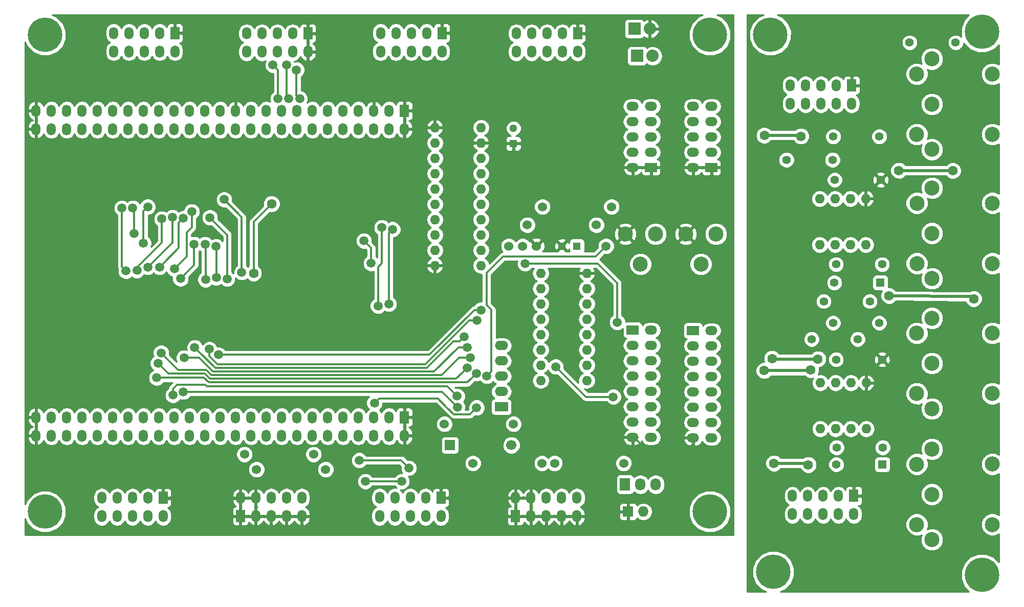
<source format=gbr>
G04 #@! TF.FileFunction,Copper,L1,Top,Signal*
%FSLAX46Y46*%
G04 Gerber Fmt 4.6, Leading zero omitted, Abs format (unit mm)*
G04 Created by KiCad (PCBNEW 4.0.2-stable) date 18/08/2016 01:32:27*
%MOMM*%
G01*
G04 APERTURE LIST*
%ADD10C,0.100000*%
%ADD11O,1.600000X1.600000*%
%ADD12C,5.700000*%
%ADD13O,1.500000X2.000000*%
%ADD14R,1.500000X2.000000*%
%ADD15C,1.699260*%
%ADD16R,1.699260X1.699260*%
%ADD17R,2.032000X2.032000*%
%ADD18O,2.032000X2.032000*%
%ADD19R,1.727200X2.032000*%
%ADD20O,1.727200X2.032000*%
%ADD21R,2.199640X1.524000*%
%ADD22O,2.199640X1.524000*%
%ADD23C,1.524000*%
%ADD24C,2.499360*%
%ADD25R,1.727200X1.727200*%
%ADD26O,1.727200X1.727200*%
%ADD27O,2.000000X1.500000*%
%ADD28R,2.000000X1.500000*%
%ADD29R,1.300000X1.300000*%
%ADD30C,1.300000*%
%ADD31R,1.397000X1.397000*%
%ADD32C,1.397000*%
%ADD33C,1.600000*%
%ADD34C,1.500000*%
%ADD35C,0.500000*%
%ADD36C,0.300000*%
%ADD37C,0.254000*%
G04 APERTURE END LIST*
D10*
D11*
X133620000Y-74280000D03*
X133620000Y-71740000D03*
X133620000Y-69200000D03*
X133620000Y-66660000D03*
X133620000Y-64120000D03*
X133620000Y-61580000D03*
X133620000Y-59040000D03*
X133620000Y-56500000D03*
X126000000Y-56500000D03*
X126000000Y-59040000D03*
X126000000Y-61580000D03*
X126000000Y-64120000D03*
X126000000Y-66660000D03*
X126000000Y-69200000D03*
X126000000Y-71740000D03*
X126000000Y-74280000D03*
D12*
X199000000Y-16500000D03*
X164000000Y-17000000D03*
X199000000Y-106500000D03*
X164500000Y-106000000D03*
D11*
X108500000Y-32380000D03*
X108500000Y-34920000D03*
X108500000Y-37460000D03*
X108500000Y-40000000D03*
X108500000Y-42540000D03*
X108500000Y-45080000D03*
X108500000Y-47620000D03*
X108500000Y-50160000D03*
X108500000Y-52700000D03*
X108500000Y-55240000D03*
X116120000Y-55240000D03*
X116120000Y-52700000D03*
X116120000Y-50160000D03*
X116120000Y-47620000D03*
X116120000Y-45080000D03*
X116120000Y-42540000D03*
X116120000Y-40000000D03*
X116120000Y-37460000D03*
X116120000Y-34920000D03*
X116120000Y-32380000D03*
D13*
X42500000Y-80380000D03*
X45040000Y-80380000D03*
X47580000Y-80380000D03*
X50120000Y-80380000D03*
X52660000Y-80380000D03*
X55200000Y-80380000D03*
X57740000Y-80380000D03*
X60280000Y-80380000D03*
X62820000Y-80380000D03*
X65360000Y-80380000D03*
X67900000Y-80380000D03*
X70440000Y-80380000D03*
X72980000Y-80380000D03*
X75520000Y-80380000D03*
X78060000Y-80380000D03*
X80600000Y-80380000D03*
X83140000Y-80380000D03*
X85680000Y-80380000D03*
X88220000Y-80380000D03*
X90760000Y-80380000D03*
X93300000Y-80380000D03*
X95840000Y-80380000D03*
X98380000Y-80380000D03*
X100920000Y-80380000D03*
D14*
X103460000Y-80380000D03*
D13*
X103460000Y-83420000D03*
X100920000Y-83420000D03*
X98380000Y-83420000D03*
X95840000Y-83420000D03*
X93300000Y-83420000D03*
X90760000Y-83420000D03*
X88220000Y-83420000D03*
X85680000Y-83420000D03*
X83140000Y-83420000D03*
X80600000Y-83420000D03*
X78060000Y-83420000D03*
X75520000Y-83420000D03*
X72980000Y-83420000D03*
X70440000Y-83420000D03*
X67900000Y-83420000D03*
X65360000Y-83420000D03*
X62820000Y-83420000D03*
X60280000Y-83420000D03*
X57740000Y-83420000D03*
X55200000Y-83420000D03*
X52660000Y-83420000D03*
X50120000Y-83420000D03*
X47580000Y-83420000D03*
X45040000Y-83420000D03*
X42500000Y-83420000D03*
X42500000Y-32620000D03*
X45040000Y-32620000D03*
X47580000Y-32620000D03*
X50120000Y-32620000D03*
X52660000Y-32620000D03*
X55200000Y-32620000D03*
X57740000Y-32620000D03*
X60280000Y-32620000D03*
X62820000Y-32620000D03*
X65360000Y-32620000D03*
X67900000Y-32620000D03*
X70440000Y-32620000D03*
X72980000Y-32620000D03*
X75520000Y-32620000D03*
X78060000Y-32620000D03*
X80600000Y-32620000D03*
X83140000Y-32620000D03*
X85680000Y-32620000D03*
X88220000Y-32620000D03*
X90760000Y-32620000D03*
X93300000Y-32620000D03*
X95840000Y-32620000D03*
X98380000Y-32620000D03*
X100920000Y-32620000D03*
X103460000Y-32620000D03*
D14*
X103460000Y-29580000D03*
D13*
X100920000Y-29580000D03*
X98380000Y-29580000D03*
X95840000Y-29580000D03*
X93300000Y-29580000D03*
X90760000Y-29580000D03*
X88220000Y-29580000D03*
X85680000Y-29580000D03*
X83140000Y-29580000D03*
X80600000Y-29580000D03*
X78060000Y-29580000D03*
X75520000Y-29580000D03*
X72980000Y-29580000D03*
X70440000Y-29580000D03*
X67900000Y-29580000D03*
X65360000Y-29580000D03*
X62820000Y-29580000D03*
X60280000Y-29580000D03*
X57740000Y-29580000D03*
X55200000Y-29580000D03*
X52660000Y-29580000D03*
X50120000Y-29580000D03*
X47580000Y-29580000D03*
X45040000Y-29580000D03*
X42500000Y-29580000D03*
D12*
X44000000Y-96000000D03*
D15*
X121160520Y-84997460D03*
D16*
X111000520Y-84997460D03*
D17*
X141500000Y-16000000D03*
D18*
X144040000Y-16000000D03*
D19*
X139960000Y-91500000D03*
D20*
X142500000Y-91500000D03*
X145040000Y-91500000D03*
D17*
X141960000Y-20500000D03*
D18*
X144500000Y-20500000D03*
D21*
X119500000Y-78660000D03*
D22*
X119500000Y-76120000D03*
X119500000Y-73580000D03*
X119500000Y-71040000D03*
X119500000Y-68500000D03*
D23*
X110070000Y-81500000D03*
X121500000Y-81500000D03*
X128285000Y-88000000D03*
X139715000Y-88000000D03*
X79000000Y-89000000D03*
X90430000Y-89000000D03*
X135215000Y-48500000D03*
X123785000Y-48500000D03*
X88430000Y-86500000D03*
X77000000Y-86500000D03*
X114785000Y-88000000D03*
X126215000Y-88000000D03*
X126285000Y-45500000D03*
X137715000Y-45500000D03*
D24*
X142500000Y-55000000D03*
X140000640Y-50001280D03*
X144999360Y-50001280D03*
X152500000Y-55000000D03*
X150000640Y-50001280D03*
X154999360Y-50001280D03*
D25*
X140460000Y-96000000D03*
D26*
X143000000Y-96000000D03*
D23*
X123000000Y-52000000D03*
X125286000Y-52000000D03*
X120714000Y-52000000D03*
D27*
X144250000Y-28840000D03*
X141210000Y-28840000D03*
X141210000Y-31380000D03*
X144250000Y-31380000D03*
D28*
X144250000Y-39000000D03*
D27*
X141210000Y-39000000D03*
X144250000Y-36460000D03*
X141210000Y-36460000D03*
X144250000Y-33920000D03*
X141210000Y-33920000D03*
D13*
X77340000Y-16750000D03*
X77340000Y-19790000D03*
X79880000Y-19790000D03*
X79880000Y-16750000D03*
D14*
X87500000Y-16750000D03*
D13*
X87500000Y-19790000D03*
X84960000Y-16750000D03*
X84960000Y-19790000D03*
X82420000Y-16750000D03*
X82420000Y-19790000D03*
X53380000Y-93710000D03*
X53380000Y-96750000D03*
X55920000Y-96750000D03*
X55920000Y-93710000D03*
D14*
X63540000Y-93710000D03*
D13*
X63540000Y-96750000D03*
X61000000Y-93710000D03*
X61000000Y-96750000D03*
X58460000Y-93710000D03*
X58460000Y-96750000D03*
X99340000Y-93710000D03*
X99340000Y-96750000D03*
X101880000Y-96750000D03*
X101880000Y-93710000D03*
D14*
X109500000Y-93710000D03*
D13*
X109500000Y-96750000D03*
X106960000Y-93710000D03*
X106960000Y-96750000D03*
X104420000Y-93710000D03*
X104420000Y-96750000D03*
X55340000Y-16710000D03*
X55340000Y-19750000D03*
X57880000Y-19750000D03*
X57880000Y-16710000D03*
D14*
X65500000Y-16710000D03*
D13*
X65500000Y-19750000D03*
X62960000Y-16710000D03*
X62960000Y-19750000D03*
X60420000Y-16710000D03*
X60420000Y-19750000D03*
D27*
X154250000Y-28840000D03*
X151210000Y-28840000D03*
X151210000Y-31380000D03*
X154250000Y-31380000D03*
D28*
X154250000Y-39000000D03*
D27*
X151210000Y-39000000D03*
X154250000Y-36460000D03*
X151210000Y-36460000D03*
X154250000Y-33920000D03*
X151210000Y-33920000D03*
D13*
X99500000Y-16710000D03*
X99500000Y-19750000D03*
X102040000Y-19750000D03*
X102040000Y-16710000D03*
D14*
X109660000Y-16710000D03*
D13*
X109660000Y-19750000D03*
X107120000Y-16710000D03*
X107120000Y-19750000D03*
X104580000Y-16710000D03*
X104580000Y-19750000D03*
X121960000Y-16750000D03*
X121960000Y-19790000D03*
X124500000Y-19790000D03*
X124500000Y-16750000D03*
D14*
X132120000Y-16750000D03*
D13*
X132120000Y-19790000D03*
X129580000Y-16750000D03*
X129580000Y-19790000D03*
X127040000Y-16750000D03*
X127040000Y-19790000D03*
X86500000Y-96750000D03*
X86500000Y-93710000D03*
X83960000Y-93710000D03*
X83960000Y-96750000D03*
D14*
X76340000Y-96750000D03*
D13*
X76340000Y-93710000D03*
X78880000Y-96750000D03*
X78880000Y-93710000D03*
X81420000Y-96750000D03*
X81420000Y-93710000D03*
X132000000Y-96750000D03*
X132000000Y-93710000D03*
X129460000Y-93710000D03*
X129460000Y-96750000D03*
D14*
X121840000Y-96750000D03*
D13*
X121840000Y-93710000D03*
X124380000Y-96750000D03*
X124380000Y-93710000D03*
X126920000Y-96750000D03*
X126920000Y-93710000D03*
D27*
X144250000Y-83700000D03*
X141210000Y-83700000D03*
X141210000Y-81160000D03*
X144250000Y-81160000D03*
X144250000Y-78620000D03*
X141210000Y-78620000D03*
X141210000Y-76080000D03*
X144250000Y-76080000D03*
X144250000Y-73540000D03*
X141210000Y-73540000D03*
D28*
X141210000Y-65920000D03*
D27*
X144250000Y-65920000D03*
X141210000Y-68460000D03*
X144250000Y-68460000D03*
X141210000Y-71000000D03*
X144250000Y-71000000D03*
X154250000Y-83780000D03*
X151210000Y-83780000D03*
X151210000Y-81240000D03*
X154250000Y-81240000D03*
X154250000Y-78700000D03*
X151210000Y-78700000D03*
X151210000Y-76160000D03*
X154250000Y-76160000D03*
X154250000Y-73620000D03*
X151210000Y-73620000D03*
D28*
X151210000Y-66000000D03*
D27*
X154250000Y-66000000D03*
X151210000Y-68540000D03*
X154250000Y-68540000D03*
X151210000Y-71080000D03*
X154250000Y-71080000D03*
D12*
X154000000Y-17000000D03*
X44000000Y-17000000D03*
X154000000Y-96000000D03*
D29*
X132000000Y-52000000D03*
D30*
X129500000Y-52000000D03*
D29*
X121500000Y-35000000D03*
D30*
X121500000Y-32500000D03*
D31*
X182530000Y-88190000D03*
D32*
X174910000Y-88190000D03*
D31*
X182200000Y-58070000D03*
D32*
X174580000Y-58070000D03*
D11*
X172250000Y-82290000D03*
X174790000Y-82290000D03*
X177330000Y-82290000D03*
X179870000Y-82290000D03*
X179870000Y-74670000D03*
X177330000Y-74670000D03*
X174790000Y-74670000D03*
X172250000Y-74670000D03*
X172170000Y-51770000D03*
X174710000Y-51770000D03*
X177250000Y-51770000D03*
X179790000Y-51770000D03*
X179790000Y-44150000D03*
X177250000Y-44150000D03*
X174710000Y-44150000D03*
X172170000Y-44150000D03*
D24*
X190727540Y-100645319D03*
X188225640Y-88151059D03*
X190725000Y-93147239D03*
X190727540Y-85649159D03*
X188225640Y-98143419D03*
X200722440Y-88145979D03*
X200722440Y-98148499D03*
X190735100Y-57386820D03*
X188233200Y-44892560D03*
X190732560Y-49888740D03*
X190735100Y-42390660D03*
X188233200Y-54884920D03*
X200730000Y-44887480D03*
X200730000Y-54890000D03*
X190727540Y-78945319D03*
X188225640Y-66451059D03*
X190725000Y-71447239D03*
X190727540Y-63949159D03*
X188225640Y-76443419D03*
X200722440Y-66445979D03*
X200722440Y-76448499D03*
X190725100Y-35986820D03*
X188223200Y-23492560D03*
X190722560Y-28488740D03*
X190725100Y-20990660D03*
X188223200Y-33484920D03*
X200720000Y-23487480D03*
X200720000Y-33490000D03*
D13*
X167650000Y-93390000D03*
X167650000Y-96430000D03*
X170190000Y-96430000D03*
X170190000Y-93390000D03*
D14*
X177810000Y-93390000D03*
D13*
X177810000Y-96430000D03*
X175270000Y-93390000D03*
X175270000Y-96430000D03*
X172730000Y-93390000D03*
X172730000Y-96430000D03*
X167290000Y-25370000D03*
X167290000Y-28410000D03*
X169830000Y-28410000D03*
X169830000Y-25370000D03*
D14*
X177450000Y-25370000D03*
D13*
X177450000Y-28410000D03*
X174910000Y-25370000D03*
X174910000Y-28410000D03*
X172370000Y-25370000D03*
X172370000Y-28410000D03*
D32*
X172820000Y-61160000D03*
X180440000Y-61160000D03*
X174860000Y-70800000D03*
X182480000Y-70800000D03*
X187040000Y-18290000D03*
X194660000Y-18290000D03*
X174640000Y-41030000D03*
X182260000Y-41030000D03*
X182580000Y-85380000D03*
X174960000Y-85380000D03*
X178460000Y-67430000D03*
X170840000Y-67430000D03*
X182010000Y-64750000D03*
X174390000Y-64750000D03*
X182480000Y-55030000D03*
X174860000Y-55030000D03*
X174280000Y-37710000D03*
X166660000Y-37710000D03*
X182020000Y-33850000D03*
X174400000Y-33850000D03*
D33*
X85000000Y-60000000D03*
X85000000Y-36000000D03*
X85000000Y-36000000D03*
X102500000Y-36000000D03*
X195902860Y-81986707D03*
X186240000Y-82070000D03*
D34*
X98500000Y-78000000D03*
X115413165Y-78778574D03*
D33*
X197650000Y-60740000D03*
X183630000Y-60240000D03*
D34*
X65164280Y-76709311D03*
X112194030Y-76880242D03*
X66879094Y-76162085D03*
X112199263Y-78684947D03*
X71264324Y-47268185D03*
X74139205Y-57466626D03*
X59203954Y-56035604D03*
X63303889Y-47491423D03*
X66420253Y-57397421D03*
X68663282Y-51713926D03*
X70463293Y-51712056D03*
X70552601Y-57558340D03*
X60975931Y-45497750D03*
X60276531Y-51515157D03*
X58511866Y-45700021D03*
X58695276Y-49893393D03*
X97954577Y-54854263D03*
X96745977Y-51123210D03*
D33*
X194179980Y-39500000D03*
X185250000Y-39470000D03*
D34*
X72699914Y-70025212D03*
X116100205Y-62603366D03*
X71161408Y-69090844D03*
X115498918Y-64299980D03*
X68761386Y-68801630D03*
X113368584Y-67020471D03*
X67002364Y-70515695D03*
X113812226Y-68764955D03*
X115353067Y-73126368D03*
X62477430Y-73824363D03*
X138018542Y-76981458D03*
X128500000Y-72000000D03*
X99728179Y-48935239D03*
X99097425Y-61921124D03*
X101504367Y-49227127D03*
X100868577Y-61600088D03*
D33*
X78500000Y-56500000D03*
X81500000Y-45000000D03*
D34*
X72256665Y-52068250D03*
X72324340Y-57240560D03*
X104197881Y-88773687D03*
X96000000Y-87500000D03*
X97000000Y-91000000D03*
X103000000Y-91000000D03*
X76551155Y-56349613D03*
X73622490Y-44290594D03*
X68271298Y-46283192D03*
X65387311Y-55799980D03*
X57406898Y-56138728D03*
X56711855Y-45700002D03*
X62943694Y-55499947D03*
X66877758Y-47422529D03*
X138672045Y-64626419D03*
X123434523Y-54912002D03*
X113815940Y-72189733D03*
X117102363Y-73550637D03*
X136812145Y-52016688D03*
X62680259Y-71424341D03*
X114368847Y-70476743D03*
X63196746Y-69700020D03*
X83997999Y-21999006D03*
X84321144Y-27600067D03*
X82521133Y-27600051D03*
X81699987Y-22000000D03*
X85609980Y-22799980D03*
X86121155Y-27600064D03*
X60992642Y-55499947D03*
X60993534Y-55499947D03*
X65086702Y-47243189D03*
D33*
X170700043Y-72502619D03*
X162980000Y-72650000D03*
X169060052Y-33794760D03*
X163019969Y-33660000D03*
X170251417Y-88242128D03*
X164599970Y-87985197D03*
X164290000Y-70640000D03*
X171861479Y-70711802D03*
D35*
X85000000Y-36000000D02*
X85000000Y-60000000D01*
X101368630Y-36000000D02*
X85000000Y-36000000D01*
X102500000Y-36000000D02*
X101368630Y-36000000D01*
X103460000Y-32370000D02*
X103460000Y-35040000D01*
X103460000Y-35040000D02*
X102500000Y-36000000D01*
D36*
X150000000Y-86000000D02*
X143760000Y-86000000D01*
X143760000Y-86000000D02*
X141460000Y-83700000D01*
X151460000Y-84540000D02*
X150000000Y-86000000D01*
X151460000Y-83780000D02*
X151460000Y-84540000D01*
X63540000Y-93960000D02*
X76340000Y-93960000D01*
D35*
X186240000Y-82070000D02*
X195819567Y-82070000D01*
X195819567Y-82070000D02*
X195902860Y-81986707D01*
D36*
X111623261Y-79884949D02*
X110500000Y-78761688D01*
X98500000Y-78000000D02*
X99249999Y-77250001D01*
X99249999Y-77250001D02*
X108988313Y-77250001D01*
X108988313Y-77250001D02*
X110500000Y-78761688D01*
X115413165Y-78778574D02*
X114306790Y-79884949D01*
X114306790Y-79884949D02*
X111623261Y-79884949D01*
D35*
X183630000Y-60240000D02*
X197270000Y-60360000D01*
X197270000Y-60360000D02*
X197650000Y-60740000D01*
D36*
X70760276Y-75200077D02*
X70522270Y-74962071D01*
X110513865Y-75200077D02*
X70760276Y-75200077D01*
X112194030Y-76880242D02*
X110513865Y-75200077D01*
X70522270Y-74962071D02*
X65850860Y-74962071D01*
X65164280Y-75648651D02*
X65164280Y-76709311D01*
X65850860Y-74962071D02*
X65164280Y-75648651D01*
X67939754Y-76162085D02*
X66879094Y-76162085D01*
X112199263Y-78684947D02*
X109676401Y-76162085D01*
X109676401Y-76162085D02*
X67939754Y-76162085D01*
X74139205Y-50143066D02*
X72014323Y-48018184D01*
X74139205Y-57466626D02*
X74139205Y-50143066D01*
X72014323Y-48018184D02*
X71264324Y-47268185D01*
X63303889Y-47491423D02*
X63303889Y-51434537D01*
X63303889Y-51434537D02*
X59203954Y-55534472D01*
X59203954Y-55534472D02*
X59203954Y-56035604D01*
X68663282Y-51713926D02*
X68663282Y-55154392D01*
X68663282Y-55154392D02*
X66420253Y-57397421D01*
X70552601Y-51801364D02*
X70463293Y-51712056D01*
X70552601Y-57558340D02*
X70552601Y-51801364D01*
X60276531Y-51515157D02*
X60276531Y-46197150D01*
X60276531Y-46197150D02*
X60975931Y-45497750D01*
X58695276Y-45883431D02*
X58511866Y-45700021D01*
X58695276Y-49893393D02*
X58695276Y-45883431D01*
X96745977Y-51123210D02*
X97954577Y-52331810D01*
X97954577Y-53793603D02*
X97954577Y-54854263D01*
X97954577Y-52331810D02*
X97954577Y-53793603D01*
D35*
X194149980Y-39470000D02*
X194179980Y-39500000D01*
X185250000Y-39470000D02*
X194149980Y-39470000D01*
D36*
X73760574Y-70025212D02*
X72699914Y-70025212D01*
X107617699Y-70025212D02*
X73760574Y-70025212D01*
X115039545Y-62603366D02*
X107617699Y-70025212D01*
X116100205Y-62603366D02*
X115039545Y-62603366D01*
X114191474Y-64299980D02*
X106891443Y-71600011D01*
X71161408Y-70151504D02*
X71161408Y-69090844D01*
X71161408Y-70262710D02*
X71161408Y-70151504D01*
X72498709Y-71600011D02*
X71161408Y-70262710D01*
X106891443Y-71600011D02*
X72498709Y-71600011D01*
X115498918Y-64299980D02*
X114191474Y-64299980D01*
X69511385Y-69551629D02*
X68761386Y-68801630D01*
X72159778Y-72200022D02*
X69511385Y-69551629D01*
X107139975Y-72200022D02*
X72159778Y-72200022D01*
X111569527Y-67770470D02*
X107139975Y-72200022D01*
X112618585Y-67770470D02*
X111569527Y-67770470D01*
X113368584Y-67020471D02*
X112618585Y-67770470D01*
X68063024Y-70515695D02*
X67002364Y-70515695D01*
X112406256Y-68764955D02*
X108371178Y-72800033D01*
X113812226Y-68764955D02*
X112406256Y-68764955D01*
X108371178Y-72800033D02*
X71797841Y-72800033D01*
X71797841Y-72800033D02*
X69513503Y-70515695D01*
X69513503Y-70515695D02*
X68063024Y-70515695D01*
X114603068Y-73876367D02*
X115353067Y-73126368D01*
X70276542Y-73824363D02*
X71052245Y-74600066D01*
X71052245Y-74600066D02*
X113879369Y-74600066D01*
X113879369Y-74600066D02*
X114603068Y-73876367D01*
X62477430Y-73824363D02*
X70276542Y-73824363D01*
X128500000Y-72000000D02*
X133481458Y-76981458D01*
X136957882Y-76981458D02*
X138018542Y-76981458D01*
X133481458Y-76981458D02*
X136957882Y-76981458D01*
X99728179Y-49995899D02*
X99728179Y-48935239D01*
X99728179Y-54856665D02*
X99728179Y-49995899D01*
X99097425Y-61921124D02*
X99097425Y-55487419D01*
X99097425Y-55487419D02*
X99728179Y-54856665D01*
X100868577Y-61600088D02*
X100868577Y-49862917D01*
X100868577Y-49862917D02*
X101504367Y-49227127D01*
X78500000Y-56500000D02*
X78500000Y-48500000D01*
X81500000Y-45000000D02*
X78500000Y-48000000D01*
X78500000Y-48000000D02*
X78500000Y-48500000D01*
X72324340Y-57240560D02*
X72324340Y-52135925D01*
X72324340Y-52135925D02*
X72256665Y-52068250D01*
X96000000Y-87500000D02*
X102924194Y-87500000D01*
X103447882Y-88023688D02*
X104197881Y-88773687D01*
X102924194Y-87500000D02*
X103447882Y-88023688D01*
X101939340Y-91000000D02*
X97000000Y-91000000D01*
X103000000Y-91000000D02*
X101939340Y-91000000D01*
X76551155Y-47219259D02*
X76551155Y-55288953D01*
X76551155Y-55288953D02*
X76551155Y-56349613D01*
X73622490Y-44290594D02*
X76551155Y-47219259D01*
X68271298Y-47343852D02*
X68271298Y-46283192D01*
X67463281Y-53724010D02*
X67463281Y-49727189D01*
X68271298Y-48919172D02*
X68271298Y-47343852D01*
X65387311Y-55799980D02*
X67463281Y-53724010D01*
X67463281Y-49727189D02*
X68271298Y-48919172D01*
X56711855Y-45700002D02*
X56711855Y-55443685D01*
X56711855Y-55443685D02*
X57406898Y-56138728D01*
X66127759Y-52315882D02*
X63693693Y-54749948D01*
X66127759Y-48172528D02*
X66127759Y-52315882D01*
X63693693Y-54749948D02*
X62943694Y-55499947D01*
X66877758Y-47422529D02*
X66127759Y-48172528D01*
X138672045Y-58172045D02*
X138672045Y-63565759D01*
X135412002Y-54912002D02*
X138672045Y-58172045D01*
X138672045Y-63565759D02*
X138672045Y-64626419D01*
X123434523Y-54912002D02*
X135412002Y-54912002D01*
X117852362Y-72800638D02*
X117102363Y-73550637D01*
X119787999Y-53712001D02*
X117037304Y-56462696D01*
X117852362Y-62579521D02*
X117852362Y-72800638D01*
X117037304Y-61764463D02*
X117852362Y-62579521D01*
X135116832Y-53712001D02*
X119787999Y-53712001D01*
X117037304Y-56462696D02*
X117037304Y-61764463D01*
X136328833Y-52500000D02*
X135116832Y-53712001D01*
X71300777Y-74000055D02*
X112005618Y-74000055D01*
X112005618Y-74000055D02*
X113065941Y-72939732D01*
X113065941Y-72939732D02*
X113815940Y-72189733D01*
X62680259Y-71424341D02*
X64387809Y-73131891D01*
X70432614Y-73131891D02*
X71300777Y-74000055D01*
X64387809Y-73131891D02*
X70432614Y-73131891D01*
X136062146Y-52766687D02*
X136328833Y-52500000D01*
X136328833Y-52500000D02*
X136812145Y-52016688D01*
X70681145Y-72531880D02*
X71549309Y-73400044D01*
X113308187Y-70476743D02*
X114368847Y-70476743D01*
X112525996Y-70476743D02*
X113308187Y-70476743D01*
X109602695Y-73400044D02*
X112525996Y-70476743D01*
X71549309Y-73400044D02*
X109602695Y-73400044D01*
X66028606Y-72531880D02*
X70681145Y-72531880D01*
X63196746Y-69700020D02*
X66028606Y-72531880D01*
X83997999Y-27276922D02*
X84321144Y-27600067D01*
X83997999Y-21999006D02*
X83997999Y-27276922D01*
X82521133Y-27600051D02*
X82521133Y-22821146D01*
X82521133Y-22821146D02*
X81699987Y-22000000D01*
X85609980Y-27088889D02*
X86121155Y-27600064D01*
X85609980Y-22799980D02*
X85609980Y-27088889D01*
X65086702Y-47243189D02*
X65086702Y-51406779D01*
X61743533Y-54749948D02*
X60993534Y-55499947D01*
X65086702Y-51406779D02*
X61743533Y-54749948D01*
D35*
X162980000Y-72650000D02*
X170558321Y-72644341D01*
X170558321Y-72644341D02*
X170700043Y-72502619D01*
X163025659Y-72695659D02*
X162980000Y-72650000D01*
X163019969Y-33660000D02*
X168925292Y-33660000D01*
X168925292Y-33660000D02*
X169060052Y-33794760D01*
X169994486Y-87985197D02*
X170251417Y-88242128D01*
X164599970Y-87985197D02*
X169994486Y-87985197D01*
X171861479Y-70711802D02*
X164361802Y-70711802D01*
X164361802Y-70711802D02*
X164290000Y-70640000D01*
D37*
G36*
X152028485Y-14043838D02*
X151047284Y-15023329D01*
X150515606Y-16303749D01*
X150514397Y-17690168D01*
X151043838Y-18971515D01*
X152023329Y-19952716D01*
X153303749Y-20484394D01*
X154690168Y-20485603D01*
X155971515Y-19956162D01*
X156952716Y-18976671D01*
X157484394Y-17696251D01*
X157485603Y-16309832D01*
X156956162Y-15028485D01*
X155976671Y-14047284D01*
X155164403Y-13710000D01*
X157873000Y-13710000D01*
X157873000Y-99873000D01*
X40710000Y-99873000D01*
X40710000Y-97163564D01*
X41043838Y-97971515D01*
X42023329Y-98952716D01*
X43303749Y-99484394D01*
X44690168Y-99485603D01*
X45971515Y-98956162D01*
X46952716Y-97976671D01*
X47484394Y-96696251D01*
X47485603Y-95309832D01*
X46956162Y-94028485D01*
X46356692Y-93427968D01*
X51995000Y-93427968D01*
X51995000Y-93992032D01*
X52100427Y-94522049D01*
X52400657Y-94971375D01*
X52787717Y-95230000D01*
X52400657Y-95488625D01*
X52100427Y-95937951D01*
X51995000Y-96467968D01*
X51995000Y-97032032D01*
X52100427Y-97562049D01*
X52400657Y-98011375D01*
X52849983Y-98311605D01*
X53380000Y-98417032D01*
X53910017Y-98311605D01*
X54359343Y-98011375D01*
X54650000Y-97576376D01*
X54940657Y-98011375D01*
X55389983Y-98311605D01*
X55920000Y-98417032D01*
X56450017Y-98311605D01*
X56899343Y-98011375D01*
X57190000Y-97576376D01*
X57480657Y-98011375D01*
X57929983Y-98311605D01*
X58460000Y-98417032D01*
X58990017Y-98311605D01*
X59439343Y-98011375D01*
X59730000Y-97576376D01*
X60020657Y-98011375D01*
X60469983Y-98311605D01*
X61000000Y-98417032D01*
X61530017Y-98311605D01*
X61979343Y-98011375D01*
X62270000Y-97576376D01*
X62560657Y-98011375D01*
X63009983Y-98311605D01*
X63540000Y-98417032D01*
X64070017Y-98311605D01*
X64519343Y-98011375D01*
X64819573Y-97562049D01*
X64924260Y-97035750D01*
X74955000Y-97035750D01*
X74955000Y-97876310D01*
X75051673Y-98109699D01*
X75230302Y-98288327D01*
X75463691Y-98385000D01*
X76054250Y-98385000D01*
X76213000Y-98226250D01*
X76213000Y-96877000D01*
X76467000Y-96877000D01*
X76467000Y-98226250D01*
X76625750Y-98385000D01*
X77216309Y-98385000D01*
X77449698Y-98288327D01*
X77628327Y-98109699D01*
X77725000Y-97876310D01*
X77725000Y-97744611D01*
X77963106Y-98052736D01*
X78435765Y-98323481D01*
X78538815Y-98342318D01*
X78753000Y-98219656D01*
X78753000Y-96877000D01*
X79007000Y-96877000D01*
X79007000Y-98219656D01*
X79221185Y-98342318D01*
X79324235Y-98323481D01*
X79796894Y-98052736D01*
X80129964Y-97621721D01*
X80150000Y-97547953D01*
X80170036Y-97621721D01*
X80503106Y-98052736D01*
X80975765Y-98323481D01*
X81078815Y-98342318D01*
X81293000Y-98219656D01*
X81293000Y-96877000D01*
X81547000Y-96877000D01*
X81547000Y-98219656D01*
X81761185Y-98342318D01*
X81864235Y-98323481D01*
X82336894Y-98052736D01*
X82669964Y-97621721D01*
X82690000Y-97547953D01*
X82710036Y-97621721D01*
X83043106Y-98052736D01*
X83515765Y-98323481D01*
X83618815Y-98342318D01*
X83833000Y-98219656D01*
X83833000Y-96877000D01*
X84087000Y-96877000D01*
X84087000Y-98219656D01*
X84301185Y-98342318D01*
X84404235Y-98323481D01*
X84876894Y-98052736D01*
X85209964Y-97621721D01*
X85230000Y-97547953D01*
X85250036Y-97621721D01*
X85583106Y-98052736D01*
X86055765Y-98323481D01*
X86158815Y-98342318D01*
X86373000Y-98219656D01*
X86373000Y-96877000D01*
X86627000Y-96877000D01*
X86627000Y-98219656D01*
X86841185Y-98342318D01*
X86944235Y-98323481D01*
X87416894Y-98052736D01*
X87749964Y-97621721D01*
X87892739Y-97096055D01*
X87731868Y-96877000D01*
X86627000Y-96877000D01*
X86373000Y-96877000D01*
X85268132Y-96877000D01*
X85230000Y-96928924D01*
X85191868Y-96877000D01*
X84087000Y-96877000D01*
X83833000Y-96877000D01*
X82728132Y-96877000D01*
X82690000Y-96928924D01*
X82651868Y-96877000D01*
X81547000Y-96877000D01*
X81293000Y-96877000D01*
X80188132Y-96877000D01*
X80150000Y-96928924D01*
X80111868Y-96877000D01*
X79007000Y-96877000D01*
X78753000Y-96877000D01*
X77648132Y-96877000D01*
X77613461Y-96924211D01*
X77566250Y-96877000D01*
X76467000Y-96877000D01*
X76213000Y-96877000D01*
X75113750Y-96877000D01*
X74955000Y-97035750D01*
X64924260Y-97035750D01*
X64925000Y-97032032D01*
X64925000Y-96467968D01*
X64819573Y-95937951D01*
X64519343Y-95488625D01*
X64304393Y-95345000D01*
X64416309Y-95345000D01*
X64649698Y-95248327D01*
X64828327Y-95069699D01*
X64925000Y-94836310D01*
X64925000Y-94056055D01*
X74947261Y-94056055D01*
X75090036Y-94581721D01*
X75423106Y-95012736D01*
X75601636Y-95115000D01*
X75463691Y-95115000D01*
X75230302Y-95211673D01*
X75051673Y-95390301D01*
X74955000Y-95623690D01*
X74955000Y-96464250D01*
X75113750Y-96623000D01*
X76213000Y-96623000D01*
X76213000Y-95273750D01*
X76153170Y-95213920D01*
X76213000Y-95179656D01*
X76213000Y-93837000D01*
X76467000Y-93837000D01*
X76467000Y-95179656D01*
X76526830Y-95213920D01*
X76467000Y-95273750D01*
X76467000Y-96623000D01*
X77566250Y-96623000D01*
X77613461Y-96575789D01*
X77648132Y-96623000D01*
X78753000Y-96623000D01*
X78753000Y-95280344D01*
X78665092Y-95230000D01*
X78753000Y-95179656D01*
X78753000Y-93837000D01*
X77648132Y-93837000D01*
X77610000Y-93888924D01*
X77571868Y-93837000D01*
X76467000Y-93837000D01*
X76213000Y-93837000D01*
X75108132Y-93837000D01*
X74947261Y-94056055D01*
X64925000Y-94056055D01*
X64925000Y-93995750D01*
X64766250Y-93837000D01*
X63667000Y-93837000D01*
X63667000Y-93857000D01*
X63413000Y-93857000D01*
X63413000Y-93837000D01*
X63393000Y-93837000D01*
X63393000Y-93583000D01*
X63413000Y-93583000D01*
X63413000Y-92233750D01*
X63667000Y-92233750D01*
X63667000Y-93583000D01*
X64766250Y-93583000D01*
X64925000Y-93424250D01*
X64925000Y-93363945D01*
X74947261Y-93363945D01*
X75108132Y-93583000D01*
X76213000Y-93583000D01*
X76213000Y-92240344D01*
X76467000Y-92240344D01*
X76467000Y-93583000D01*
X77571868Y-93583000D01*
X77610000Y-93531076D01*
X77648132Y-93583000D01*
X78753000Y-93583000D01*
X78753000Y-92240344D01*
X79007000Y-92240344D01*
X79007000Y-93583000D01*
X79027000Y-93583000D01*
X79027000Y-93837000D01*
X79007000Y-93837000D01*
X79007000Y-95179656D01*
X79094908Y-95230000D01*
X79007000Y-95280344D01*
X79007000Y-96623000D01*
X80111868Y-96623000D01*
X80150000Y-96571076D01*
X80188132Y-96623000D01*
X81293000Y-96623000D01*
X81293000Y-96603000D01*
X81547000Y-96603000D01*
X81547000Y-96623000D01*
X82651868Y-96623000D01*
X82690000Y-96571076D01*
X82728132Y-96623000D01*
X83833000Y-96623000D01*
X83833000Y-96603000D01*
X84087000Y-96603000D01*
X84087000Y-96623000D01*
X85191868Y-96623000D01*
X85230000Y-96571076D01*
X85268132Y-96623000D01*
X86373000Y-96623000D01*
X86373000Y-96603000D01*
X86627000Y-96603000D01*
X86627000Y-96623000D01*
X87731868Y-96623000D01*
X87892739Y-96403945D01*
X87749964Y-95878279D01*
X87416894Y-95447264D01*
X87067043Y-95246865D01*
X87479343Y-94971375D01*
X87779573Y-94522049D01*
X87885000Y-93992032D01*
X87885000Y-93427968D01*
X87779573Y-92897951D01*
X87479343Y-92448625D01*
X87030017Y-92148395D01*
X86500000Y-92042968D01*
X85969983Y-92148395D01*
X85520657Y-92448625D01*
X85230000Y-92883624D01*
X84939343Y-92448625D01*
X84490017Y-92148395D01*
X83960000Y-92042968D01*
X83429983Y-92148395D01*
X82980657Y-92448625D01*
X82690000Y-92883624D01*
X82399343Y-92448625D01*
X81950017Y-92148395D01*
X81420000Y-92042968D01*
X80889983Y-92148395D01*
X80440657Y-92448625D01*
X80144511Y-92891839D01*
X80129964Y-92838279D01*
X79796894Y-92407264D01*
X79324235Y-92136519D01*
X79221185Y-92117682D01*
X79007000Y-92240344D01*
X78753000Y-92240344D01*
X78538815Y-92117682D01*
X78435765Y-92136519D01*
X77963106Y-92407264D01*
X77630036Y-92838279D01*
X77610000Y-92912047D01*
X77589964Y-92838279D01*
X77256894Y-92407264D01*
X76784235Y-92136519D01*
X76681185Y-92117682D01*
X76467000Y-92240344D01*
X76213000Y-92240344D01*
X75998815Y-92117682D01*
X75895765Y-92136519D01*
X75423106Y-92407264D01*
X75090036Y-92838279D01*
X74947261Y-93363945D01*
X64925000Y-93363945D01*
X64925000Y-92583690D01*
X64828327Y-92350301D01*
X64649698Y-92171673D01*
X64416309Y-92075000D01*
X63825750Y-92075000D01*
X63667000Y-92233750D01*
X63413000Y-92233750D01*
X63254250Y-92075000D01*
X62663691Y-92075000D01*
X62430302Y-92171673D01*
X62251673Y-92350301D01*
X62155000Y-92583690D01*
X62155000Y-92711514D01*
X61979343Y-92448625D01*
X61530017Y-92148395D01*
X61000000Y-92042968D01*
X60469983Y-92148395D01*
X60020657Y-92448625D01*
X59730000Y-92883624D01*
X59439343Y-92448625D01*
X58990017Y-92148395D01*
X58460000Y-92042968D01*
X57929983Y-92148395D01*
X57480657Y-92448625D01*
X57190000Y-92883624D01*
X56899343Y-92448625D01*
X56450017Y-92148395D01*
X55920000Y-92042968D01*
X55389983Y-92148395D01*
X54940657Y-92448625D01*
X54650000Y-92883624D01*
X54359343Y-92448625D01*
X53910017Y-92148395D01*
X53380000Y-92042968D01*
X52849983Y-92148395D01*
X52400657Y-92448625D01*
X52100427Y-92897951D01*
X51995000Y-93427968D01*
X46356692Y-93427968D01*
X45976671Y-93047284D01*
X44696251Y-92515606D01*
X43309832Y-92514397D01*
X42028485Y-93043838D01*
X41047284Y-94023329D01*
X40710000Y-94835597D01*
X40710000Y-89276661D01*
X77602758Y-89276661D01*
X77814990Y-89790303D01*
X78207630Y-90183629D01*
X78720900Y-90396757D01*
X79276661Y-90397242D01*
X79790303Y-90185010D01*
X80183629Y-89792370D01*
X80396757Y-89279100D01*
X80396759Y-89276661D01*
X89032758Y-89276661D01*
X89244990Y-89790303D01*
X89637630Y-90183629D01*
X90150900Y-90396757D01*
X90706661Y-90397242D01*
X91220303Y-90185010D01*
X91613629Y-89792370D01*
X91826757Y-89279100D01*
X91827242Y-88723339D01*
X91615010Y-88209697D01*
X91222370Y-87816371D01*
X91121016Y-87774285D01*
X94614760Y-87774285D01*
X94825169Y-88283515D01*
X95214436Y-88673461D01*
X95723298Y-88884759D01*
X96274285Y-88885240D01*
X96783515Y-88674831D01*
X97173461Y-88285564D01*
X97173695Y-88285000D01*
X102599036Y-88285000D01*
X102813120Y-88499084D01*
X102812641Y-89047972D01*
X103023050Y-89557202D01*
X103080817Y-89615070D01*
X102725715Y-89614760D01*
X102216485Y-89825169D01*
X101826539Y-90214436D01*
X101826305Y-90215000D01*
X98173349Y-90215000D01*
X97785564Y-89826539D01*
X97276702Y-89615241D01*
X96725715Y-89614760D01*
X96216485Y-89825169D01*
X95826539Y-90214436D01*
X95615241Y-90723298D01*
X95614760Y-91274285D01*
X95825169Y-91783515D01*
X96214436Y-92173461D01*
X96723298Y-92384759D01*
X97274285Y-92385240D01*
X97783515Y-92174831D01*
X98173461Y-91785564D01*
X98173695Y-91785000D01*
X101826651Y-91785000D01*
X102134756Y-92093642D01*
X101880000Y-92042968D01*
X101349983Y-92148395D01*
X100900657Y-92448625D01*
X100610000Y-92883624D01*
X100319343Y-92448625D01*
X99870017Y-92148395D01*
X99340000Y-92042968D01*
X98809983Y-92148395D01*
X98360657Y-92448625D01*
X98060427Y-92897951D01*
X97955000Y-93427968D01*
X97955000Y-93992032D01*
X98060427Y-94522049D01*
X98360657Y-94971375D01*
X98747717Y-95230000D01*
X98360657Y-95488625D01*
X98060427Y-95937951D01*
X97955000Y-96467968D01*
X97955000Y-97032032D01*
X98060427Y-97562049D01*
X98360657Y-98011375D01*
X98809983Y-98311605D01*
X99340000Y-98417032D01*
X99870017Y-98311605D01*
X100319343Y-98011375D01*
X100610000Y-97576376D01*
X100900657Y-98011375D01*
X101349983Y-98311605D01*
X101880000Y-98417032D01*
X102410017Y-98311605D01*
X102859343Y-98011375D01*
X103150000Y-97576376D01*
X103440657Y-98011375D01*
X103889983Y-98311605D01*
X104420000Y-98417032D01*
X104950017Y-98311605D01*
X105399343Y-98011375D01*
X105690000Y-97576376D01*
X105980657Y-98011375D01*
X106429983Y-98311605D01*
X106960000Y-98417032D01*
X107490017Y-98311605D01*
X107939343Y-98011375D01*
X108230000Y-97576376D01*
X108520657Y-98011375D01*
X108969983Y-98311605D01*
X109500000Y-98417032D01*
X110030017Y-98311605D01*
X110479343Y-98011375D01*
X110779573Y-97562049D01*
X110884260Y-97035750D01*
X120455000Y-97035750D01*
X120455000Y-97876310D01*
X120551673Y-98109699D01*
X120730302Y-98288327D01*
X120963691Y-98385000D01*
X121554250Y-98385000D01*
X121713000Y-98226250D01*
X121713000Y-96877000D01*
X121967000Y-96877000D01*
X121967000Y-98226250D01*
X122125750Y-98385000D01*
X122716309Y-98385000D01*
X122949698Y-98288327D01*
X123128327Y-98109699D01*
X123225000Y-97876310D01*
X123225000Y-97744611D01*
X123463106Y-98052736D01*
X123935765Y-98323481D01*
X124038815Y-98342318D01*
X124253000Y-98219656D01*
X124253000Y-96877000D01*
X124507000Y-96877000D01*
X124507000Y-98219656D01*
X124721185Y-98342318D01*
X124824235Y-98323481D01*
X125296894Y-98052736D01*
X125629964Y-97621721D01*
X125650000Y-97547953D01*
X125670036Y-97621721D01*
X126003106Y-98052736D01*
X126475765Y-98323481D01*
X126578815Y-98342318D01*
X126793000Y-98219656D01*
X126793000Y-96877000D01*
X127047000Y-96877000D01*
X127047000Y-98219656D01*
X127261185Y-98342318D01*
X127364235Y-98323481D01*
X127836894Y-98052736D01*
X128169964Y-97621721D01*
X128190000Y-97547953D01*
X128210036Y-97621721D01*
X128543106Y-98052736D01*
X129015765Y-98323481D01*
X129118815Y-98342318D01*
X129333000Y-98219656D01*
X129333000Y-96877000D01*
X129587000Y-96877000D01*
X129587000Y-98219656D01*
X129801185Y-98342318D01*
X129904235Y-98323481D01*
X130376894Y-98052736D01*
X130709964Y-97621721D01*
X130730000Y-97547953D01*
X130750036Y-97621721D01*
X131083106Y-98052736D01*
X131555765Y-98323481D01*
X131658815Y-98342318D01*
X131873000Y-98219656D01*
X131873000Y-96877000D01*
X132127000Y-96877000D01*
X132127000Y-98219656D01*
X132341185Y-98342318D01*
X132444235Y-98323481D01*
X132916894Y-98052736D01*
X133249964Y-97621721D01*
X133392739Y-97096055D01*
X133231868Y-96877000D01*
X132127000Y-96877000D01*
X131873000Y-96877000D01*
X130768132Y-96877000D01*
X130730000Y-96928924D01*
X130691868Y-96877000D01*
X129587000Y-96877000D01*
X129333000Y-96877000D01*
X128228132Y-96877000D01*
X128190000Y-96928924D01*
X128151868Y-96877000D01*
X127047000Y-96877000D01*
X126793000Y-96877000D01*
X125688132Y-96877000D01*
X125650000Y-96928924D01*
X125611868Y-96877000D01*
X124507000Y-96877000D01*
X124253000Y-96877000D01*
X123148132Y-96877000D01*
X123113461Y-96924211D01*
X123066250Y-96877000D01*
X121967000Y-96877000D01*
X121713000Y-96877000D01*
X120613750Y-96877000D01*
X120455000Y-97035750D01*
X110884260Y-97035750D01*
X110885000Y-97032032D01*
X110885000Y-96467968D01*
X110779573Y-95937951D01*
X110479343Y-95488625D01*
X110264393Y-95345000D01*
X110376309Y-95345000D01*
X110609698Y-95248327D01*
X110788327Y-95069699D01*
X110885000Y-94836310D01*
X110885000Y-94056055D01*
X120447261Y-94056055D01*
X120590036Y-94581721D01*
X120923106Y-95012736D01*
X121101636Y-95115000D01*
X120963691Y-95115000D01*
X120730302Y-95211673D01*
X120551673Y-95390301D01*
X120455000Y-95623690D01*
X120455000Y-96464250D01*
X120613750Y-96623000D01*
X121713000Y-96623000D01*
X121713000Y-95273750D01*
X121653170Y-95213920D01*
X121713000Y-95179656D01*
X121713000Y-93837000D01*
X121967000Y-93837000D01*
X121967000Y-95179656D01*
X122026830Y-95213920D01*
X121967000Y-95273750D01*
X121967000Y-96623000D01*
X123066250Y-96623000D01*
X123113461Y-96575789D01*
X123148132Y-96623000D01*
X124253000Y-96623000D01*
X124253000Y-95280344D01*
X124165092Y-95230000D01*
X124253000Y-95179656D01*
X124253000Y-93837000D01*
X123148132Y-93837000D01*
X123110000Y-93888924D01*
X123071868Y-93837000D01*
X121967000Y-93837000D01*
X121713000Y-93837000D01*
X120608132Y-93837000D01*
X120447261Y-94056055D01*
X110885000Y-94056055D01*
X110885000Y-93995750D01*
X110726250Y-93837000D01*
X109627000Y-93837000D01*
X109627000Y-93857000D01*
X109373000Y-93857000D01*
X109373000Y-93837000D01*
X109353000Y-93837000D01*
X109353000Y-93583000D01*
X109373000Y-93583000D01*
X109373000Y-92233750D01*
X109627000Y-92233750D01*
X109627000Y-93583000D01*
X110726250Y-93583000D01*
X110885000Y-93424250D01*
X110885000Y-93363945D01*
X120447261Y-93363945D01*
X120608132Y-93583000D01*
X121713000Y-93583000D01*
X121713000Y-92240344D01*
X121967000Y-92240344D01*
X121967000Y-93583000D01*
X123071868Y-93583000D01*
X123110000Y-93531076D01*
X123148132Y-93583000D01*
X124253000Y-93583000D01*
X124253000Y-92240344D01*
X124507000Y-92240344D01*
X124507000Y-93583000D01*
X124527000Y-93583000D01*
X124527000Y-93837000D01*
X124507000Y-93837000D01*
X124507000Y-95179656D01*
X124594908Y-95230000D01*
X124507000Y-95280344D01*
X124507000Y-96623000D01*
X125611868Y-96623000D01*
X125650000Y-96571076D01*
X125688132Y-96623000D01*
X126793000Y-96623000D01*
X126793000Y-96603000D01*
X127047000Y-96603000D01*
X127047000Y-96623000D01*
X128151868Y-96623000D01*
X128190000Y-96571076D01*
X128228132Y-96623000D01*
X129333000Y-96623000D01*
X129333000Y-96603000D01*
X129587000Y-96603000D01*
X129587000Y-96623000D01*
X130691868Y-96623000D01*
X130730000Y-96571076D01*
X130768132Y-96623000D01*
X131873000Y-96623000D01*
X131873000Y-96603000D01*
X132127000Y-96603000D01*
X132127000Y-96623000D01*
X133231868Y-96623000D01*
X133392739Y-96403945D01*
X133360637Y-96285750D01*
X138961400Y-96285750D01*
X138961400Y-96989910D01*
X139058073Y-97223299D01*
X139236702Y-97401927D01*
X139470091Y-97498600D01*
X140174250Y-97498600D01*
X140333000Y-97339850D01*
X140333000Y-96127000D01*
X139120150Y-96127000D01*
X138961400Y-96285750D01*
X133360637Y-96285750D01*
X133249964Y-95878279D01*
X132916894Y-95447264D01*
X132567043Y-95246865D01*
X132921401Y-95010090D01*
X138961400Y-95010090D01*
X138961400Y-95714250D01*
X139120150Y-95873000D01*
X140333000Y-95873000D01*
X140333000Y-94660150D01*
X140587000Y-94660150D01*
X140587000Y-95873000D01*
X140607000Y-95873000D01*
X140607000Y-96127000D01*
X140587000Y-96127000D01*
X140587000Y-97339850D01*
X140745750Y-97498600D01*
X141449909Y-97498600D01*
X141683298Y-97401927D01*
X141861927Y-97223299D01*
X141925644Y-97069474D01*
X142397152Y-97384526D01*
X142970641Y-97498600D01*
X143029359Y-97498600D01*
X143602848Y-97384526D01*
X144089029Y-97059670D01*
X144335922Y-96690168D01*
X150514397Y-96690168D01*
X151043838Y-97971515D01*
X152023329Y-98952716D01*
X153303749Y-99484394D01*
X154690168Y-99485603D01*
X155971515Y-98956162D01*
X156952716Y-97976671D01*
X157484394Y-96696251D01*
X157485603Y-95309832D01*
X156956162Y-94028485D01*
X155976671Y-93047284D01*
X154696251Y-92515606D01*
X153309832Y-92514397D01*
X152028485Y-93043838D01*
X151047284Y-94023329D01*
X150515606Y-95303749D01*
X150514397Y-96690168D01*
X144335922Y-96690168D01*
X144413885Y-96573489D01*
X144527959Y-96000000D01*
X144413885Y-95426511D01*
X144089029Y-94940330D01*
X143602848Y-94615474D01*
X143029359Y-94501400D01*
X142970641Y-94501400D01*
X142397152Y-94615474D01*
X141925644Y-94930526D01*
X141861927Y-94776701D01*
X141683298Y-94598073D01*
X141449909Y-94501400D01*
X140745750Y-94501400D01*
X140587000Y-94660150D01*
X140333000Y-94660150D01*
X140174250Y-94501400D01*
X139470091Y-94501400D01*
X139236702Y-94598073D01*
X139058073Y-94776701D01*
X138961400Y-95010090D01*
X132921401Y-95010090D01*
X132979343Y-94971375D01*
X133279573Y-94522049D01*
X133385000Y-93992032D01*
X133385000Y-93427968D01*
X133279573Y-92897951D01*
X132979343Y-92448625D01*
X132530017Y-92148395D01*
X132000000Y-92042968D01*
X131469983Y-92148395D01*
X131020657Y-92448625D01*
X130730000Y-92883624D01*
X130439343Y-92448625D01*
X129990017Y-92148395D01*
X129460000Y-92042968D01*
X128929983Y-92148395D01*
X128480657Y-92448625D01*
X128190000Y-92883624D01*
X127899343Y-92448625D01*
X127450017Y-92148395D01*
X126920000Y-92042968D01*
X126389983Y-92148395D01*
X125940657Y-92448625D01*
X125644511Y-92891839D01*
X125629964Y-92838279D01*
X125296894Y-92407264D01*
X124824235Y-92136519D01*
X124721185Y-92117682D01*
X124507000Y-92240344D01*
X124253000Y-92240344D01*
X124038815Y-92117682D01*
X123935765Y-92136519D01*
X123463106Y-92407264D01*
X123130036Y-92838279D01*
X123110000Y-92912047D01*
X123089964Y-92838279D01*
X122756894Y-92407264D01*
X122284235Y-92136519D01*
X122181185Y-92117682D01*
X121967000Y-92240344D01*
X121713000Y-92240344D01*
X121498815Y-92117682D01*
X121395765Y-92136519D01*
X120923106Y-92407264D01*
X120590036Y-92838279D01*
X120447261Y-93363945D01*
X110885000Y-93363945D01*
X110885000Y-92583690D01*
X110788327Y-92350301D01*
X110609698Y-92171673D01*
X110376309Y-92075000D01*
X109785750Y-92075000D01*
X109627000Y-92233750D01*
X109373000Y-92233750D01*
X109214250Y-92075000D01*
X108623691Y-92075000D01*
X108390302Y-92171673D01*
X108211673Y-92350301D01*
X108115000Y-92583690D01*
X108115000Y-92711514D01*
X107939343Y-92448625D01*
X107490017Y-92148395D01*
X106960000Y-92042968D01*
X106429983Y-92148395D01*
X105980657Y-92448625D01*
X105690000Y-92883624D01*
X105399343Y-92448625D01*
X104950017Y-92148395D01*
X104420000Y-92042968D01*
X103889983Y-92148395D01*
X103440657Y-92448625D01*
X103150000Y-92883624D01*
X102859343Y-92448625D01*
X102763814Y-92384794D01*
X103274285Y-92385240D01*
X103783515Y-92174831D01*
X104173461Y-91785564D01*
X104384759Y-91276702D01*
X104385240Y-90725715D01*
X104285366Y-90484000D01*
X138448960Y-90484000D01*
X138448960Y-92516000D01*
X138493238Y-92751317D01*
X138632310Y-92967441D01*
X138844510Y-93112431D01*
X139096400Y-93163440D01*
X140823600Y-93163440D01*
X141058917Y-93119162D01*
X141275041Y-92980090D01*
X141420031Y-92767890D01*
X141428400Y-92726561D01*
X141440330Y-92744415D01*
X141926511Y-93069271D01*
X142500000Y-93183345D01*
X143073489Y-93069271D01*
X143559670Y-92744415D01*
X143770000Y-92429634D01*
X143980330Y-92744415D01*
X144466511Y-93069271D01*
X145040000Y-93183345D01*
X145613489Y-93069271D01*
X146099670Y-92744415D01*
X146424526Y-92258234D01*
X146538600Y-91684745D01*
X146538600Y-91315255D01*
X146424526Y-90741766D01*
X146099670Y-90255585D01*
X145613489Y-89930729D01*
X145040000Y-89816655D01*
X144466511Y-89930729D01*
X143980330Y-90255585D01*
X143770000Y-90570366D01*
X143559670Y-90255585D01*
X143073489Y-89930729D01*
X142500000Y-89816655D01*
X141926511Y-89930729D01*
X141440330Y-90255585D01*
X141430757Y-90269913D01*
X141426762Y-90248683D01*
X141287690Y-90032559D01*
X141075490Y-89887569D01*
X140823600Y-89836560D01*
X139096400Y-89836560D01*
X138861083Y-89880838D01*
X138644959Y-90019910D01*
X138499969Y-90232110D01*
X138448960Y-90484000D01*
X104285366Y-90484000D01*
X104174831Y-90216485D01*
X104117064Y-90158617D01*
X104472166Y-90158927D01*
X104981396Y-89948518D01*
X105371342Y-89559251D01*
X105582640Y-89050389D01*
X105583121Y-88499402D01*
X105491087Y-88276661D01*
X113387758Y-88276661D01*
X113599990Y-88790303D01*
X113992630Y-89183629D01*
X114505900Y-89396757D01*
X115061661Y-89397242D01*
X115575303Y-89185010D01*
X115968629Y-88792370D01*
X116181757Y-88279100D01*
X116181759Y-88276661D01*
X124817758Y-88276661D01*
X125029990Y-88790303D01*
X125422630Y-89183629D01*
X125935900Y-89396757D01*
X126491661Y-89397242D01*
X127005303Y-89185010D01*
X127250082Y-88940658D01*
X127492630Y-89183629D01*
X128005900Y-89396757D01*
X128561661Y-89397242D01*
X129075303Y-89185010D01*
X129468629Y-88792370D01*
X129681757Y-88279100D01*
X129681759Y-88276661D01*
X138317758Y-88276661D01*
X138529990Y-88790303D01*
X138922630Y-89183629D01*
X139435900Y-89396757D01*
X139991661Y-89397242D01*
X140505303Y-89185010D01*
X140898629Y-88792370D01*
X141111757Y-88279100D01*
X141112242Y-87723339D01*
X140900010Y-87209697D01*
X140507370Y-86816371D01*
X139994100Y-86603243D01*
X139438339Y-86602758D01*
X138924697Y-86814990D01*
X138531371Y-87207630D01*
X138318243Y-87720900D01*
X138317758Y-88276661D01*
X129681759Y-88276661D01*
X129682242Y-87723339D01*
X129470010Y-87209697D01*
X129077370Y-86816371D01*
X128564100Y-86603243D01*
X128008339Y-86602758D01*
X127494697Y-86814990D01*
X127249918Y-87059342D01*
X127007370Y-86816371D01*
X126494100Y-86603243D01*
X125938339Y-86602758D01*
X125424697Y-86814990D01*
X125031371Y-87207630D01*
X124818243Y-87720900D01*
X124817758Y-88276661D01*
X116181759Y-88276661D01*
X116182242Y-87723339D01*
X115970010Y-87209697D01*
X115577370Y-86816371D01*
X115064100Y-86603243D01*
X114508339Y-86602758D01*
X113994697Y-86814990D01*
X113601371Y-87207630D01*
X113388243Y-87720900D01*
X113387758Y-88276661D01*
X105491087Y-88276661D01*
X105372712Y-87990172D01*
X104983445Y-87600226D01*
X104474583Y-87388928D01*
X103923596Y-87388447D01*
X103923032Y-87388680D01*
X103479273Y-86944921D01*
X103224601Y-86774755D01*
X102924194Y-86715000D01*
X97173349Y-86715000D01*
X96785564Y-86326539D01*
X96276702Y-86115241D01*
X95725715Y-86114760D01*
X95216485Y-86325169D01*
X94826539Y-86714436D01*
X94615241Y-87223298D01*
X94614760Y-87774285D01*
X91121016Y-87774285D01*
X90709100Y-87603243D01*
X90153339Y-87602758D01*
X89639697Y-87814990D01*
X89246371Y-88207630D01*
X89033243Y-88720900D01*
X89032758Y-89276661D01*
X80396759Y-89276661D01*
X80397242Y-88723339D01*
X80185010Y-88209697D01*
X79792370Y-87816371D01*
X79279100Y-87603243D01*
X78723339Y-87602758D01*
X78209697Y-87814990D01*
X77816371Y-88207630D01*
X77603243Y-88720900D01*
X77602758Y-89276661D01*
X40710000Y-89276661D01*
X40710000Y-86776661D01*
X75602758Y-86776661D01*
X75814990Y-87290303D01*
X76207630Y-87683629D01*
X76720900Y-87896757D01*
X77276661Y-87897242D01*
X77790303Y-87685010D01*
X78183629Y-87292370D01*
X78396757Y-86779100D01*
X78396759Y-86776661D01*
X87032758Y-86776661D01*
X87244990Y-87290303D01*
X87637630Y-87683629D01*
X88150900Y-87896757D01*
X88706661Y-87897242D01*
X89220303Y-87685010D01*
X89613629Y-87292370D01*
X89826757Y-86779100D01*
X89827242Y-86223339D01*
X89615010Y-85709697D01*
X89222370Y-85316371D01*
X88709100Y-85103243D01*
X88153339Y-85102758D01*
X87639697Y-85314990D01*
X87246371Y-85707630D01*
X87033243Y-86220900D01*
X87032758Y-86776661D01*
X78396759Y-86776661D01*
X78397242Y-86223339D01*
X78185010Y-85709697D01*
X77792370Y-85316371D01*
X77279100Y-85103243D01*
X76723339Y-85102758D01*
X76209697Y-85314990D01*
X75816371Y-85707630D01*
X75603243Y-86220900D01*
X75602758Y-86776661D01*
X40710000Y-86776661D01*
X40710000Y-83766055D01*
X41107261Y-83766055D01*
X41250036Y-84291721D01*
X41583106Y-84722736D01*
X42055765Y-84993481D01*
X42158815Y-85012318D01*
X42373000Y-84889656D01*
X42373000Y-83547000D01*
X41268132Y-83547000D01*
X41107261Y-83766055D01*
X40710000Y-83766055D01*
X40710000Y-80726055D01*
X41107261Y-80726055D01*
X41250036Y-81251721D01*
X41583106Y-81682736D01*
X41962399Y-81900000D01*
X41583106Y-82117264D01*
X41250036Y-82548279D01*
X41107261Y-83073945D01*
X41268132Y-83293000D01*
X42373000Y-83293000D01*
X42373000Y-81950344D01*
X42285092Y-81900000D01*
X42373000Y-81849656D01*
X42373000Y-80507000D01*
X41268132Y-80507000D01*
X41107261Y-80726055D01*
X40710000Y-80726055D01*
X40710000Y-80033945D01*
X41107261Y-80033945D01*
X41268132Y-80253000D01*
X42373000Y-80253000D01*
X42373000Y-78910344D01*
X42627000Y-78910344D01*
X42627000Y-80253000D01*
X42647000Y-80253000D01*
X42647000Y-80507000D01*
X42627000Y-80507000D01*
X42627000Y-81849656D01*
X42714908Y-81900000D01*
X42627000Y-81950344D01*
X42627000Y-83293000D01*
X42647000Y-83293000D01*
X42647000Y-83547000D01*
X42627000Y-83547000D01*
X42627000Y-84889656D01*
X42841185Y-85012318D01*
X42944235Y-84993481D01*
X43416894Y-84722736D01*
X43749964Y-84291721D01*
X43764511Y-84238161D01*
X44060657Y-84681375D01*
X44509983Y-84981605D01*
X45040000Y-85087032D01*
X45570017Y-84981605D01*
X46019343Y-84681375D01*
X46310000Y-84246376D01*
X46600657Y-84681375D01*
X47049983Y-84981605D01*
X47580000Y-85087032D01*
X48110017Y-84981605D01*
X48559343Y-84681375D01*
X48850000Y-84246376D01*
X49140657Y-84681375D01*
X49589983Y-84981605D01*
X50120000Y-85087032D01*
X50650017Y-84981605D01*
X51099343Y-84681375D01*
X51390000Y-84246376D01*
X51680657Y-84681375D01*
X52129983Y-84981605D01*
X52660000Y-85087032D01*
X53190017Y-84981605D01*
X53639343Y-84681375D01*
X53930000Y-84246376D01*
X54220657Y-84681375D01*
X54669983Y-84981605D01*
X55200000Y-85087032D01*
X55730017Y-84981605D01*
X56179343Y-84681375D01*
X56470000Y-84246376D01*
X56760657Y-84681375D01*
X57209983Y-84981605D01*
X57740000Y-85087032D01*
X58270017Y-84981605D01*
X58719343Y-84681375D01*
X59010000Y-84246376D01*
X59300657Y-84681375D01*
X59749983Y-84981605D01*
X60280000Y-85087032D01*
X60810017Y-84981605D01*
X61259343Y-84681375D01*
X61550000Y-84246376D01*
X61840657Y-84681375D01*
X62289983Y-84981605D01*
X62820000Y-85087032D01*
X63350017Y-84981605D01*
X63799343Y-84681375D01*
X64090000Y-84246376D01*
X64380657Y-84681375D01*
X64829983Y-84981605D01*
X65360000Y-85087032D01*
X65890017Y-84981605D01*
X66339343Y-84681375D01*
X66630000Y-84246376D01*
X66920657Y-84681375D01*
X67369983Y-84981605D01*
X67900000Y-85087032D01*
X68430017Y-84981605D01*
X68879343Y-84681375D01*
X69170000Y-84246376D01*
X69460657Y-84681375D01*
X69909983Y-84981605D01*
X70440000Y-85087032D01*
X70970017Y-84981605D01*
X71419343Y-84681375D01*
X71710000Y-84246376D01*
X72000657Y-84681375D01*
X72449983Y-84981605D01*
X72980000Y-85087032D01*
X73510017Y-84981605D01*
X73959343Y-84681375D01*
X74250000Y-84246376D01*
X74540657Y-84681375D01*
X74989983Y-84981605D01*
X75520000Y-85087032D01*
X76050017Y-84981605D01*
X76499343Y-84681375D01*
X76790000Y-84246376D01*
X77080657Y-84681375D01*
X77529983Y-84981605D01*
X78060000Y-85087032D01*
X78590017Y-84981605D01*
X79039343Y-84681375D01*
X79330000Y-84246376D01*
X79620657Y-84681375D01*
X80069983Y-84981605D01*
X80600000Y-85087032D01*
X81130017Y-84981605D01*
X81579343Y-84681375D01*
X81870000Y-84246376D01*
X82160657Y-84681375D01*
X82609983Y-84981605D01*
X83140000Y-85087032D01*
X83670017Y-84981605D01*
X84119343Y-84681375D01*
X84410000Y-84246376D01*
X84700657Y-84681375D01*
X85149983Y-84981605D01*
X85680000Y-85087032D01*
X86210017Y-84981605D01*
X86659343Y-84681375D01*
X86950000Y-84246376D01*
X87240657Y-84681375D01*
X87689983Y-84981605D01*
X88220000Y-85087032D01*
X88750017Y-84981605D01*
X89199343Y-84681375D01*
X89490000Y-84246376D01*
X89780657Y-84681375D01*
X90229983Y-84981605D01*
X90760000Y-85087032D01*
X91290017Y-84981605D01*
X91739343Y-84681375D01*
X92030000Y-84246376D01*
X92320657Y-84681375D01*
X92769983Y-84981605D01*
X93300000Y-85087032D01*
X93830017Y-84981605D01*
X94279343Y-84681375D01*
X94570000Y-84246376D01*
X94860657Y-84681375D01*
X95309983Y-84981605D01*
X95840000Y-85087032D01*
X96370017Y-84981605D01*
X96819343Y-84681375D01*
X97110000Y-84246376D01*
X97400657Y-84681375D01*
X97849983Y-84981605D01*
X98380000Y-85087032D01*
X98910017Y-84981605D01*
X99359343Y-84681375D01*
X99650000Y-84246376D01*
X99940657Y-84681375D01*
X100389983Y-84981605D01*
X100920000Y-85087032D01*
X101450017Y-84981605D01*
X101899343Y-84681375D01*
X102195489Y-84238161D01*
X102210036Y-84291721D01*
X102543106Y-84722736D01*
X103015765Y-84993481D01*
X103118815Y-85012318D01*
X103333000Y-84889656D01*
X103333000Y-83547000D01*
X103587000Y-83547000D01*
X103587000Y-84889656D01*
X103801185Y-85012318D01*
X103904235Y-84993481D01*
X104376894Y-84722736D01*
X104709964Y-84291721D01*
X104749045Y-84147830D01*
X109503450Y-84147830D01*
X109503450Y-85847090D01*
X109547728Y-86082407D01*
X109686800Y-86298531D01*
X109899000Y-86443521D01*
X110150890Y-86494530D01*
X111850150Y-86494530D01*
X112085467Y-86450252D01*
X112301591Y-86311180D01*
X112446581Y-86098980D01*
X112497590Y-85847090D01*
X112497590Y-85291476D01*
X119675632Y-85291476D01*
X119901178Y-85837337D01*
X120318446Y-86255334D01*
X120863913Y-86481832D01*
X121454536Y-86482348D01*
X122000397Y-86256802D01*
X122418394Y-85839534D01*
X122644892Y-85294067D01*
X122645408Y-84703444D01*
X122419862Y-84157583D01*
X122303668Y-84041185D01*
X139617682Y-84041185D01*
X139636519Y-84144235D01*
X139907264Y-84616894D01*
X140338279Y-84949964D01*
X140863945Y-85092739D01*
X141083000Y-84931868D01*
X141083000Y-83827000D01*
X139740344Y-83827000D01*
X139617682Y-84041185D01*
X122303668Y-84041185D01*
X122002594Y-83739586D01*
X121457127Y-83513088D01*
X120866504Y-83512572D01*
X120320643Y-83738118D01*
X119902646Y-84155386D01*
X119676148Y-84700853D01*
X119675632Y-85291476D01*
X112497590Y-85291476D01*
X112497590Y-84147830D01*
X112453312Y-83912513D01*
X112314240Y-83696389D01*
X112102040Y-83551399D01*
X111850150Y-83500390D01*
X110150890Y-83500390D01*
X109915573Y-83544668D01*
X109699449Y-83683740D01*
X109554459Y-83895940D01*
X109503450Y-84147830D01*
X104749045Y-84147830D01*
X104852739Y-83766055D01*
X104691868Y-83547000D01*
X103587000Y-83547000D01*
X103333000Y-83547000D01*
X103313000Y-83547000D01*
X103313000Y-83293000D01*
X103333000Y-83293000D01*
X103333000Y-81950344D01*
X103273170Y-81916080D01*
X103333000Y-81856250D01*
X103333000Y-80507000D01*
X103587000Y-80507000D01*
X103587000Y-81856250D01*
X103646830Y-81916080D01*
X103587000Y-81950344D01*
X103587000Y-83293000D01*
X104691868Y-83293000D01*
X104852739Y-83073945D01*
X104709964Y-82548279D01*
X104376894Y-82117264D01*
X104198364Y-82015000D01*
X104336309Y-82015000D01*
X104569698Y-81918327D01*
X104711364Y-81776661D01*
X108672758Y-81776661D01*
X108884990Y-82290303D01*
X109277630Y-82683629D01*
X109790900Y-82896757D01*
X110346661Y-82897242D01*
X110860303Y-82685010D01*
X111253629Y-82292370D01*
X111466757Y-81779100D01*
X111466759Y-81776661D01*
X120102758Y-81776661D01*
X120314990Y-82290303D01*
X120707630Y-82683629D01*
X121220900Y-82896757D01*
X121776661Y-82897242D01*
X122290303Y-82685010D01*
X122683629Y-82292370D01*
X122896757Y-81779100D01*
X122897242Y-81223339D01*
X122685010Y-80709697D01*
X122292370Y-80316371D01*
X121779100Y-80103243D01*
X121223339Y-80102758D01*
X120709697Y-80314990D01*
X120316371Y-80707630D01*
X120103243Y-81220900D01*
X120102758Y-81776661D01*
X111466759Y-81776661D01*
X111467242Y-81223339D01*
X111255010Y-80709697D01*
X110862370Y-80316371D01*
X110349100Y-80103243D01*
X109793339Y-80102758D01*
X109279697Y-80314990D01*
X108886371Y-80707630D01*
X108673243Y-81220900D01*
X108672758Y-81776661D01*
X104711364Y-81776661D01*
X104748327Y-81739699D01*
X104845000Y-81506310D01*
X104845000Y-80665750D01*
X104686250Y-80507000D01*
X103587000Y-80507000D01*
X103333000Y-80507000D01*
X103313000Y-80507000D01*
X103313000Y-80253000D01*
X103333000Y-80253000D01*
X103333000Y-78903750D01*
X103587000Y-78903750D01*
X103587000Y-80253000D01*
X104686250Y-80253000D01*
X104845000Y-80094250D01*
X104845000Y-79253690D01*
X104748327Y-79020301D01*
X104569698Y-78841673D01*
X104336309Y-78745000D01*
X103745750Y-78745000D01*
X103587000Y-78903750D01*
X103333000Y-78903750D01*
X103174250Y-78745000D01*
X102583691Y-78745000D01*
X102350302Y-78841673D01*
X102171673Y-79020301D01*
X102075000Y-79253690D01*
X102075000Y-79381514D01*
X101899343Y-79118625D01*
X101450017Y-78818395D01*
X100920000Y-78712968D01*
X100389983Y-78818395D01*
X99940657Y-79118625D01*
X99650000Y-79553624D01*
X99359343Y-79118625D01*
X99347647Y-79110810D01*
X99673461Y-78785564D01*
X99884759Y-78276702D01*
X99884970Y-78035001D01*
X108663155Y-78035001D01*
X111068182Y-80440028D01*
X111322855Y-80610194D01*
X111623261Y-80669949D01*
X114306790Y-80669949D01*
X114607197Y-80610194D01*
X114861869Y-80440028D01*
X115138562Y-80163335D01*
X115687450Y-80163814D01*
X116196680Y-79953405D01*
X116586626Y-79564138D01*
X116797924Y-79055276D01*
X116798405Y-78504289D01*
X116587996Y-77995059D01*
X116198729Y-77605113D01*
X115689867Y-77393815D01*
X115138880Y-77393334D01*
X114629650Y-77603743D01*
X114239704Y-77993010D01*
X114028406Y-78501872D01*
X114027925Y-79052859D01*
X114028158Y-79053423D01*
X113981632Y-79099949D01*
X113526595Y-79099949D01*
X113584022Y-78961649D01*
X113584503Y-78410662D01*
X113374094Y-77901432D01*
X113252985Y-77780112D01*
X113367491Y-77665806D01*
X113578789Y-77156944D01*
X113579270Y-76605957D01*
X113368861Y-76096727D01*
X112979594Y-75706781D01*
X112470732Y-75495483D01*
X111919745Y-75495002D01*
X111919181Y-75495235D01*
X111809012Y-75385066D01*
X113879369Y-75385066D01*
X114179776Y-75325311D01*
X114434448Y-75155145D01*
X115078464Y-74511129D01*
X115627352Y-74511608D01*
X115965290Y-74371975D01*
X116316799Y-74724098D01*
X116825661Y-74935396D01*
X117376648Y-74935877D01*
X117885878Y-74725468D01*
X118101724Y-74509998D01*
X118140365Y-74567828D01*
X118562664Y-74850000D01*
X118140365Y-75132172D01*
X117837533Y-75585391D01*
X117731193Y-76120000D01*
X117837533Y-76654609D01*
X118140365Y-77107828D01*
X118364130Y-77257343D01*
X118164863Y-77294838D01*
X117948739Y-77433910D01*
X117803749Y-77646110D01*
X117752740Y-77898000D01*
X117752740Y-79422000D01*
X117797018Y-79657317D01*
X117936090Y-79873441D01*
X118148290Y-80018431D01*
X118400180Y-80069440D01*
X120599820Y-80069440D01*
X120835137Y-80025162D01*
X121051261Y-79886090D01*
X121196251Y-79673890D01*
X121247260Y-79422000D01*
X121247260Y-77898000D01*
X121202982Y-77662683D01*
X121063910Y-77446559D01*
X120851710Y-77301569D01*
X120635276Y-77257740D01*
X120859635Y-77107828D01*
X121162467Y-76654609D01*
X121268807Y-76120000D01*
X121162467Y-75585391D01*
X120859635Y-75132172D01*
X120437336Y-74850000D01*
X120859635Y-74567828D01*
X121162467Y-74114609D01*
X121268807Y-73580000D01*
X121162467Y-73045391D01*
X120859635Y-72592172D01*
X120437336Y-72310000D01*
X120859635Y-72027828D01*
X121162467Y-71574609D01*
X121268807Y-71040000D01*
X121162467Y-70505391D01*
X120859635Y-70052172D01*
X120437336Y-69770000D01*
X120859635Y-69487828D01*
X121162467Y-69034609D01*
X121268807Y-68500000D01*
X121162467Y-67965391D01*
X120859635Y-67512172D01*
X120406416Y-67209340D01*
X119871807Y-67103000D01*
X119128193Y-67103000D01*
X118637362Y-67200632D01*
X118637362Y-62579521D01*
X118587065Y-62326664D01*
X118577607Y-62279114D01*
X118407441Y-62024442D01*
X117822304Y-61439305D01*
X117822304Y-56787854D01*
X120113157Y-54497001D01*
X122107191Y-54497001D01*
X122049764Y-54635300D01*
X122049283Y-55186287D01*
X122259692Y-55695517D01*
X122648959Y-56085463D01*
X123157821Y-56296761D01*
X123708808Y-56297242D01*
X124218038Y-56086833D01*
X124607984Y-55697566D01*
X124608218Y-55697002D01*
X124815735Y-55697002D01*
X124646120Y-55950849D01*
X124536887Y-56500000D01*
X124646120Y-57049151D01*
X124957189Y-57514698D01*
X125339275Y-57770000D01*
X124957189Y-58025302D01*
X124646120Y-58490849D01*
X124536887Y-59040000D01*
X124646120Y-59589151D01*
X124957189Y-60054698D01*
X125339275Y-60310000D01*
X124957189Y-60565302D01*
X124646120Y-61030849D01*
X124536887Y-61580000D01*
X124646120Y-62129151D01*
X124957189Y-62594698D01*
X125339275Y-62850000D01*
X124957189Y-63105302D01*
X124646120Y-63570849D01*
X124536887Y-64120000D01*
X124646120Y-64669151D01*
X124957189Y-65134698D01*
X125339275Y-65390000D01*
X124957189Y-65645302D01*
X124646120Y-66110849D01*
X124536887Y-66660000D01*
X124646120Y-67209151D01*
X124957189Y-67674698D01*
X125339275Y-67930000D01*
X124957189Y-68185302D01*
X124646120Y-68650849D01*
X124536887Y-69200000D01*
X124646120Y-69749151D01*
X124957189Y-70214698D01*
X125339275Y-70470000D01*
X124957189Y-70725302D01*
X124646120Y-71190849D01*
X124536887Y-71740000D01*
X124646120Y-72289151D01*
X124957189Y-72754698D01*
X125339275Y-73010000D01*
X124957189Y-73265302D01*
X124646120Y-73730849D01*
X124536887Y-74280000D01*
X124646120Y-74829151D01*
X124957189Y-75294698D01*
X125422736Y-75605767D01*
X125971887Y-75715000D01*
X126028113Y-75715000D01*
X126577264Y-75605767D01*
X127042811Y-75294698D01*
X127353880Y-74829151D01*
X127463113Y-74280000D01*
X127353880Y-73730849D01*
X127042811Y-73265302D01*
X126660725Y-73010000D01*
X127042811Y-72754698D01*
X127209923Y-72504598D01*
X127325169Y-72783515D01*
X127714436Y-73173461D01*
X128223298Y-73384759D01*
X128774285Y-73385240D01*
X128774849Y-73385007D01*
X132926377Y-77536534D01*
X132926379Y-77536537D01*
X133181052Y-77706703D01*
X133481458Y-77766458D01*
X136845193Y-77766458D01*
X137232978Y-78154919D01*
X137741840Y-78366217D01*
X138292827Y-78366698D01*
X138802057Y-78156289D01*
X139192003Y-77767022D01*
X139403301Y-77258160D01*
X139403782Y-76707173D01*
X139193373Y-76197943D01*
X138804106Y-75807997D01*
X138295244Y-75596699D01*
X137744257Y-75596218D01*
X137235027Y-75806627D01*
X136845081Y-76195894D01*
X136844847Y-76196458D01*
X133806615Y-76196458D01*
X133258927Y-75648770D01*
X133591887Y-75715000D01*
X133648113Y-75715000D01*
X134197264Y-75605767D01*
X134662811Y-75294698D01*
X134973880Y-74829151D01*
X135083113Y-74280000D01*
X134973880Y-73730849D01*
X134662811Y-73265302D01*
X134280725Y-73010000D01*
X134662811Y-72754698D01*
X134973880Y-72289151D01*
X135083113Y-71740000D01*
X134973880Y-71190849D01*
X134662811Y-70725302D01*
X134280725Y-70470000D01*
X134662811Y-70214698D01*
X134973880Y-69749151D01*
X135083113Y-69200000D01*
X134973880Y-68650849D01*
X134662811Y-68185302D01*
X134280725Y-67930000D01*
X134662811Y-67674698D01*
X134973880Y-67209151D01*
X135083113Y-66660000D01*
X134973880Y-66110849D01*
X134662811Y-65645302D01*
X134280725Y-65390000D01*
X134662811Y-65134698D01*
X134973880Y-64669151D01*
X135083113Y-64120000D01*
X134973880Y-63570849D01*
X134662811Y-63105302D01*
X134280725Y-62850000D01*
X134662811Y-62594698D01*
X134973880Y-62129151D01*
X135083113Y-61580000D01*
X134973880Y-61030849D01*
X134662811Y-60565302D01*
X134280725Y-60310000D01*
X134662811Y-60054698D01*
X134973880Y-59589151D01*
X135083113Y-59040000D01*
X134973880Y-58490849D01*
X134662811Y-58025302D01*
X134258297Y-57755014D01*
X134475134Y-57652389D01*
X134851041Y-57237423D01*
X135011904Y-56849039D01*
X134889915Y-56627000D01*
X133747000Y-56627000D01*
X133747000Y-56647000D01*
X133493000Y-56647000D01*
X133493000Y-56627000D01*
X132350085Y-56627000D01*
X132228096Y-56849039D01*
X132388959Y-57237423D01*
X132764866Y-57652389D01*
X132981703Y-57755014D01*
X132577189Y-58025302D01*
X132266120Y-58490849D01*
X132156887Y-59040000D01*
X132266120Y-59589151D01*
X132577189Y-60054698D01*
X132959275Y-60310000D01*
X132577189Y-60565302D01*
X132266120Y-61030849D01*
X132156887Y-61580000D01*
X132266120Y-62129151D01*
X132577189Y-62594698D01*
X132959275Y-62850000D01*
X132577189Y-63105302D01*
X132266120Y-63570849D01*
X132156887Y-64120000D01*
X132266120Y-64669151D01*
X132577189Y-65134698D01*
X132959275Y-65390000D01*
X132577189Y-65645302D01*
X132266120Y-66110849D01*
X132156887Y-66660000D01*
X132266120Y-67209151D01*
X132577189Y-67674698D01*
X132959275Y-67930000D01*
X132577189Y-68185302D01*
X132266120Y-68650849D01*
X132156887Y-69200000D01*
X132266120Y-69749151D01*
X132577189Y-70214698D01*
X132959275Y-70470000D01*
X132577189Y-70725302D01*
X132266120Y-71190849D01*
X132156887Y-71740000D01*
X132266120Y-72289151D01*
X132577189Y-72754698D01*
X132959275Y-73010000D01*
X132577189Y-73265302D01*
X132266120Y-73730849D01*
X132156887Y-74280000D01*
X132223117Y-74612959D01*
X129884761Y-72274603D01*
X129885240Y-71725715D01*
X129674831Y-71216485D01*
X129285564Y-70826539D01*
X128776702Y-70615241D01*
X128225715Y-70614760D01*
X127716485Y-70825169D01*
X127352394Y-71188626D01*
X127042811Y-70725302D01*
X126660725Y-70470000D01*
X127042811Y-70214698D01*
X127353880Y-69749151D01*
X127463113Y-69200000D01*
X127353880Y-68650849D01*
X127042811Y-68185302D01*
X126660725Y-67930000D01*
X127042811Y-67674698D01*
X127353880Y-67209151D01*
X127463113Y-66660000D01*
X127353880Y-66110849D01*
X127042811Y-65645302D01*
X126660725Y-65390000D01*
X127042811Y-65134698D01*
X127353880Y-64669151D01*
X127463113Y-64120000D01*
X127353880Y-63570849D01*
X127042811Y-63105302D01*
X126660725Y-62850000D01*
X127042811Y-62594698D01*
X127353880Y-62129151D01*
X127463113Y-61580000D01*
X127353880Y-61030849D01*
X127042811Y-60565302D01*
X126660725Y-60310000D01*
X127042811Y-60054698D01*
X127353880Y-59589151D01*
X127463113Y-59040000D01*
X127353880Y-58490849D01*
X127042811Y-58025302D01*
X126660725Y-57770000D01*
X127042811Y-57514698D01*
X127353880Y-57049151D01*
X127463113Y-56500000D01*
X127353880Y-55950849D01*
X127184265Y-55697002D01*
X132448362Y-55697002D01*
X132388959Y-55762577D01*
X132228096Y-56150961D01*
X132350085Y-56373000D01*
X133493000Y-56373000D01*
X133493000Y-56353000D01*
X133747000Y-56353000D01*
X133747000Y-56373000D01*
X134889915Y-56373000D01*
X135011904Y-56150961D01*
X134851041Y-55762577D01*
X134791638Y-55697002D01*
X135086844Y-55697002D01*
X137887045Y-58497203D01*
X137887045Y-63453070D01*
X137498584Y-63840855D01*
X137287286Y-64349717D01*
X137286805Y-64900704D01*
X137497214Y-65409934D01*
X137886481Y-65799880D01*
X138395343Y-66011178D01*
X138946330Y-66011659D01*
X139455560Y-65801250D01*
X139562560Y-65694436D01*
X139562560Y-66670000D01*
X139606838Y-66905317D01*
X139745910Y-67121441D01*
X139958110Y-67266431D01*
X140196874Y-67314782D01*
X139948625Y-67480657D01*
X139648395Y-67929983D01*
X139542968Y-68460000D01*
X139648395Y-68990017D01*
X139948625Y-69439343D01*
X140383624Y-69730000D01*
X139948625Y-70020657D01*
X139648395Y-70469983D01*
X139542968Y-71000000D01*
X139648395Y-71530017D01*
X139948625Y-71979343D01*
X140383624Y-72270000D01*
X139948625Y-72560657D01*
X139648395Y-73009983D01*
X139542968Y-73540000D01*
X139648395Y-74070017D01*
X139948625Y-74519343D01*
X140383624Y-74810000D01*
X139948625Y-75100657D01*
X139648395Y-75549983D01*
X139542968Y-76080000D01*
X139648395Y-76610017D01*
X139948625Y-77059343D01*
X140383624Y-77350000D01*
X139948625Y-77640657D01*
X139648395Y-78089983D01*
X139542968Y-78620000D01*
X139648395Y-79150017D01*
X139948625Y-79599343D01*
X140383624Y-79890000D01*
X139948625Y-80180657D01*
X139648395Y-80629983D01*
X139542968Y-81160000D01*
X139648395Y-81690017D01*
X139948625Y-82139343D01*
X140391839Y-82435489D01*
X140338279Y-82450036D01*
X139907264Y-82783106D01*
X139636519Y-83255765D01*
X139617682Y-83358815D01*
X139740344Y-83573000D01*
X141083000Y-83573000D01*
X141083000Y-83553000D01*
X141337000Y-83553000D01*
X141337000Y-83573000D01*
X141357000Y-83573000D01*
X141357000Y-83827000D01*
X141337000Y-83827000D01*
X141337000Y-84931868D01*
X141556055Y-85092739D01*
X142081721Y-84949964D01*
X142512736Y-84616894D01*
X142713135Y-84267043D01*
X142988625Y-84679343D01*
X143437951Y-84979573D01*
X143967968Y-85085000D01*
X144532032Y-85085000D01*
X145062049Y-84979573D01*
X145511375Y-84679343D01*
X145811605Y-84230017D01*
X145833253Y-84121185D01*
X149617682Y-84121185D01*
X149636519Y-84224235D01*
X149907264Y-84696894D01*
X150338279Y-85029964D01*
X150863945Y-85172739D01*
X151083000Y-85011868D01*
X151083000Y-83907000D01*
X149740344Y-83907000D01*
X149617682Y-84121185D01*
X145833253Y-84121185D01*
X145917032Y-83700000D01*
X145811605Y-83169983D01*
X145511375Y-82720657D01*
X145076376Y-82430000D01*
X145511375Y-82139343D01*
X145811605Y-81690017D01*
X145917032Y-81160000D01*
X145811605Y-80629983D01*
X145511375Y-80180657D01*
X145076376Y-79890000D01*
X145511375Y-79599343D01*
X145811605Y-79150017D01*
X145917032Y-78620000D01*
X145811605Y-78089983D01*
X145511375Y-77640657D01*
X145076376Y-77350000D01*
X145511375Y-77059343D01*
X145811605Y-76610017D01*
X145917032Y-76080000D01*
X145811605Y-75549983D01*
X145511375Y-75100657D01*
X145076376Y-74810000D01*
X145511375Y-74519343D01*
X145811605Y-74070017D01*
X145917032Y-73540000D01*
X145811605Y-73009983D01*
X145511375Y-72560657D01*
X145076376Y-72270000D01*
X145511375Y-71979343D01*
X145811605Y-71530017D01*
X145917032Y-71000000D01*
X145811605Y-70469983D01*
X145511375Y-70020657D01*
X145076376Y-69730000D01*
X145511375Y-69439343D01*
X145811605Y-68990017D01*
X145901119Y-68540000D01*
X149542968Y-68540000D01*
X149648395Y-69070017D01*
X149948625Y-69519343D01*
X150383624Y-69810000D01*
X149948625Y-70100657D01*
X149648395Y-70549983D01*
X149542968Y-71080000D01*
X149648395Y-71610017D01*
X149948625Y-72059343D01*
X150383624Y-72350000D01*
X149948625Y-72640657D01*
X149648395Y-73089983D01*
X149542968Y-73620000D01*
X149648395Y-74150017D01*
X149948625Y-74599343D01*
X150383624Y-74890000D01*
X149948625Y-75180657D01*
X149648395Y-75629983D01*
X149542968Y-76160000D01*
X149648395Y-76690017D01*
X149948625Y-77139343D01*
X150383624Y-77430000D01*
X149948625Y-77720657D01*
X149648395Y-78169983D01*
X149542968Y-78700000D01*
X149648395Y-79230017D01*
X149948625Y-79679343D01*
X150383624Y-79970000D01*
X149948625Y-80260657D01*
X149648395Y-80709983D01*
X149542968Y-81240000D01*
X149648395Y-81770017D01*
X149948625Y-82219343D01*
X150391839Y-82515489D01*
X150338279Y-82530036D01*
X149907264Y-82863106D01*
X149636519Y-83335765D01*
X149617682Y-83438815D01*
X149740344Y-83653000D01*
X151083000Y-83653000D01*
X151083000Y-83633000D01*
X151337000Y-83633000D01*
X151337000Y-83653000D01*
X151357000Y-83653000D01*
X151357000Y-83907000D01*
X151337000Y-83907000D01*
X151337000Y-85011868D01*
X151556055Y-85172739D01*
X152081721Y-85029964D01*
X152512736Y-84696894D01*
X152713135Y-84347043D01*
X152988625Y-84759343D01*
X153437951Y-85059573D01*
X153967968Y-85165000D01*
X154532032Y-85165000D01*
X155062049Y-85059573D01*
X155511375Y-84759343D01*
X155811605Y-84310017D01*
X155917032Y-83780000D01*
X155811605Y-83249983D01*
X155511375Y-82800657D01*
X155076376Y-82510000D01*
X155511375Y-82219343D01*
X155811605Y-81770017D01*
X155917032Y-81240000D01*
X155811605Y-80709983D01*
X155511375Y-80260657D01*
X155076376Y-79970000D01*
X155511375Y-79679343D01*
X155811605Y-79230017D01*
X155917032Y-78700000D01*
X155811605Y-78169983D01*
X155511375Y-77720657D01*
X155076376Y-77430000D01*
X155511375Y-77139343D01*
X155811605Y-76690017D01*
X155917032Y-76160000D01*
X155811605Y-75629983D01*
X155511375Y-75180657D01*
X155076376Y-74890000D01*
X155511375Y-74599343D01*
X155811605Y-74150017D01*
X155917032Y-73620000D01*
X155811605Y-73089983D01*
X155511375Y-72640657D01*
X155076376Y-72350000D01*
X155511375Y-72059343D01*
X155811605Y-71610017D01*
X155917032Y-71080000D01*
X155811605Y-70549983D01*
X155511375Y-70100657D01*
X155076376Y-69810000D01*
X155511375Y-69519343D01*
X155811605Y-69070017D01*
X155917032Y-68540000D01*
X155811605Y-68009983D01*
X155511375Y-67560657D01*
X155076376Y-67270000D01*
X155511375Y-66979343D01*
X155811605Y-66530017D01*
X155917032Y-66000000D01*
X155811605Y-65469983D01*
X155511375Y-65020657D01*
X155062049Y-64720427D01*
X154532032Y-64615000D01*
X153967968Y-64615000D01*
X153437951Y-64720427D01*
X152988625Y-65020657D01*
X152852593Y-65224243D01*
X152813162Y-65014683D01*
X152674090Y-64798559D01*
X152461890Y-64653569D01*
X152210000Y-64602560D01*
X150210000Y-64602560D01*
X149974683Y-64646838D01*
X149758559Y-64785910D01*
X149613569Y-64998110D01*
X149562560Y-65250000D01*
X149562560Y-66750000D01*
X149606838Y-66985317D01*
X149745910Y-67201441D01*
X149958110Y-67346431D01*
X150196874Y-67394782D01*
X149948625Y-67560657D01*
X149648395Y-68009983D01*
X149542968Y-68540000D01*
X145901119Y-68540000D01*
X145917032Y-68460000D01*
X145811605Y-67929983D01*
X145511375Y-67480657D01*
X145076376Y-67190000D01*
X145511375Y-66899343D01*
X145811605Y-66450017D01*
X145917032Y-65920000D01*
X145811605Y-65389983D01*
X145511375Y-64940657D01*
X145062049Y-64640427D01*
X144532032Y-64535000D01*
X143967968Y-64535000D01*
X143437951Y-64640427D01*
X142988625Y-64940657D01*
X142852593Y-65144243D01*
X142813162Y-64934683D01*
X142674090Y-64718559D01*
X142461890Y-64573569D01*
X142210000Y-64522560D01*
X140210000Y-64522560D01*
X140057111Y-64551328D01*
X140057285Y-64352134D01*
X139846876Y-63842904D01*
X139457609Y-63452958D01*
X139457045Y-63452724D01*
X139457045Y-58172045D01*
X139416021Y-57965805D01*
X139397290Y-57871638D01*
X139227124Y-57616966D01*
X136983399Y-55373241D01*
X140614994Y-55373241D01*
X140901314Y-56066191D01*
X141431021Y-56596822D01*
X142123469Y-56884352D01*
X142873241Y-56885006D01*
X143566191Y-56598686D01*
X144096822Y-56068979D01*
X144384352Y-55376531D01*
X144384354Y-55373241D01*
X150614994Y-55373241D01*
X150901314Y-56066191D01*
X151431021Y-56596822D01*
X152123469Y-56884352D01*
X152873241Y-56885006D01*
X153566191Y-56598686D01*
X154096822Y-56068979D01*
X154384352Y-55376531D01*
X154385006Y-54626759D01*
X154098686Y-53933809D01*
X153568979Y-53403178D01*
X152876531Y-53115648D01*
X152126759Y-53114994D01*
X151433809Y-53401314D01*
X150903178Y-53931021D01*
X150615648Y-54623469D01*
X150614994Y-55373241D01*
X144384354Y-55373241D01*
X144385006Y-54626759D01*
X144098686Y-53933809D01*
X143568979Y-53403178D01*
X142876531Y-53115648D01*
X142126759Y-53114994D01*
X141433809Y-53401314D01*
X140903178Y-53931021D01*
X140615648Y-54623469D01*
X140614994Y-55373241D01*
X136983399Y-55373241D01*
X135967081Y-54356923D01*
X135736282Y-54202709D01*
X136537542Y-53401449D01*
X137086430Y-53401928D01*
X137595660Y-53191519D01*
X137985606Y-52802252D01*
X138196904Y-52293390D01*
X138197385Y-51742403D01*
X138028790Y-51334369D01*
X138847157Y-51334369D01*
X138976365Y-51627139D01*
X139676523Y-51895351D01*
X140426024Y-51875208D01*
X141024915Y-51627139D01*
X141154123Y-51334369D01*
X140000640Y-50180885D01*
X138847157Y-51334369D01*
X138028790Y-51334369D01*
X137986976Y-51233173D01*
X137597709Y-50843227D01*
X137088847Y-50631929D01*
X136537860Y-50631448D01*
X136028630Y-50841857D01*
X135638684Y-51231124D01*
X135427386Y-51739986D01*
X135426905Y-52290973D01*
X135427138Y-52291537D01*
X134791674Y-52927001D01*
X133229273Y-52927001D01*
X133246431Y-52901890D01*
X133297440Y-52650000D01*
X133297440Y-51350000D01*
X133253162Y-51114683D01*
X133114090Y-50898559D01*
X132901890Y-50753569D01*
X132650000Y-50702560D01*
X131350000Y-50702560D01*
X131114683Y-50746838D01*
X130898559Y-50885910D01*
X130753569Y-51098110D01*
X130702560Y-51350000D01*
X130702560Y-51512385D01*
X130629611Y-51336271D01*
X130399016Y-51280590D01*
X129679605Y-52000000D01*
X130399016Y-52719410D01*
X130629611Y-52663729D01*
X130702560Y-52454098D01*
X130702560Y-52650000D01*
X130746838Y-52885317D01*
X130773661Y-52927001D01*
X130212653Y-52927001D01*
X130219410Y-52899016D01*
X129500000Y-52179605D01*
X128780590Y-52899016D01*
X128787347Y-52927001D01*
X126369843Y-52927001D01*
X126381226Y-52915618D01*
X126266215Y-52800607D01*
X126508397Y-52731143D01*
X126695144Y-52207698D01*
X126675693Y-51819078D01*
X128202378Y-51819078D01*
X128231917Y-52329428D01*
X128370389Y-52663729D01*
X128600984Y-52719410D01*
X129320395Y-52000000D01*
X128600984Y-51280590D01*
X128370389Y-51336271D01*
X128202378Y-51819078D01*
X126675693Y-51819078D01*
X126667362Y-51652632D01*
X126508397Y-51268857D01*
X126266213Y-51199392D01*
X125465605Y-52000000D01*
X125479748Y-52014143D01*
X125300143Y-52193748D01*
X125286000Y-52179605D01*
X125271858Y-52193748D01*
X125092253Y-52014143D01*
X125106395Y-52000000D01*
X124305787Y-51199392D01*
X124194000Y-51231455D01*
X124185010Y-51209697D01*
X123995432Y-51019787D01*
X124485392Y-51019787D01*
X125286000Y-51820395D01*
X126005411Y-51100984D01*
X128780590Y-51100984D01*
X129500000Y-51820395D01*
X130219410Y-51100984D01*
X130163729Y-50870389D01*
X129680922Y-50702378D01*
X129170572Y-50731917D01*
X128836271Y-50870389D01*
X128780590Y-51100984D01*
X126005411Y-51100984D01*
X126086608Y-51019787D01*
X126017143Y-50777603D01*
X125493698Y-50590856D01*
X124938632Y-50618638D01*
X124554857Y-50777603D01*
X124485392Y-51019787D01*
X123995432Y-51019787D01*
X123792370Y-50816371D01*
X123279100Y-50603243D01*
X122723339Y-50602758D01*
X122209697Y-50814990D01*
X121856729Y-51167342D01*
X121506370Y-50816371D01*
X120993100Y-50603243D01*
X120437339Y-50602758D01*
X119923697Y-50814990D01*
X119530371Y-51207630D01*
X119317243Y-51720900D01*
X119316758Y-52276661D01*
X119528990Y-52790303D01*
X119685752Y-52947339D01*
X119487592Y-52986756D01*
X119232920Y-53156922D01*
X117511229Y-54878613D01*
X117473880Y-54690849D01*
X117162811Y-54225302D01*
X116780725Y-53970000D01*
X117162811Y-53714698D01*
X117473880Y-53249151D01*
X117583113Y-52700000D01*
X117473880Y-52150849D01*
X117162811Y-51685302D01*
X116780725Y-51430000D01*
X117162811Y-51174698D01*
X117473880Y-50709151D01*
X117583113Y-50160000D01*
X117473880Y-49610849D01*
X117162811Y-49145302D01*
X116780725Y-48890000D01*
X116950348Y-48776661D01*
X122387758Y-48776661D01*
X122599990Y-49290303D01*
X122992630Y-49683629D01*
X123505900Y-49896757D01*
X124061661Y-49897242D01*
X124575303Y-49685010D01*
X124968629Y-49292370D01*
X125181757Y-48779100D01*
X125181759Y-48776661D01*
X133817758Y-48776661D01*
X134029990Y-49290303D01*
X134422630Y-49683629D01*
X134935900Y-49896757D01*
X135491661Y-49897242D01*
X136005303Y-49685010D01*
X136013163Y-49677163D01*
X138106569Y-49677163D01*
X138126712Y-50426664D01*
X138374781Y-51025555D01*
X138667551Y-51154763D01*
X139821035Y-50001280D01*
X140180245Y-50001280D01*
X141333729Y-51154763D01*
X141626499Y-51025555D01*
X141875892Y-50374521D01*
X143114354Y-50374521D01*
X143400674Y-51067471D01*
X143930381Y-51598102D01*
X144622829Y-51885632D01*
X145372601Y-51886286D01*
X146065551Y-51599966D01*
X146331611Y-51334369D01*
X148847157Y-51334369D01*
X148976365Y-51627139D01*
X149676523Y-51895351D01*
X150426024Y-51875208D01*
X151024915Y-51627139D01*
X151154123Y-51334369D01*
X150000640Y-50180885D01*
X148847157Y-51334369D01*
X146331611Y-51334369D01*
X146596182Y-51070259D01*
X146883712Y-50377811D01*
X146884323Y-49677163D01*
X148106569Y-49677163D01*
X148126712Y-50426664D01*
X148374781Y-51025555D01*
X148667551Y-51154763D01*
X149821035Y-50001280D01*
X150180245Y-50001280D01*
X151333729Y-51154763D01*
X151626499Y-51025555D01*
X151875892Y-50374521D01*
X153114354Y-50374521D01*
X153400674Y-51067471D01*
X153930381Y-51598102D01*
X154622829Y-51885632D01*
X155372601Y-51886286D01*
X156065551Y-51599966D01*
X156596182Y-51070259D01*
X156883712Y-50377811D01*
X156884366Y-49628039D01*
X156598046Y-48935089D01*
X156068339Y-48404458D01*
X155375891Y-48116928D01*
X154626119Y-48116274D01*
X153933169Y-48402594D01*
X153402538Y-48932301D01*
X153115008Y-49624749D01*
X153114354Y-50374521D01*
X151875892Y-50374521D01*
X151894711Y-50325397D01*
X151874568Y-49575896D01*
X151626499Y-48977005D01*
X151333729Y-48847797D01*
X150180245Y-50001280D01*
X149821035Y-50001280D01*
X148667551Y-48847797D01*
X148374781Y-48977005D01*
X148106569Y-49677163D01*
X146884323Y-49677163D01*
X146884366Y-49628039D01*
X146598046Y-48935089D01*
X146331613Y-48668191D01*
X148847157Y-48668191D01*
X150000640Y-49821675D01*
X151154123Y-48668191D01*
X151024915Y-48375421D01*
X150324757Y-48107209D01*
X149575256Y-48127352D01*
X148976365Y-48375421D01*
X148847157Y-48668191D01*
X146331613Y-48668191D01*
X146068339Y-48404458D01*
X145375891Y-48116928D01*
X144626119Y-48116274D01*
X143933169Y-48402594D01*
X143402538Y-48932301D01*
X143115008Y-49624749D01*
X143114354Y-50374521D01*
X141875892Y-50374521D01*
X141894711Y-50325397D01*
X141874568Y-49575896D01*
X141626499Y-48977005D01*
X141333729Y-48847797D01*
X140180245Y-50001280D01*
X139821035Y-50001280D01*
X138667551Y-48847797D01*
X138374781Y-48977005D01*
X138106569Y-49677163D01*
X136013163Y-49677163D01*
X136398629Y-49292370D01*
X136611757Y-48779100D01*
X136611853Y-48668191D01*
X138847157Y-48668191D01*
X140000640Y-49821675D01*
X141154123Y-48668191D01*
X141024915Y-48375421D01*
X140324757Y-48107209D01*
X139575256Y-48127352D01*
X138976365Y-48375421D01*
X138847157Y-48668191D01*
X136611853Y-48668191D01*
X136612242Y-48223339D01*
X136400010Y-47709697D01*
X136007370Y-47316371D01*
X135494100Y-47103243D01*
X134938339Y-47102758D01*
X134424697Y-47314990D01*
X134031371Y-47707630D01*
X133818243Y-48220900D01*
X133817758Y-48776661D01*
X125181759Y-48776661D01*
X125182242Y-48223339D01*
X124970010Y-47709697D01*
X124577370Y-47316371D01*
X124064100Y-47103243D01*
X123508339Y-47102758D01*
X122994697Y-47314990D01*
X122601371Y-47707630D01*
X122388243Y-48220900D01*
X122387758Y-48776661D01*
X116950348Y-48776661D01*
X117162811Y-48634698D01*
X117473880Y-48169151D01*
X117583113Y-47620000D01*
X117473880Y-47070849D01*
X117162811Y-46605302D01*
X116780725Y-46350000D01*
X117162811Y-46094698D01*
X117375316Y-45776661D01*
X124887758Y-45776661D01*
X125099990Y-46290303D01*
X125492630Y-46683629D01*
X126005900Y-46896757D01*
X126561661Y-46897242D01*
X127075303Y-46685010D01*
X127468629Y-46292370D01*
X127681757Y-45779100D01*
X127681759Y-45776661D01*
X136317758Y-45776661D01*
X136529990Y-46290303D01*
X136922630Y-46683629D01*
X137435900Y-46896757D01*
X137991661Y-46897242D01*
X138505303Y-46685010D01*
X138898629Y-46292370D01*
X139111757Y-45779100D01*
X139112242Y-45223339D01*
X138900010Y-44709697D01*
X138507370Y-44316371D01*
X137994100Y-44103243D01*
X137438339Y-44102758D01*
X136924697Y-44314990D01*
X136531371Y-44707630D01*
X136318243Y-45220900D01*
X136317758Y-45776661D01*
X127681759Y-45776661D01*
X127682242Y-45223339D01*
X127470010Y-44709697D01*
X127077370Y-44316371D01*
X126564100Y-44103243D01*
X126008339Y-44102758D01*
X125494697Y-44314990D01*
X125101371Y-44707630D01*
X124888243Y-45220900D01*
X124887758Y-45776661D01*
X117375316Y-45776661D01*
X117473880Y-45629151D01*
X117583113Y-45080000D01*
X117473880Y-44530849D01*
X117162811Y-44065302D01*
X116780725Y-43810000D01*
X117162811Y-43554698D01*
X117473880Y-43089151D01*
X117583113Y-42540000D01*
X117473880Y-41990849D01*
X117162811Y-41525302D01*
X116780725Y-41270000D01*
X117162811Y-41014698D01*
X117473880Y-40549151D01*
X117583113Y-40000000D01*
X117473880Y-39450849D01*
X117400605Y-39341185D01*
X139617682Y-39341185D01*
X139636519Y-39444235D01*
X139907264Y-39916894D01*
X140338279Y-40249964D01*
X140863945Y-40392739D01*
X141083000Y-40231868D01*
X141083000Y-39127000D01*
X141337000Y-39127000D01*
X141337000Y-40231868D01*
X141556055Y-40392739D01*
X142081721Y-40249964D01*
X142512736Y-39916894D01*
X142615000Y-39738364D01*
X142615000Y-39876309D01*
X142711673Y-40109698D01*
X142890301Y-40288327D01*
X143123690Y-40385000D01*
X143964250Y-40385000D01*
X144123000Y-40226250D01*
X144123000Y-39127000D01*
X144377000Y-39127000D01*
X144377000Y-40226250D01*
X144535750Y-40385000D01*
X145376310Y-40385000D01*
X145609699Y-40288327D01*
X145788327Y-40109698D01*
X145885000Y-39876309D01*
X145885000Y-39341185D01*
X149617682Y-39341185D01*
X149636519Y-39444235D01*
X149907264Y-39916894D01*
X150338279Y-40249964D01*
X150863945Y-40392739D01*
X151083000Y-40231868D01*
X151083000Y-39127000D01*
X151337000Y-39127000D01*
X151337000Y-40231868D01*
X151556055Y-40392739D01*
X152081721Y-40249964D01*
X152512736Y-39916894D01*
X152615000Y-39738364D01*
X152615000Y-39876309D01*
X152711673Y-40109698D01*
X152890301Y-40288327D01*
X153123690Y-40385000D01*
X153964250Y-40385000D01*
X154123000Y-40226250D01*
X154123000Y-39127000D01*
X154377000Y-39127000D01*
X154377000Y-40226250D01*
X154535750Y-40385000D01*
X155376310Y-40385000D01*
X155609699Y-40288327D01*
X155788327Y-40109698D01*
X155885000Y-39876309D01*
X155885000Y-39285750D01*
X155726250Y-39127000D01*
X154377000Y-39127000D01*
X154123000Y-39127000D01*
X152773750Y-39127000D01*
X152713920Y-39186830D01*
X152679656Y-39127000D01*
X151337000Y-39127000D01*
X151083000Y-39127000D01*
X149740344Y-39127000D01*
X149617682Y-39341185D01*
X145885000Y-39341185D01*
X145885000Y-39285750D01*
X145726250Y-39127000D01*
X144377000Y-39127000D01*
X144123000Y-39127000D01*
X142773750Y-39127000D01*
X142713920Y-39186830D01*
X142679656Y-39127000D01*
X141337000Y-39127000D01*
X141083000Y-39127000D01*
X139740344Y-39127000D01*
X139617682Y-39341185D01*
X117400605Y-39341185D01*
X117162811Y-38985302D01*
X116780725Y-38730000D01*
X117162811Y-38474698D01*
X117473880Y-38009151D01*
X117583113Y-37460000D01*
X117473880Y-36910849D01*
X117162811Y-36445302D01*
X116758297Y-36175014D01*
X116975134Y-36072389D01*
X117351041Y-35657423D01*
X117504982Y-35285750D01*
X120215000Y-35285750D01*
X120215000Y-35776309D01*
X120311673Y-36009698D01*
X120490301Y-36188327D01*
X120723690Y-36285000D01*
X121214250Y-36285000D01*
X121373000Y-36126250D01*
X121373000Y-35127000D01*
X121627000Y-35127000D01*
X121627000Y-36126250D01*
X121785750Y-36285000D01*
X122276310Y-36285000D01*
X122509699Y-36188327D01*
X122688327Y-36009698D01*
X122785000Y-35776309D01*
X122785000Y-35285750D01*
X122626250Y-35127000D01*
X121627000Y-35127000D01*
X121373000Y-35127000D01*
X120373750Y-35127000D01*
X120215000Y-35285750D01*
X117504982Y-35285750D01*
X117511904Y-35269039D01*
X117389915Y-35047000D01*
X116247000Y-35047000D01*
X116247000Y-35067000D01*
X115993000Y-35067000D01*
X115993000Y-35047000D01*
X114850085Y-35047000D01*
X114728096Y-35269039D01*
X114888959Y-35657423D01*
X115264866Y-36072389D01*
X115481703Y-36175014D01*
X115077189Y-36445302D01*
X114766120Y-36910849D01*
X114656887Y-37460000D01*
X114766120Y-38009151D01*
X115077189Y-38474698D01*
X115459275Y-38730000D01*
X115077189Y-38985302D01*
X114766120Y-39450849D01*
X114656887Y-40000000D01*
X114766120Y-40549151D01*
X115077189Y-41014698D01*
X115459275Y-41270000D01*
X115077189Y-41525302D01*
X114766120Y-41990849D01*
X114656887Y-42540000D01*
X114766120Y-43089151D01*
X115077189Y-43554698D01*
X115459275Y-43810000D01*
X115077189Y-44065302D01*
X114766120Y-44530849D01*
X114656887Y-45080000D01*
X114766120Y-45629151D01*
X115077189Y-46094698D01*
X115459275Y-46350000D01*
X115077189Y-46605302D01*
X114766120Y-47070849D01*
X114656887Y-47620000D01*
X114766120Y-48169151D01*
X115077189Y-48634698D01*
X115459275Y-48890000D01*
X115077189Y-49145302D01*
X114766120Y-49610849D01*
X114656887Y-50160000D01*
X114766120Y-50709151D01*
X115077189Y-51174698D01*
X115459275Y-51430000D01*
X115077189Y-51685302D01*
X114766120Y-52150849D01*
X114656887Y-52700000D01*
X114766120Y-53249151D01*
X115077189Y-53714698D01*
X115459275Y-53970000D01*
X115077189Y-54225302D01*
X114766120Y-54690849D01*
X114656887Y-55240000D01*
X114766120Y-55789151D01*
X115077189Y-56254698D01*
X115542736Y-56565767D01*
X116091887Y-56675000D01*
X116148113Y-56675000D01*
X116252304Y-56654275D01*
X116252304Y-61218498D01*
X115825920Y-61218126D01*
X115316690Y-61428535D01*
X114926744Y-61817802D01*
X114916333Y-61842875D01*
X114739138Y-61878121D01*
X114484466Y-62048287D01*
X107292541Y-69240212D01*
X73873263Y-69240212D01*
X73485478Y-68851751D01*
X72976616Y-68640453D01*
X72473701Y-68640014D01*
X72336239Y-68307329D01*
X71946972Y-67917383D01*
X71438110Y-67706085D01*
X70887123Y-67705604D01*
X70377893Y-67916013D01*
X70035328Y-68257982D01*
X69936217Y-68018115D01*
X69546950Y-67628169D01*
X69038088Y-67416871D01*
X68487101Y-67416390D01*
X67977871Y-67626799D01*
X67587925Y-68016066D01*
X67376627Y-68524928D01*
X67376146Y-69075915D01*
X67423694Y-69190991D01*
X67279066Y-69130936D01*
X66728079Y-69130455D01*
X66218849Y-69340864D01*
X65828903Y-69730131D01*
X65617605Y-70238993D01*
X65617124Y-70789980D01*
X65772216Y-71165332D01*
X64581507Y-69974623D01*
X64581986Y-69425735D01*
X64371577Y-68916505D01*
X63982310Y-68526559D01*
X63473448Y-68315261D01*
X62922461Y-68314780D01*
X62413231Y-68525189D01*
X62023285Y-68914456D01*
X61811987Y-69423318D01*
X61811506Y-69974305D01*
X61921066Y-70239460D01*
X61896744Y-70249510D01*
X61506798Y-70638777D01*
X61295500Y-71147639D01*
X61295019Y-71698626D01*
X61505428Y-72207856D01*
X61872623Y-72575692D01*
X61693915Y-72649532D01*
X61303969Y-73038799D01*
X61092671Y-73547661D01*
X61092190Y-74098648D01*
X61302599Y-74607878D01*
X61691866Y-74997824D01*
X62200728Y-75209122D01*
X62751715Y-75209603D01*
X63260945Y-74999194D01*
X63650891Y-74609927D01*
X63651125Y-74609363D01*
X65093410Y-74609363D01*
X64609201Y-75093572D01*
X64439035Y-75348244D01*
X64405437Y-75517150D01*
X64403891Y-75524925D01*
X64380765Y-75534480D01*
X63990819Y-75923747D01*
X63779521Y-76432609D01*
X63779040Y-76983596D01*
X63989449Y-77492826D01*
X64378716Y-77882772D01*
X64887578Y-78094070D01*
X65438565Y-78094551D01*
X65947795Y-77884142D01*
X66337741Y-77494875D01*
X66358256Y-77445470D01*
X66602392Y-77546844D01*
X67153379Y-77547325D01*
X67662609Y-77336916D01*
X68052555Y-76947649D01*
X68052789Y-76947085D01*
X97594356Y-76947085D01*
X97326539Y-77214436D01*
X97115241Y-77723298D01*
X97114760Y-78274285D01*
X97325169Y-78783515D01*
X97556048Y-79014796D01*
X97400657Y-79118625D01*
X97110000Y-79553624D01*
X96819343Y-79118625D01*
X96370017Y-78818395D01*
X95840000Y-78712968D01*
X95309983Y-78818395D01*
X94860657Y-79118625D01*
X94570000Y-79553624D01*
X94279343Y-79118625D01*
X93830017Y-78818395D01*
X93300000Y-78712968D01*
X92769983Y-78818395D01*
X92320657Y-79118625D01*
X92030000Y-79553624D01*
X91739343Y-79118625D01*
X91290017Y-78818395D01*
X90760000Y-78712968D01*
X90229983Y-78818395D01*
X89780657Y-79118625D01*
X89490000Y-79553624D01*
X89199343Y-79118625D01*
X88750017Y-78818395D01*
X88220000Y-78712968D01*
X87689983Y-78818395D01*
X87240657Y-79118625D01*
X86950000Y-79553624D01*
X86659343Y-79118625D01*
X86210017Y-78818395D01*
X85680000Y-78712968D01*
X85149983Y-78818395D01*
X84700657Y-79118625D01*
X84410000Y-79553624D01*
X84119343Y-79118625D01*
X83670017Y-78818395D01*
X83140000Y-78712968D01*
X82609983Y-78818395D01*
X82160657Y-79118625D01*
X81870000Y-79553624D01*
X81579343Y-79118625D01*
X81130017Y-78818395D01*
X80600000Y-78712968D01*
X80069983Y-78818395D01*
X79620657Y-79118625D01*
X79330000Y-79553624D01*
X79039343Y-79118625D01*
X78590017Y-78818395D01*
X78060000Y-78712968D01*
X77529983Y-78818395D01*
X77080657Y-79118625D01*
X76790000Y-79553624D01*
X76499343Y-79118625D01*
X76050017Y-78818395D01*
X75520000Y-78712968D01*
X74989983Y-78818395D01*
X74540657Y-79118625D01*
X74250000Y-79553624D01*
X73959343Y-79118625D01*
X73510017Y-78818395D01*
X72980000Y-78712968D01*
X72449983Y-78818395D01*
X72000657Y-79118625D01*
X71710000Y-79553624D01*
X71419343Y-79118625D01*
X70970017Y-78818395D01*
X70440000Y-78712968D01*
X69909983Y-78818395D01*
X69460657Y-79118625D01*
X69170000Y-79553624D01*
X68879343Y-79118625D01*
X68430017Y-78818395D01*
X67900000Y-78712968D01*
X67369983Y-78818395D01*
X66920657Y-79118625D01*
X66630000Y-79553624D01*
X66339343Y-79118625D01*
X65890017Y-78818395D01*
X65360000Y-78712968D01*
X64829983Y-78818395D01*
X64380657Y-79118625D01*
X64090000Y-79553624D01*
X63799343Y-79118625D01*
X63350017Y-78818395D01*
X62820000Y-78712968D01*
X62289983Y-78818395D01*
X61840657Y-79118625D01*
X61550000Y-79553624D01*
X61259343Y-79118625D01*
X60810017Y-78818395D01*
X60280000Y-78712968D01*
X59749983Y-78818395D01*
X59300657Y-79118625D01*
X59010000Y-79553624D01*
X58719343Y-79118625D01*
X58270017Y-78818395D01*
X57740000Y-78712968D01*
X57209983Y-78818395D01*
X56760657Y-79118625D01*
X56470000Y-79553624D01*
X56179343Y-79118625D01*
X55730017Y-78818395D01*
X55200000Y-78712968D01*
X54669983Y-78818395D01*
X54220657Y-79118625D01*
X53930000Y-79553624D01*
X53639343Y-79118625D01*
X53190017Y-78818395D01*
X52660000Y-78712968D01*
X52129983Y-78818395D01*
X51680657Y-79118625D01*
X51390000Y-79553624D01*
X51099343Y-79118625D01*
X50650017Y-78818395D01*
X50120000Y-78712968D01*
X49589983Y-78818395D01*
X49140657Y-79118625D01*
X48850000Y-79553624D01*
X48559343Y-79118625D01*
X48110017Y-78818395D01*
X47580000Y-78712968D01*
X47049983Y-78818395D01*
X46600657Y-79118625D01*
X46310000Y-79553624D01*
X46019343Y-79118625D01*
X45570017Y-78818395D01*
X45040000Y-78712968D01*
X44509983Y-78818395D01*
X44060657Y-79118625D01*
X43764511Y-79561839D01*
X43749964Y-79508279D01*
X43416894Y-79077264D01*
X42944235Y-78806519D01*
X42841185Y-78787682D01*
X42627000Y-78910344D01*
X42373000Y-78910344D01*
X42158815Y-78787682D01*
X42055765Y-78806519D01*
X41583106Y-79077264D01*
X41250036Y-79508279D01*
X41107261Y-80033945D01*
X40710000Y-80033945D01*
X40710000Y-45974287D01*
X55326615Y-45974287D01*
X55537024Y-46483517D01*
X55926291Y-46873463D01*
X55926855Y-46873697D01*
X55926855Y-55443685D01*
X55986610Y-55744092D01*
X56038724Y-55822086D01*
X56022139Y-55862026D01*
X56021658Y-56413013D01*
X56232067Y-56922243D01*
X56621334Y-57312189D01*
X57130196Y-57523487D01*
X57681183Y-57523968D01*
X58190413Y-57313559D01*
X58356847Y-57147415D01*
X58418390Y-57209065D01*
X58927252Y-57420363D01*
X59478239Y-57420844D01*
X59987469Y-57210435D01*
X60377415Y-56821168D01*
X60404697Y-56755466D01*
X60715940Y-56884706D01*
X61266927Y-56885187D01*
X61266929Y-56885186D01*
X61267819Y-56885187D01*
X61777049Y-56674778D01*
X61968607Y-56483554D01*
X62158130Y-56673408D01*
X62666992Y-56884706D01*
X63217979Y-56885187D01*
X63727209Y-56674778D01*
X64097474Y-56305158D01*
X64212480Y-56583495D01*
X64601747Y-56973441D01*
X65035465Y-57153537D01*
X65035013Y-57671706D01*
X65245422Y-58180936D01*
X65634689Y-58570882D01*
X66143551Y-58782180D01*
X66694538Y-58782661D01*
X67203768Y-58572252D01*
X67593714Y-58182985D01*
X67805012Y-57674123D01*
X67805493Y-57123136D01*
X67805260Y-57122572D01*
X69218361Y-55709471D01*
X69388527Y-55454799D01*
X69448282Y-55154392D01*
X69448282Y-52887275D01*
X69564084Y-52771674D01*
X69677729Y-52885517D01*
X69767601Y-52922835D01*
X69767601Y-56384991D01*
X69379140Y-56772776D01*
X69167842Y-57281638D01*
X69167361Y-57832625D01*
X69377770Y-58341855D01*
X69767037Y-58731801D01*
X70275899Y-58943099D01*
X70826886Y-58943580D01*
X71336116Y-58733171D01*
X71621438Y-58448345D01*
X72047638Y-58625319D01*
X72598625Y-58625800D01*
X73107855Y-58415391D01*
X73118614Y-58404650D01*
X73353641Y-58640087D01*
X73862503Y-58851385D01*
X74413490Y-58851866D01*
X74922720Y-58641457D01*
X75312666Y-58252190D01*
X75523964Y-57743328D01*
X75524367Y-57281429D01*
X75765591Y-57523074D01*
X76274453Y-57734372D01*
X76825440Y-57734853D01*
X77334670Y-57524444D01*
X77414990Y-57444264D01*
X77686077Y-57715824D01*
X78213309Y-57934750D01*
X78784187Y-57935248D01*
X79311800Y-57717243D01*
X79715824Y-57313923D01*
X79934750Y-56786691D01*
X79935248Y-56215813D01*
X79717243Y-55688200D01*
X79313923Y-55284176D01*
X79285000Y-55272166D01*
X79285000Y-51397495D01*
X95360737Y-51397495D01*
X95571146Y-51906725D01*
X95960413Y-52296671D01*
X96469275Y-52507969D01*
X97020262Y-52508450D01*
X97020826Y-52508217D01*
X97169577Y-52656967D01*
X97169577Y-53680914D01*
X96781116Y-54068699D01*
X96569818Y-54577561D01*
X96569337Y-55128548D01*
X96779746Y-55637778D01*
X97169013Y-56027724D01*
X97677875Y-56239022D01*
X98228862Y-56239503D01*
X98312425Y-56204976D01*
X98312425Y-60747775D01*
X97923964Y-61135560D01*
X97712666Y-61644422D01*
X97712185Y-62195409D01*
X97922594Y-62704639D01*
X98311861Y-63094585D01*
X98820723Y-63305883D01*
X99371710Y-63306364D01*
X99880940Y-63095955D01*
X100168393Y-62809002D01*
X100591875Y-62984847D01*
X101142862Y-62985328D01*
X101652092Y-62774919D01*
X102042038Y-62385652D01*
X102253336Y-61876790D01*
X102253817Y-61325803D01*
X102043408Y-60816573D01*
X101654141Y-60426627D01*
X101653577Y-60426393D01*
X101653577Y-55589039D01*
X107108096Y-55589039D01*
X107268959Y-55977423D01*
X107644866Y-56392389D01*
X108150959Y-56631914D01*
X108373000Y-56510629D01*
X108373000Y-55367000D01*
X108627000Y-55367000D01*
X108627000Y-56510629D01*
X108849041Y-56631914D01*
X109355134Y-56392389D01*
X109731041Y-55977423D01*
X109891904Y-55589039D01*
X109769915Y-55367000D01*
X108627000Y-55367000D01*
X108373000Y-55367000D01*
X107230085Y-55367000D01*
X107108096Y-55589039D01*
X101653577Y-55589039D01*
X101653577Y-50612258D01*
X101778652Y-50612367D01*
X102287882Y-50401958D01*
X102677828Y-50012691D01*
X102889126Y-49503829D01*
X102889607Y-48952842D01*
X102679198Y-48443612D01*
X102289931Y-48053666D01*
X101781069Y-47842368D01*
X101230082Y-47841887D01*
X100779546Y-48028044D01*
X100513743Y-47761778D01*
X100004881Y-47550480D01*
X99453894Y-47549999D01*
X98944664Y-47760408D01*
X98554718Y-48149675D01*
X98343420Y-48658537D01*
X98342939Y-49209524D01*
X98553348Y-49718754D01*
X98942615Y-50108700D01*
X98943179Y-50108934D01*
X98943179Y-53884194D01*
X98740141Y-53680802D01*
X98739577Y-53680568D01*
X98739577Y-52331815D01*
X98739578Y-52331810D01*
X98679822Y-52031404D01*
X98658839Y-52000000D01*
X98509656Y-51776731D01*
X98509653Y-51776729D01*
X98130738Y-51397814D01*
X98131217Y-50848925D01*
X97920808Y-50339695D01*
X97531541Y-49949749D01*
X97022679Y-49738451D01*
X96471692Y-49737970D01*
X95962462Y-49948379D01*
X95572516Y-50337646D01*
X95361218Y-50846508D01*
X95360737Y-51397495D01*
X79285000Y-51397495D01*
X79285000Y-48325158D01*
X81186528Y-46423630D01*
X81213309Y-46434750D01*
X81784187Y-46435248D01*
X82311800Y-46217243D01*
X82715824Y-45813923D01*
X82934750Y-45286691D01*
X82935248Y-44715813D01*
X82717243Y-44188200D01*
X82313923Y-43784176D01*
X81786691Y-43565250D01*
X81215813Y-43564752D01*
X80688200Y-43782757D01*
X80284176Y-44186077D01*
X80065250Y-44713309D01*
X80064752Y-45284187D01*
X80076711Y-45313131D01*
X77944921Y-47444921D01*
X77774755Y-47699593D01*
X77771138Y-47717777D01*
X77715000Y-48000000D01*
X77715000Y-55271683D01*
X77688200Y-55282757D01*
X77565456Y-55405288D01*
X77336719Y-55176152D01*
X77336155Y-55175918D01*
X77336155Y-47219259D01*
X77276400Y-46918853D01*
X77106234Y-46664180D01*
X75007251Y-44565197D01*
X75007730Y-44016309D01*
X74797321Y-43507079D01*
X74408054Y-43117133D01*
X73899192Y-42905835D01*
X73348205Y-42905354D01*
X72838975Y-43115763D01*
X72449029Y-43505030D01*
X72237731Y-44013892D01*
X72237250Y-44564879D01*
X72447659Y-45074109D01*
X72836926Y-45464055D01*
X73345788Y-45675353D01*
X73896775Y-45675834D01*
X73897339Y-45675601D01*
X75766155Y-47544417D01*
X75766155Y-55176264D01*
X75377694Y-55564049D01*
X75166396Y-56072911D01*
X75165993Y-56534810D01*
X74924769Y-56293165D01*
X74924205Y-56292931D01*
X74924205Y-50143066D01*
X74864450Y-49842660D01*
X74694284Y-49587987D01*
X72649085Y-47542788D01*
X72649564Y-46993900D01*
X72439155Y-46484670D01*
X72049888Y-46094724D01*
X71541026Y-45883426D01*
X70990039Y-45882945D01*
X70480809Y-46093354D01*
X70090863Y-46482621D01*
X69879565Y-46991483D01*
X69879084Y-47542470D01*
X70089493Y-48051700D01*
X70478760Y-48441646D01*
X70987622Y-48652944D01*
X71538609Y-48653425D01*
X71539173Y-48653192D01*
X73354205Y-50468224D01*
X73354205Y-51207309D01*
X73042229Y-50894789D01*
X72533367Y-50683491D01*
X71982380Y-50683010D01*
X71565126Y-50855415D01*
X71248857Y-50538595D01*
X70739995Y-50327297D01*
X70189008Y-50326816D01*
X69679778Y-50537225D01*
X69562491Y-50654308D01*
X69448846Y-50540465D01*
X68939984Y-50329167D01*
X68388997Y-50328686D01*
X68248281Y-50386829D01*
X68248281Y-50052347D01*
X68826377Y-49474251D01*
X68996543Y-49219578D01*
X69056299Y-48919172D01*
X69056298Y-48919167D01*
X69056298Y-47456541D01*
X69444759Y-47068756D01*
X69656057Y-46559894D01*
X69656538Y-46008907D01*
X69446129Y-45499677D01*
X69056862Y-45109731D01*
X68548000Y-44898433D01*
X67997013Y-44897952D01*
X67487783Y-45108361D01*
X67097837Y-45497628D01*
X66886539Y-46006490D01*
X66886512Y-46037536D01*
X66603473Y-46037289D01*
X66094243Y-46247698D01*
X66072046Y-46269856D01*
X65872266Y-46069728D01*
X65363404Y-45858430D01*
X64812417Y-45857949D01*
X64303187Y-46068358D01*
X64063813Y-46307315D01*
X63580591Y-46106664D01*
X63029604Y-46106183D01*
X62520374Y-46316592D01*
X62130428Y-46705859D01*
X61919130Y-47214721D01*
X61918649Y-47765708D01*
X62129058Y-48274938D01*
X62518325Y-48664884D01*
X62518889Y-48665118D01*
X62518889Y-51109379D01*
X61536939Y-52091329D01*
X61661290Y-51791859D01*
X61661771Y-51240872D01*
X61451362Y-50731642D01*
X61062095Y-50341696D01*
X61061531Y-50341462D01*
X61061531Y-46882825D01*
X61250216Y-46882990D01*
X61759446Y-46672581D01*
X62149392Y-46283314D01*
X62360690Y-45774452D01*
X62361171Y-45223465D01*
X62150762Y-44714235D01*
X61761495Y-44324289D01*
X61252633Y-44112991D01*
X60701646Y-44112510D01*
X60192416Y-44322919D01*
X59802470Y-44712186D01*
X59702125Y-44953844D01*
X59686697Y-44916506D01*
X59297430Y-44526560D01*
X58788568Y-44315262D01*
X58237581Y-44314781D01*
X57728351Y-44525190D01*
X57612008Y-44641330D01*
X57497419Y-44526541D01*
X56988557Y-44315243D01*
X56437570Y-44314762D01*
X55928340Y-44525171D01*
X55538394Y-44914438D01*
X55327096Y-45423300D01*
X55326615Y-45974287D01*
X40710000Y-45974287D01*
X40710000Y-34920000D01*
X107036887Y-34920000D01*
X107146120Y-35469151D01*
X107457189Y-35934698D01*
X107839275Y-36190000D01*
X107457189Y-36445302D01*
X107146120Y-36910849D01*
X107036887Y-37460000D01*
X107146120Y-38009151D01*
X107457189Y-38474698D01*
X107839275Y-38730000D01*
X107457189Y-38985302D01*
X107146120Y-39450849D01*
X107036887Y-40000000D01*
X107146120Y-40549151D01*
X107457189Y-41014698D01*
X107839275Y-41270000D01*
X107457189Y-41525302D01*
X107146120Y-41990849D01*
X107036887Y-42540000D01*
X107146120Y-43089151D01*
X107457189Y-43554698D01*
X107839275Y-43810000D01*
X107457189Y-44065302D01*
X107146120Y-44530849D01*
X107036887Y-45080000D01*
X107146120Y-45629151D01*
X107457189Y-46094698D01*
X107839275Y-46350000D01*
X107457189Y-46605302D01*
X107146120Y-47070849D01*
X107036887Y-47620000D01*
X107146120Y-48169151D01*
X107457189Y-48634698D01*
X107839275Y-48890000D01*
X107457189Y-49145302D01*
X107146120Y-49610849D01*
X107036887Y-50160000D01*
X107146120Y-50709151D01*
X107457189Y-51174698D01*
X107839275Y-51430000D01*
X107457189Y-51685302D01*
X107146120Y-52150849D01*
X107036887Y-52700000D01*
X107146120Y-53249151D01*
X107457189Y-53714698D01*
X107861703Y-53984986D01*
X107644866Y-54087611D01*
X107268959Y-54502577D01*
X107108096Y-54890961D01*
X107230085Y-55113000D01*
X108373000Y-55113000D01*
X108373000Y-55093000D01*
X108627000Y-55093000D01*
X108627000Y-55113000D01*
X109769915Y-55113000D01*
X109891904Y-54890961D01*
X109731041Y-54502577D01*
X109355134Y-54087611D01*
X109138297Y-53984986D01*
X109542811Y-53714698D01*
X109853880Y-53249151D01*
X109963113Y-52700000D01*
X109853880Y-52150849D01*
X109542811Y-51685302D01*
X109160725Y-51430000D01*
X109542811Y-51174698D01*
X109853880Y-50709151D01*
X109963113Y-50160000D01*
X109853880Y-49610849D01*
X109542811Y-49145302D01*
X109160725Y-48890000D01*
X109542811Y-48634698D01*
X109853880Y-48169151D01*
X109963113Y-47620000D01*
X109853880Y-47070849D01*
X109542811Y-46605302D01*
X109160725Y-46350000D01*
X109542811Y-46094698D01*
X109853880Y-45629151D01*
X109963113Y-45080000D01*
X109853880Y-44530849D01*
X109542811Y-44065302D01*
X109160725Y-43810000D01*
X109542811Y-43554698D01*
X109853880Y-43089151D01*
X109963113Y-42540000D01*
X109853880Y-41990849D01*
X109542811Y-41525302D01*
X109160725Y-41270000D01*
X109542811Y-41014698D01*
X109853880Y-40549151D01*
X109963113Y-40000000D01*
X109853880Y-39450849D01*
X109542811Y-38985302D01*
X109160725Y-38730000D01*
X109542811Y-38474698D01*
X109853880Y-38009151D01*
X109963113Y-37460000D01*
X109853880Y-36910849D01*
X109542811Y-36445302D01*
X109160725Y-36190000D01*
X109542811Y-35934698D01*
X109853880Y-35469151D01*
X109963113Y-34920000D01*
X109853880Y-34370849D01*
X109542811Y-33905302D01*
X109138297Y-33635014D01*
X109355134Y-33532389D01*
X109731041Y-33117423D01*
X109891904Y-32729039D01*
X109769915Y-32507000D01*
X108627000Y-32507000D01*
X108627000Y-32527000D01*
X108373000Y-32527000D01*
X108373000Y-32507000D01*
X107230085Y-32507000D01*
X107108096Y-32729039D01*
X107268959Y-33117423D01*
X107644866Y-33532389D01*
X107861703Y-33635014D01*
X107457189Y-33905302D01*
X107146120Y-34370849D01*
X107036887Y-34920000D01*
X40710000Y-34920000D01*
X40710000Y-32966055D01*
X41107261Y-32966055D01*
X41250036Y-33491721D01*
X41583106Y-33922736D01*
X42055765Y-34193481D01*
X42158815Y-34212318D01*
X42373000Y-34089656D01*
X42373000Y-32747000D01*
X41268132Y-32747000D01*
X41107261Y-32966055D01*
X40710000Y-32966055D01*
X40710000Y-29926055D01*
X41107261Y-29926055D01*
X41250036Y-30451721D01*
X41583106Y-30882736D01*
X41962399Y-31100000D01*
X41583106Y-31317264D01*
X41250036Y-31748279D01*
X41107261Y-32273945D01*
X41268132Y-32493000D01*
X42373000Y-32493000D01*
X42373000Y-31150344D01*
X42285092Y-31100000D01*
X42373000Y-31049656D01*
X42373000Y-29707000D01*
X41268132Y-29707000D01*
X41107261Y-29926055D01*
X40710000Y-29926055D01*
X40710000Y-29233945D01*
X41107261Y-29233945D01*
X41268132Y-29453000D01*
X42373000Y-29453000D01*
X42373000Y-28110344D01*
X42627000Y-28110344D01*
X42627000Y-29453000D01*
X42647000Y-29453000D01*
X42647000Y-29707000D01*
X42627000Y-29707000D01*
X42627000Y-31049656D01*
X42714908Y-31100000D01*
X42627000Y-31150344D01*
X42627000Y-32493000D01*
X42647000Y-32493000D01*
X42647000Y-32747000D01*
X42627000Y-32747000D01*
X42627000Y-34089656D01*
X42841185Y-34212318D01*
X42944235Y-34193481D01*
X43416894Y-33922736D01*
X43749964Y-33491721D01*
X43764511Y-33438161D01*
X44060657Y-33881375D01*
X44509983Y-34181605D01*
X45040000Y-34287032D01*
X45570017Y-34181605D01*
X46019343Y-33881375D01*
X46310000Y-33446376D01*
X46600657Y-33881375D01*
X47049983Y-34181605D01*
X47580000Y-34287032D01*
X48110017Y-34181605D01*
X48559343Y-33881375D01*
X48850000Y-33446376D01*
X49140657Y-33881375D01*
X49589983Y-34181605D01*
X50120000Y-34287032D01*
X50650017Y-34181605D01*
X51099343Y-33881375D01*
X51390000Y-33446376D01*
X51680657Y-33881375D01*
X52129983Y-34181605D01*
X52660000Y-34287032D01*
X53190017Y-34181605D01*
X53639343Y-33881375D01*
X53930000Y-33446376D01*
X54220657Y-33881375D01*
X54669983Y-34181605D01*
X55200000Y-34287032D01*
X55730017Y-34181605D01*
X56179343Y-33881375D01*
X56470000Y-33446376D01*
X56760657Y-33881375D01*
X57209983Y-34181605D01*
X57740000Y-34287032D01*
X58270017Y-34181605D01*
X58719343Y-33881375D01*
X59010000Y-33446376D01*
X59300657Y-33881375D01*
X59749983Y-34181605D01*
X60280000Y-34287032D01*
X60810017Y-34181605D01*
X61259343Y-33881375D01*
X61550000Y-33446376D01*
X61840657Y-33881375D01*
X62289983Y-34181605D01*
X62820000Y-34287032D01*
X63350017Y-34181605D01*
X63799343Y-33881375D01*
X64090000Y-33446376D01*
X64380657Y-33881375D01*
X64829983Y-34181605D01*
X65360000Y-34287032D01*
X65890017Y-34181605D01*
X66339343Y-33881375D01*
X66630000Y-33446376D01*
X66920657Y-33881375D01*
X67369983Y-34181605D01*
X67900000Y-34287032D01*
X68430017Y-34181605D01*
X68879343Y-33881375D01*
X69170000Y-33446376D01*
X69460657Y-33881375D01*
X69909983Y-34181605D01*
X70440000Y-34287032D01*
X70970017Y-34181605D01*
X71419343Y-33881375D01*
X71710000Y-33446376D01*
X72000657Y-33881375D01*
X72449983Y-34181605D01*
X72980000Y-34287032D01*
X73510017Y-34181605D01*
X73959343Y-33881375D01*
X74250000Y-33446376D01*
X74540657Y-33881375D01*
X74989983Y-34181605D01*
X75520000Y-34287032D01*
X76050017Y-34181605D01*
X76499343Y-33881375D01*
X76790000Y-33446376D01*
X77080657Y-33881375D01*
X77529983Y-34181605D01*
X78060000Y-34287032D01*
X78590017Y-34181605D01*
X79039343Y-33881375D01*
X79330000Y-33446376D01*
X79620657Y-33881375D01*
X80069983Y-34181605D01*
X80600000Y-34287032D01*
X81130017Y-34181605D01*
X81579343Y-33881375D01*
X81870000Y-33446376D01*
X82160657Y-33881375D01*
X82609983Y-34181605D01*
X83140000Y-34287032D01*
X83670017Y-34181605D01*
X84119343Y-33881375D01*
X84410000Y-33446376D01*
X84700657Y-33881375D01*
X85149983Y-34181605D01*
X85680000Y-34287032D01*
X86210017Y-34181605D01*
X86659343Y-33881375D01*
X86950000Y-33446376D01*
X87240657Y-33881375D01*
X87689983Y-34181605D01*
X88220000Y-34287032D01*
X88750017Y-34181605D01*
X89199343Y-33881375D01*
X89490000Y-33446376D01*
X89780657Y-33881375D01*
X90229983Y-34181605D01*
X90760000Y-34287032D01*
X91290017Y-34181605D01*
X91739343Y-33881375D01*
X92030000Y-33446376D01*
X92320657Y-33881375D01*
X92769983Y-34181605D01*
X93300000Y-34287032D01*
X93830017Y-34181605D01*
X94279343Y-33881375D01*
X94570000Y-33446376D01*
X94860657Y-33881375D01*
X95309983Y-34181605D01*
X95840000Y-34287032D01*
X96370017Y-34181605D01*
X96819343Y-33881375D01*
X97110000Y-33446376D01*
X97400657Y-33881375D01*
X97849983Y-34181605D01*
X98380000Y-34287032D01*
X98910017Y-34181605D01*
X99359343Y-33881375D01*
X99650000Y-33446376D01*
X99940657Y-33881375D01*
X100389983Y-34181605D01*
X100920000Y-34287032D01*
X101450017Y-34181605D01*
X101899343Y-33881375D01*
X102195489Y-33438161D01*
X102210036Y-33491721D01*
X102543106Y-33922736D01*
X103015765Y-34193481D01*
X103118815Y-34212318D01*
X103333000Y-34089656D01*
X103333000Y-32747000D01*
X103587000Y-32747000D01*
X103587000Y-34089656D01*
X103801185Y-34212318D01*
X103904235Y-34193481D01*
X104376894Y-33922736D01*
X104709964Y-33491721D01*
X104852739Y-32966055D01*
X104691868Y-32747000D01*
X103587000Y-32747000D01*
X103333000Y-32747000D01*
X103313000Y-32747000D01*
X103313000Y-32493000D01*
X103333000Y-32493000D01*
X103333000Y-31150344D01*
X103273170Y-31116080D01*
X103333000Y-31056250D01*
X103333000Y-29707000D01*
X103587000Y-29707000D01*
X103587000Y-31056250D01*
X103646830Y-31116080D01*
X103587000Y-31150344D01*
X103587000Y-32493000D01*
X104691868Y-32493000D01*
X104774853Y-32380000D01*
X114656887Y-32380000D01*
X114766120Y-32929151D01*
X115077189Y-33394698D01*
X115481703Y-33664986D01*
X115264866Y-33767611D01*
X114888959Y-34182577D01*
X114728096Y-34570961D01*
X114850085Y-34793000D01*
X115993000Y-34793000D01*
X115993000Y-34773000D01*
X116247000Y-34773000D01*
X116247000Y-34793000D01*
X117389915Y-34793000D01*
X117511904Y-34570961D01*
X117351041Y-34182577D01*
X116975134Y-33767611D01*
X116758297Y-33664986D01*
X117162811Y-33394698D01*
X117473880Y-32929151D01*
X117508624Y-32754481D01*
X120214777Y-32754481D01*
X120409995Y-33226943D01*
X120771155Y-33588735D01*
X121075235Y-33715000D01*
X120723690Y-33715000D01*
X120490301Y-33811673D01*
X120311673Y-33990302D01*
X120215000Y-34223691D01*
X120215000Y-34714250D01*
X120373750Y-34873000D01*
X121373000Y-34873000D01*
X121373000Y-34853000D01*
X121627000Y-34853000D01*
X121627000Y-34873000D01*
X122626250Y-34873000D01*
X122785000Y-34714250D01*
X122785000Y-34223691D01*
X122688327Y-33990302D01*
X122509699Y-33811673D01*
X122276310Y-33715000D01*
X121924433Y-33715000D01*
X122226943Y-33590005D01*
X122588735Y-33228845D01*
X122784777Y-32756724D01*
X122785223Y-32245519D01*
X122590005Y-31773057D01*
X122228845Y-31411265D01*
X121756724Y-31215223D01*
X121245519Y-31214777D01*
X120773057Y-31409995D01*
X120411265Y-31771155D01*
X120215223Y-32243276D01*
X120214777Y-32754481D01*
X117508624Y-32754481D01*
X117583113Y-32380000D01*
X117473880Y-31830849D01*
X117162811Y-31365302D01*
X116697264Y-31054233D01*
X116148113Y-30945000D01*
X116091887Y-30945000D01*
X115542736Y-31054233D01*
X115077189Y-31365302D01*
X114766120Y-31830849D01*
X114656887Y-32380000D01*
X104774853Y-32380000D01*
X104852739Y-32273945D01*
X104786743Y-32030961D01*
X107108096Y-32030961D01*
X107230085Y-32253000D01*
X108373000Y-32253000D01*
X108373000Y-31109371D01*
X108627000Y-31109371D01*
X108627000Y-32253000D01*
X109769915Y-32253000D01*
X109891904Y-32030961D01*
X109731041Y-31642577D01*
X109355134Y-31227611D01*
X108849041Y-30988086D01*
X108627000Y-31109371D01*
X108373000Y-31109371D01*
X108150959Y-30988086D01*
X107644866Y-31227611D01*
X107268959Y-31642577D01*
X107108096Y-32030961D01*
X104786743Y-32030961D01*
X104709964Y-31748279D01*
X104376894Y-31317264D01*
X104198364Y-31215000D01*
X104336309Y-31215000D01*
X104569698Y-31118327D01*
X104748327Y-30939699D01*
X104845000Y-30706310D01*
X104845000Y-29865750D01*
X104686250Y-29707000D01*
X103587000Y-29707000D01*
X103333000Y-29707000D01*
X103313000Y-29707000D01*
X103313000Y-29453000D01*
X103333000Y-29453000D01*
X103333000Y-28103750D01*
X103587000Y-28103750D01*
X103587000Y-29453000D01*
X104686250Y-29453000D01*
X104845000Y-29294250D01*
X104845000Y-28840000D01*
X139542968Y-28840000D01*
X139648395Y-29370017D01*
X139948625Y-29819343D01*
X140383624Y-30110000D01*
X139948625Y-30400657D01*
X139648395Y-30849983D01*
X139542968Y-31380000D01*
X139648395Y-31910017D01*
X139948625Y-32359343D01*
X140383624Y-32650000D01*
X139948625Y-32940657D01*
X139648395Y-33389983D01*
X139542968Y-33920000D01*
X139648395Y-34450017D01*
X139948625Y-34899343D01*
X140383624Y-35190000D01*
X139948625Y-35480657D01*
X139648395Y-35929983D01*
X139542968Y-36460000D01*
X139648395Y-36990017D01*
X139948625Y-37439343D01*
X140391839Y-37735489D01*
X140338279Y-37750036D01*
X139907264Y-38083106D01*
X139636519Y-38555765D01*
X139617682Y-38658815D01*
X139740344Y-38873000D01*
X141083000Y-38873000D01*
X141083000Y-38853000D01*
X141337000Y-38853000D01*
X141337000Y-38873000D01*
X142679656Y-38873000D01*
X142713920Y-38813170D01*
X142773750Y-38873000D01*
X144123000Y-38873000D01*
X144123000Y-38853000D01*
X144377000Y-38853000D01*
X144377000Y-38873000D01*
X145726250Y-38873000D01*
X145885000Y-38714250D01*
X145885000Y-38123691D01*
X145788327Y-37890302D01*
X145609699Y-37711673D01*
X145376310Y-37615000D01*
X145248486Y-37615000D01*
X145511375Y-37439343D01*
X145811605Y-36990017D01*
X145917032Y-36460000D01*
X145811605Y-35929983D01*
X145511375Y-35480657D01*
X145076376Y-35190000D01*
X145511375Y-34899343D01*
X145811605Y-34450017D01*
X145917032Y-33920000D01*
X145811605Y-33389983D01*
X145511375Y-32940657D01*
X145076376Y-32650000D01*
X145511375Y-32359343D01*
X145811605Y-31910017D01*
X145917032Y-31380000D01*
X145811605Y-30849983D01*
X145511375Y-30400657D01*
X145076376Y-30110000D01*
X145511375Y-29819343D01*
X145811605Y-29370017D01*
X145917032Y-28840000D01*
X149542968Y-28840000D01*
X149648395Y-29370017D01*
X149948625Y-29819343D01*
X150383624Y-30110000D01*
X149948625Y-30400657D01*
X149648395Y-30849983D01*
X149542968Y-31380000D01*
X149648395Y-31910017D01*
X149948625Y-32359343D01*
X150383624Y-32650000D01*
X149948625Y-32940657D01*
X149648395Y-33389983D01*
X149542968Y-33920000D01*
X149648395Y-34450017D01*
X149948625Y-34899343D01*
X150383624Y-35190000D01*
X149948625Y-35480657D01*
X149648395Y-35929983D01*
X149542968Y-36460000D01*
X149648395Y-36990017D01*
X149948625Y-37439343D01*
X150391839Y-37735489D01*
X150338279Y-37750036D01*
X149907264Y-38083106D01*
X149636519Y-38555765D01*
X149617682Y-38658815D01*
X149740344Y-38873000D01*
X151083000Y-38873000D01*
X151083000Y-38853000D01*
X151337000Y-38853000D01*
X151337000Y-38873000D01*
X152679656Y-38873000D01*
X152713920Y-38813170D01*
X152773750Y-38873000D01*
X154123000Y-38873000D01*
X154123000Y-38853000D01*
X154377000Y-38853000D01*
X154377000Y-38873000D01*
X155726250Y-38873000D01*
X155885000Y-38714250D01*
X155885000Y-38123691D01*
X155788327Y-37890302D01*
X155609699Y-37711673D01*
X155376310Y-37615000D01*
X155248486Y-37615000D01*
X155511375Y-37439343D01*
X155811605Y-36990017D01*
X155917032Y-36460000D01*
X155811605Y-35929983D01*
X155511375Y-35480657D01*
X155076376Y-35190000D01*
X155511375Y-34899343D01*
X155811605Y-34450017D01*
X155917032Y-33920000D01*
X155811605Y-33389983D01*
X155511375Y-32940657D01*
X155076376Y-32650000D01*
X155511375Y-32359343D01*
X155811605Y-31910017D01*
X155917032Y-31380000D01*
X155811605Y-30849983D01*
X155511375Y-30400657D01*
X155076376Y-30110000D01*
X155511375Y-29819343D01*
X155811605Y-29370017D01*
X155917032Y-28840000D01*
X155811605Y-28309983D01*
X155511375Y-27860657D01*
X155062049Y-27560427D01*
X154532032Y-27455000D01*
X153967968Y-27455000D01*
X153437951Y-27560427D01*
X152988625Y-27860657D01*
X152730000Y-28247717D01*
X152471375Y-27860657D01*
X152022049Y-27560427D01*
X151492032Y-27455000D01*
X150927968Y-27455000D01*
X150397951Y-27560427D01*
X149948625Y-27860657D01*
X149648395Y-28309983D01*
X149542968Y-28840000D01*
X145917032Y-28840000D01*
X145811605Y-28309983D01*
X145511375Y-27860657D01*
X145062049Y-27560427D01*
X144532032Y-27455000D01*
X143967968Y-27455000D01*
X143437951Y-27560427D01*
X142988625Y-27860657D01*
X142730000Y-28247717D01*
X142471375Y-27860657D01*
X142022049Y-27560427D01*
X141492032Y-27455000D01*
X140927968Y-27455000D01*
X140397951Y-27560427D01*
X139948625Y-27860657D01*
X139648395Y-28309983D01*
X139542968Y-28840000D01*
X104845000Y-28840000D01*
X104845000Y-28453690D01*
X104748327Y-28220301D01*
X104569698Y-28041673D01*
X104336309Y-27945000D01*
X103745750Y-27945000D01*
X103587000Y-28103750D01*
X103333000Y-28103750D01*
X103174250Y-27945000D01*
X102583691Y-27945000D01*
X102350302Y-28041673D01*
X102171673Y-28220301D01*
X102075000Y-28453690D01*
X102075000Y-28581514D01*
X101899343Y-28318625D01*
X101450017Y-28018395D01*
X100920000Y-27912968D01*
X100389983Y-28018395D01*
X99940657Y-28318625D01*
X99644511Y-28761839D01*
X99629964Y-28708279D01*
X99296894Y-28277264D01*
X98824235Y-28006519D01*
X98721185Y-27987682D01*
X98507000Y-28110344D01*
X98507000Y-29453000D01*
X98527000Y-29453000D01*
X98527000Y-29707000D01*
X98507000Y-29707000D01*
X98507000Y-29727000D01*
X98253000Y-29727000D01*
X98253000Y-29707000D01*
X98233000Y-29707000D01*
X98233000Y-29453000D01*
X98253000Y-29453000D01*
X98253000Y-28110344D01*
X98038815Y-27987682D01*
X97935765Y-28006519D01*
X97463106Y-28277264D01*
X97130036Y-28708279D01*
X97115489Y-28761839D01*
X96819343Y-28318625D01*
X96370017Y-28018395D01*
X95840000Y-27912968D01*
X95309983Y-28018395D01*
X94860657Y-28318625D01*
X94570000Y-28753624D01*
X94279343Y-28318625D01*
X93830017Y-28018395D01*
X93300000Y-27912968D01*
X92769983Y-28018395D01*
X92320657Y-28318625D01*
X92030000Y-28753624D01*
X91739343Y-28318625D01*
X91290017Y-28018395D01*
X90760000Y-27912968D01*
X90229983Y-28018395D01*
X89780657Y-28318625D01*
X89490000Y-28753624D01*
X89199343Y-28318625D01*
X88750017Y-28018395D01*
X88220000Y-27912968D01*
X87689983Y-28018395D01*
X87353841Y-28242998D01*
X87505914Y-27876766D01*
X87506395Y-27325779D01*
X87295986Y-26816549D01*
X86906719Y-26426603D01*
X86397857Y-26215305D01*
X86394980Y-26215302D01*
X86394980Y-23973329D01*
X86783441Y-23585544D01*
X86994739Y-23076682D01*
X86995220Y-22525695D01*
X86784811Y-22016465D01*
X86395544Y-21626519D01*
X85886682Y-21415221D01*
X85335695Y-21414740D01*
X85266902Y-21443164D01*
X85248889Y-21399568D01*
X85490017Y-21351605D01*
X85939343Y-21051375D01*
X86235489Y-20608161D01*
X86250036Y-20661721D01*
X86583106Y-21092736D01*
X87055765Y-21363481D01*
X87158815Y-21382318D01*
X87373000Y-21259656D01*
X87373000Y-19917000D01*
X87627000Y-19917000D01*
X87627000Y-21259656D01*
X87841185Y-21382318D01*
X87944235Y-21363481D01*
X88416894Y-21092736D01*
X88749964Y-20661721D01*
X88892739Y-20136055D01*
X88731868Y-19917000D01*
X87627000Y-19917000D01*
X87373000Y-19917000D01*
X87353000Y-19917000D01*
X87353000Y-19663000D01*
X87373000Y-19663000D01*
X87373000Y-18320344D01*
X87313170Y-18286080D01*
X87373000Y-18226250D01*
X87373000Y-16877000D01*
X87627000Y-16877000D01*
X87627000Y-18226250D01*
X87686830Y-18286080D01*
X87627000Y-18320344D01*
X87627000Y-19663000D01*
X88731868Y-19663000D01*
X88892739Y-19443945D01*
X88749964Y-18918279D01*
X88416894Y-18487264D01*
X88238364Y-18385000D01*
X88376309Y-18385000D01*
X88609698Y-18288327D01*
X88788327Y-18109699D01*
X88885000Y-17876310D01*
X88885000Y-17035750D01*
X88726250Y-16877000D01*
X87627000Y-16877000D01*
X87373000Y-16877000D01*
X87353000Y-16877000D01*
X87353000Y-16623000D01*
X87373000Y-16623000D01*
X87373000Y-15273750D01*
X87627000Y-15273750D01*
X87627000Y-16623000D01*
X88726250Y-16623000D01*
X88885000Y-16464250D01*
X88885000Y-16427968D01*
X98115000Y-16427968D01*
X98115000Y-16992032D01*
X98220427Y-17522049D01*
X98520657Y-17971375D01*
X98907717Y-18230000D01*
X98520657Y-18488625D01*
X98220427Y-18937951D01*
X98115000Y-19467968D01*
X98115000Y-20032032D01*
X98220427Y-20562049D01*
X98520657Y-21011375D01*
X98969983Y-21311605D01*
X99500000Y-21417032D01*
X100030017Y-21311605D01*
X100479343Y-21011375D01*
X100770000Y-20576376D01*
X101060657Y-21011375D01*
X101509983Y-21311605D01*
X102040000Y-21417032D01*
X102570017Y-21311605D01*
X103019343Y-21011375D01*
X103310000Y-20576376D01*
X103600657Y-21011375D01*
X104049983Y-21311605D01*
X104580000Y-21417032D01*
X105110017Y-21311605D01*
X105559343Y-21011375D01*
X105850000Y-20576376D01*
X106140657Y-21011375D01*
X106589983Y-21311605D01*
X107120000Y-21417032D01*
X107650017Y-21311605D01*
X108099343Y-21011375D01*
X108390000Y-20576376D01*
X108680657Y-21011375D01*
X109129983Y-21311605D01*
X109660000Y-21417032D01*
X110190017Y-21311605D01*
X110639343Y-21011375D01*
X110939573Y-20562049D01*
X111045000Y-20032032D01*
X111045000Y-19467968D01*
X110939573Y-18937951D01*
X110639343Y-18488625D01*
X110424393Y-18345000D01*
X110536309Y-18345000D01*
X110769698Y-18248327D01*
X110948327Y-18069699D01*
X111045000Y-17836310D01*
X111045000Y-16995750D01*
X110886250Y-16837000D01*
X109787000Y-16837000D01*
X109787000Y-16857000D01*
X109533000Y-16857000D01*
X109533000Y-16837000D01*
X109513000Y-16837000D01*
X109513000Y-16583000D01*
X109533000Y-16583000D01*
X109533000Y-15233750D01*
X109787000Y-15233750D01*
X109787000Y-16583000D01*
X110886250Y-16583000D01*
X111001282Y-16467968D01*
X120575000Y-16467968D01*
X120575000Y-17032032D01*
X120680427Y-17562049D01*
X120980657Y-18011375D01*
X121367717Y-18270000D01*
X120980657Y-18528625D01*
X120680427Y-18977951D01*
X120575000Y-19507968D01*
X120575000Y-20072032D01*
X120680427Y-20602049D01*
X120980657Y-21051375D01*
X121429983Y-21351605D01*
X121960000Y-21457032D01*
X122490017Y-21351605D01*
X122939343Y-21051375D01*
X123230000Y-20616376D01*
X123520657Y-21051375D01*
X123969983Y-21351605D01*
X124500000Y-21457032D01*
X125030017Y-21351605D01*
X125479343Y-21051375D01*
X125770000Y-20616376D01*
X126060657Y-21051375D01*
X126509983Y-21351605D01*
X127040000Y-21457032D01*
X127570017Y-21351605D01*
X128019343Y-21051375D01*
X128310000Y-20616376D01*
X128600657Y-21051375D01*
X129049983Y-21351605D01*
X129580000Y-21457032D01*
X130110017Y-21351605D01*
X130559343Y-21051375D01*
X130850000Y-20616376D01*
X131140657Y-21051375D01*
X131589983Y-21351605D01*
X132120000Y-21457032D01*
X132650017Y-21351605D01*
X133099343Y-21051375D01*
X133399573Y-20602049D01*
X133505000Y-20072032D01*
X133505000Y-19507968D01*
X133500233Y-19484000D01*
X140296560Y-19484000D01*
X140296560Y-21516000D01*
X140340838Y-21751317D01*
X140479910Y-21967441D01*
X140692110Y-22112431D01*
X140944000Y-22163440D01*
X142976000Y-22163440D01*
X143211317Y-22119162D01*
X143427441Y-21980090D01*
X143529198Y-21831163D01*
X143868190Y-22057670D01*
X144500000Y-22183345D01*
X145131810Y-22057670D01*
X145667433Y-21699778D01*
X146025325Y-21164155D01*
X146151000Y-20532345D01*
X146151000Y-20467655D01*
X146025325Y-19835845D01*
X145667433Y-19300222D01*
X145131810Y-18942330D01*
X144500000Y-18816655D01*
X143868190Y-18942330D01*
X143528208Y-19169499D01*
X143440090Y-19032559D01*
X143227890Y-18887569D01*
X142976000Y-18836560D01*
X140944000Y-18836560D01*
X140708683Y-18880838D01*
X140492559Y-19019910D01*
X140347569Y-19232110D01*
X140296560Y-19484000D01*
X133500233Y-19484000D01*
X133399573Y-18977951D01*
X133099343Y-18528625D01*
X132884393Y-18385000D01*
X132996309Y-18385000D01*
X133229698Y-18288327D01*
X133408327Y-18109699D01*
X133505000Y-17876310D01*
X133505000Y-17035750D01*
X133346250Y-16877000D01*
X132247000Y-16877000D01*
X132247000Y-16897000D01*
X131993000Y-16897000D01*
X131993000Y-16877000D01*
X131973000Y-16877000D01*
X131973000Y-16623000D01*
X131993000Y-16623000D01*
X131993000Y-15273750D01*
X132247000Y-15273750D01*
X132247000Y-16623000D01*
X133346250Y-16623000D01*
X133505000Y-16464250D01*
X133505000Y-15623690D01*
X133408327Y-15390301D01*
X133229698Y-15211673D01*
X132996309Y-15115000D01*
X132405750Y-15115000D01*
X132247000Y-15273750D01*
X131993000Y-15273750D01*
X131834250Y-15115000D01*
X131243691Y-15115000D01*
X131010302Y-15211673D01*
X130831673Y-15390301D01*
X130735000Y-15623690D01*
X130735000Y-15751514D01*
X130559343Y-15488625D01*
X130110017Y-15188395D01*
X129580000Y-15082968D01*
X129049983Y-15188395D01*
X128600657Y-15488625D01*
X128310000Y-15923624D01*
X128019343Y-15488625D01*
X127570017Y-15188395D01*
X127040000Y-15082968D01*
X126509983Y-15188395D01*
X126060657Y-15488625D01*
X125770000Y-15923624D01*
X125479343Y-15488625D01*
X125030017Y-15188395D01*
X124500000Y-15082968D01*
X123969983Y-15188395D01*
X123520657Y-15488625D01*
X123230000Y-15923624D01*
X122939343Y-15488625D01*
X122490017Y-15188395D01*
X121960000Y-15082968D01*
X121429983Y-15188395D01*
X120980657Y-15488625D01*
X120680427Y-15937951D01*
X120575000Y-16467968D01*
X111001282Y-16467968D01*
X111045000Y-16424250D01*
X111045000Y-15583690D01*
X110948327Y-15350301D01*
X110769698Y-15171673D01*
X110536309Y-15075000D01*
X109945750Y-15075000D01*
X109787000Y-15233750D01*
X109533000Y-15233750D01*
X109374250Y-15075000D01*
X108783691Y-15075000D01*
X108550302Y-15171673D01*
X108371673Y-15350301D01*
X108275000Y-15583690D01*
X108275000Y-15711514D01*
X108099343Y-15448625D01*
X107650017Y-15148395D01*
X107120000Y-15042968D01*
X106589983Y-15148395D01*
X106140657Y-15448625D01*
X105850000Y-15883624D01*
X105559343Y-15448625D01*
X105110017Y-15148395D01*
X104580000Y-15042968D01*
X104049983Y-15148395D01*
X103600657Y-15448625D01*
X103310000Y-15883624D01*
X103019343Y-15448625D01*
X102570017Y-15148395D01*
X102040000Y-15042968D01*
X101509983Y-15148395D01*
X101060657Y-15448625D01*
X100770000Y-15883624D01*
X100479343Y-15448625D01*
X100030017Y-15148395D01*
X99500000Y-15042968D01*
X98969983Y-15148395D01*
X98520657Y-15448625D01*
X98220427Y-15897951D01*
X98115000Y-16427968D01*
X88885000Y-16427968D01*
X88885000Y-15623690D01*
X88788327Y-15390301D01*
X88609698Y-15211673D01*
X88376309Y-15115000D01*
X87785750Y-15115000D01*
X87627000Y-15273750D01*
X87373000Y-15273750D01*
X87214250Y-15115000D01*
X86623691Y-15115000D01*
X86390302Y-15211673D01*
X86211673Y-15390301D01*
X86115000Y-15623690D01*
X86115000Y-15751514D01*
X85939343Y-15488625D01*
X85490017Y-15188395D01*
X84960000Y-15082968D01*
X84429983Y-15188395D01*
X83980657Y-15488625D01*
X83690000Y-15923624D01*
X83399343Y-15488625D01*
X82950017Y-15188395D01*
X82420000Y-15082968D01*
X81889983Y-15188395D01*
X81440657Y-15488625D01*
X81150000Y-15923624D01*
X80859343Y-15488625D01*
X80410017Y-15188395D01*
X79880000Y-15082968D01*
X79349983Y-15188395D01*
X78900657Y-15488625D01*
X78610000Y-15923624D01*
X78319343Y-15488625D01*
X77870017Y-15188395D01*
X77340000Y-15082968D01*
X76809983Y-15188395D01*
X76360657Y-15488625D01*
X76060427Y-15937951D01*
X75955000Y-16467968D01*
X75955000Y-17032032D01*
X76060427Y-17562049D01*
X76360657Y-18011375D01*
X76747717Y-18270000D01*
X76360657Y-18528625D01*
X76060427Y-18977951D01*
X75955000Y-19507968D01*
X75955000Y-20072032D01*
X76060427Y-20602049D01*
X76360657Y-21051375D01*
X76809983Y-21351605D01*
X77340000Y-21457032D01*
X77870017Y-21351605D01*
X78319343Y-21051375D01*
X78610000Y-20616376D01*
X78900657Y-21051375D01*
X79349983Y-21351605D01*
X79880000Y-21457032D01*
X80410017Y-21351605D01*
X80492436Y-21296535D01*
X80315228Y-21723298D01*
X80314747Y-22274285D01*
X80525156Y-22783515D01*
X80914423Y-23173461D01*
X81423285Y-23384759D01*
X81736133Y-23385032D01*
X81736133Y-26426702D01*
X81347672Y-26814487D01*
X81136374Y-27323349D01*
X81135893Y-27874336D01*
X81220359Y-28078759D01*
X81130017Y-28018395D01*
X80600000Y-27912968D01*
X80069983Y-28018395D01*
X79620657Y-28318625D01*
X79330000Y-28753624D01*
X79039343Y-28318625D01*
X78590017Y-28018395D01*
X78060000Y-27912968D01*
X77529983Y-28018395D01*
X77080657Y-28318625D01*
X76784511Y-28761839D01*
X76769964Y-28708279D01*
X76436894Y-28277264D01*
X75964235Y-28006519D01*
X75861185Y-27987682D01*
X75647000Y-28110344D01*
X75647000Y-29453000D01*
X75667000Y-29453000D01*
X75667000Y-29707000D01*
X75647000Y-29707000D01*
X75647000Y-29727000D01*
X75393000Y-29727000D01*
X75393000Y-29707000D01*
X75373000Y-29707000D01*
X75373000Y-29453000D01*
X75393000Y-29453000D01*
X75393000Y-28110344D01*
X75178815Y-27987682D01*
X75075765Y-28006519D01*
X74603106Y-28277264D01*
X74270036Y-28708279D01*
X74255489Y-28761839D01*
X73959343Y-28318625D01*
X73510017Y-28018395D01*
X72980000Y-27912968D01*
X72449983Y-28018395D01*
X72000657Y-28318625D01*
X71710000Y-28753624D01*
X71419343Y-28318625D01*
X70970017Y-28018395D01*
X70440000Y-27912968D01*
X69909983Y-28018395D01*
X69460657Y-28318625D01*
X69170000Y-28753624D01*
X68879343Y-28318625D01*
X68430017Y-28018395D01*
X67900000Y-27912968D01*
X67369983Y-28018395D01*
X66920657Y-28318625D01*
X66630000Y-28753624D01*
X66339343Y-28318625D01*
X65890017Y-28018395D01*
X65360000Y-27912968D01*
X64829983Y-28018395D01*
X64380657Y-28318625D01*
X64090000Y-28753624D01*
X63799343Y-28318625D01*
X63350017Y-28018395D01*
X62820000Y-27912968D01*
X62289983Y-28018395D01*
X61840657Y-28318625D01*
X61550000Y-28753624D01*
X61259343Y-28318625D01*
X60810017Y-28018395D01*
X60280000Y-27912968D01*
X59749983Y-28018395D01*
X59300657Y-28318625D01*
X59010000Y-28753624D01*
X58719343Y-28318625D01*
X58270017Y-28018395D01*
X57740000Y-27912968D01*
X57209983Y-28018395D01*
X56760657Y-28318625D01*
X56470000Y-28753624D01*
X56179343Y-28318625D01*
X55730017Y-28018395D01*
X55200000Y-27912968D01*
X54669983Y-28018395D01*
X54220657Y-28318625D01*
X53930000Y-28753624D01*
X53639343Y-28318625D01*
X53190017Y-28018395D01*
X52660000Y-27912968D01*
X52129983Y-28018395D01*
X51680657Y-28318625D01*
X51390000Y-28753624D01*
X51099343Y-28318625D01*
X50650017Y-28018395D01*
X50120000Y-27912968D01*
X49589983Y-28018395D01*
X49140657Y-28318625D01*
X48850000Y-28753624D01*
X48559343Y-28318625D01*
X48110017Y-28018395D01*
X47580000Y-27912968D01*
X47049983Y-28018395D01*
X46600657Y-28318625D01*
X46310000Y-28753624D01*
X46019343Y-28318625D01*
X45570017Y-28018395D01*
X45040000Y-27912968D01*
X44509983Y-28018395D01*
X44060657Y-28318625D01*
X43764511Y-28761839D01*
X43749964Y-28708279D01*
X43416894Y-28277264D01*
X42944235Y-28006519D01*
X42841185Y-27987682D01*
X42627000Y-28110344D01*
X42373000Y-28110344D01*
X42158815Y-27987682D01*
X42055765Y-28006519D01*
X41583106Y-28277264D01*
X41250036Y-28708279D01*
X41107261Y-29233945D01*
X40710000Y-29233945D01*
X40710000Y-18163564D01*
X41043838Y-18971515D01*
X42023329Y-19952716D01*
X43303749Y-20484394D01*
X44690168Y-20485603D01*
X45971515Y-19956162D01*
X46952716Y-18976671D01*
X47484394Y-17696251D01*
X47485499Y-16427968D01*
X53955000Y-16427968D01*
X53955000Y-16992032D01*
X54060427Y-17522049D01*
X54360657Y-17971375D01*
X54747717Y-18230000D01*
X54360657Y-18488625D01*
X54060427Y-18937951D01*
X53955000Y-19467968D01*
X53955000Y-20032032D01*
X54060427Y-20562049D01*
X54360657Y-21011375D01*
X54809983Y-21311605D01*
X55340000Y-21417032D01*
X55870017Y-21311605D01*
X56319343Y-21011375D01*
X56610000Y-20576376D01*
X56900657Y-21011375D01*
X57349983Y-21311605D01*
X57880000Y-21417032D01*
X58410017Y-21311605D01*
X58859343Y-21011375D01*
X59150000Y-20576376D01*
X59440657Y-21011375D01*
X59889983Y-21311605D01*
X60420000Y-21417032D01*
X60950017Y-21311605D01*
X61399343Y-21011375D01*
X61690000Y-20576376D01*
X61980657Y-21011375D01*
X62429983Y-21311605D01*
X62960000Y-21417032D01*
X63490017Y-21311605D01*
X63939343Y-21011375D01*
X64230000Y-20576376D01*
X64520657Y-21011375D01*
X64969983Y-21311605D01*
X65500000Y-21417032D01*
X66030017Y-21311605D01*
X66479343Y-21011375D01*
X66779573Y-20562049D01*
X66885000Y-20032032D01*
X66885000Y-19467968D01*
X66779573Y-18937951D01*
X66479343Y-18488625D01*
X66264393Y-18345000D01*
X66376309Y-18345000D01*
X66609698Y-18248327D01*
X66788327Y-18069699D01*
X66885000Y-17836310D01*
X66885000Y-16995750D01*
X66726250Y-16837000D01*
X65627000Y-16837000D01*
X65627000Y-16857000D01*
X65373000Y-16857000D01*
X65373000Y-16837000D01*
X65353000Y-16837000D01*
X65353000Y-16583000D01*
X65373000Y-16583000D01*
X65373000Y-15233750D01*
X65627000Y-15233750D01*
X65627000Y-16583000D01*
X66726250Y-16583000D01*
X66885000Y-16424250D01*
X66885000Y-15583690D01*
X66788327Y-15350301D01*
X66609698Y-15171673D01*
X66376309Y-15075000D01*
X65785750Y-15075000D01*
X65627000Y-15233750D01*
X65373000Y-15233750D01*
X65214250Y-15075000D01*
X64623691Y-15075000D01*
X64390302Y-15171673D01*
X64211673Y-15350301D01*
X64115000Y-15583690D01*
X64115000Y-15711514D01*
X63939343Y-15448625D01*
X63490017Y-15148395D01*
X62960000Y-15042968D01*
X62429983Y-15148395D01*
X61980657Y-15448625D01*
X61690000Y-15883624D01*
X61399343Y-15448625D01*
X60950017Y-15148395D01*
X60420000Y-15042968D01*
X59889983Y-15148395D01*
X59440657Y-15448625D01*
X59150000Y-15883624D01*
X58859343Y-15448625D01*
X58410017Y-15148395D01*
X57880000Y-15042968D01*
X57349983Y-15148395D01*
X56900657Y-15448625D01*
X56610000Y-15883624D01*
X56319343Y-15448625D01*
X55870017Y-15148395D01*
X55340000Y-15042968D01*
X54809983Y-15148395D01*
X54360657Y-15448625D01*
X54060427Y-15897951D01*
X53955000Y-16427968D01*
X47485499Y-16427968D01*
X47485603Y-16309832D01*
X46956162Y-15028485D01*
X46911755Y-14984000D01*
X139836560Y-14984000D01*
X139836560Y-17016000D01*
X139880838Y-17251317D01*
X140019910Y-17467441D01*
X140232110Y-17612431D01*
X140484000Y-17663440D01*
X142516000Y-17663440D01*
X142751317Y-17619162D01*
X142967441Y-17480090D01*
X143078840Y-17317052D01*
X143175182Y-17406385D01*
X143657056Y-17605975D01*
X143913000Y-17486836D01*
X143913000Y-16127000D01*
X144167000Y-16127000D01*
X144167000Y-17486836D01*
X144422944Y-17605975D01*
X144904818Y-17406385D01*
X145377188Y-16968379D01*
X145645983Y-16382946D01*
X145527367Y-16127000D01*
X144167000Y-16127000D01*
X143913000Y-16127000D01*
X143893000Y-16127000D01*
X143893000Y-15873000D01*
X143913000Y-15873000D01*
X143913000Y-14513164D01*
X144167000Y-14513164D01*
X144167000Y-15873000D01*
X145527367Y-15873000D01*
X145645983Y-15617054D01*
X145377188Y-15031621D01*
X144904818Y-14593615D01*
X144422944Y-14394025D01*
X144167000Y-14513164D01*
X143913000Y-14513164D01*
X143657056Y-14394025D01*
X143175182Y-14593615D01*
X143077602Y-14684097D01*
X142980090Y-14532559D01*
X142767890Y-14387569D01*
X142516000Y-14336560D01*
X140484000Y-14336560D01*
X140248683Y-14380838D01*
X140032559Y-14519910D01*
X139887569Y-14732110D01*
X139836560Y-14984000D01*
X46911755Y-14984000D01*
X45976671Y-14047284D01*
X45164403Y-13710000D01*
X152836436Y-13710000D01*
X152028485Y-14043838D01*
X152028485Y-14043838D01*
G37*
X152028485Y-14043838D02*
X151047284Y-15023329D01*
X150515606Y-16303749D01*
X150514397Y-17690168D01*
X151043838Y-18971515D01*
X152023329Y-19952716D01*
X153303749Y-20484394D01*
X154690168Y-20485603D01*
X155971515Y-19956162D01*
X156952716Y-18976671D01*
X157484394Y-17696251D01*
X157485603Y-16309832D01*
X156956162Y-15028485D01*
X155976671Y-14047284D01*
X155164403Y-13710000D01*
X157873000Y-13710000D01*
X157873000Y-99873000D01*
X40710000Y-99873000D01*
X40710000Y-97163564D01*
X41043838Y-97971515D01*
X42023329Y-98952716D01*
X43303749Y-99484394D01*
X44690168Y-99485603D01*
X45971515Y-98956162D01*
X46952716Y-97976671D01*
X47484394Y-96696251D01*
X47485603Y-95309832D01*
X46956162Y-94028485D01*
X46356692Y-93427968D01*
X51995000Y-93427968D01*
X51995000Y-93992032D01*
X52100427Y-94522049D01*
X52400657Y-94971375D01*
X52787717Y-95230000D01*
X52400657Y-95488625D01*
X52100427Y-95937951D01*
X51995000Y-96467968D01*
X51995000Y-97032032D01*
X52100427Y-97562049D01*
X52400657Y-98011375D01*
X52849983Y-98311605D01*
X53380000Y-98417032D01*
X53910017Y-98311605D01*
X54359343Y-98011375D01*
X54650000Y-97576376D01*
X54940657Y-98011375D01*
X55389983Y-98311605D01*
X55920000Y-98417032D01*
X56450017Y-98311605D01*
X56899343Y-98011375D01*
X57190000Y-97576376D01*
X57480657Y-98011375D01*
X57929983Y-98311605D01*
X58460000Y-98417032D01*
X58990017Y-98311605D01*
X59439343Y-98011375D01*
X59730000Y-97576376D01*
X60020657Y-98011375D01*
X60469983Y-98311605D01*
X61000000Y-98417032D01*
X61530017Y-98311605D01*
X61979343Y-98011375D01*
X62270000Y-97576376D01*
X62560657Y-98011375D01*
X63009983Y-98311605D01*
X63540000Y-98417032D01*
X64070017Y-98311605D01*
X64519343Y-98011375D01*
X64819573Y-97562049D01*
X64924260Y-97035750D01*
X74955000Y-97035750D01*
X74955000Y-97876310D01*
X75051673Y-98109699D01*
X75230302Y-98288327D01*
X75463691Y-98385000D01*
X76054250Y-98385000D01*
X76213000Y-98226250D01*
X76213000Y-96877000D01*
X76467000Y-96877000D01*
X76467000Y-98226250D01*
X76625750Y-98385000D01*
X77216309Y-98385000D01*
X77449698Y-98288327D01*
X77628327Y-98109699D01*
X77725000Y-97876310D01*
X77725000Y-97744611D01*
X77963106Y-98052736D01*
X78435765Y-98323481D01*
X78538815Y-98342318D01*
X78753000Y-98219656D01*
X78753000Y-96877000D01*
X79007000Y-96877000D01*
X79007000Y-98219656D01*
X79221185Y-98342318D01*
X79324235Y-98323481D01*
X79796894Y-98052736D01*
X80129964Y-97621721D01*
X80150000Y-97547953D01*
X80170036Y-97621721D01*
X80503106Y-98052736D01*
X80975765Y-98323481D01*
X81078815Y-98342318D01*
X81293000Y-98219656D01*
X81293000Y-96877000D01*
X81547000Y-96877000D01*
X81547000Y-98219656D01*
X81761185Y-98342318D01*
X81864235Y-98323481D01*
X82336894Y-98052736D01*
X82669964Y-97621721D01*
X82690000Y-97547953D01*
X82710036Y-97621721D01*
X83043106Y-98052736D01*
X83515765Y-98323481D01*
X83618815Y-98342318D01*
X83833000Y-98219656D01*
X83833000Y-96877000D01*
X84087000Y-96877000D01*
X84087000Y-98219656D01*
X84301185Y-98342318D01*
X84404235Y-98323481D01*
X84876894Y-98052736D01*
X85209964Y-97621721D01*
X85230000Y-97547953D01*
X85250036Y-97621721D01*
X85583106Y-98052736D01*
X86055765Y-98323481D01*
X86158815Y-98342318D01*
X86373000Y-98219656D01*
X86373000Y-96877000D01*
X86627000Y-96877000D01*
X86627000Y-98219656D01*
X86841185Y-98342318D01*
X86944235Y-98323481D01*
X87416894Y-98052736D01*
X87749964Y-97621721D01*
X87892739Y-97096055D01*
X87731868Y-96877000D01*
X86627000Y-96877000D01*
X86373000Y-96877000D01*
X85268132Y-96877000D01*
X85230000Y-96928924D01*
X85191868Y-96877000D01*
X84087000Y-96877000D01*
X83833000Y-96877000D01*
X82728132Y-96877000D01*
X82690000Y-96928924D01*
X82651868Y-96877000D01*
X81547000Y-96877000D01*
X81293000Y-96877000D01*
X80188132Y-96877000D01*
X80150000Y-96928924D01*
X80111868Y-96877000D01*
X79007000Y-96877000D01*
X78753000Y-96877000D01*
X77648132Y-96877000D01*
X77613461Y-96924211D01*
X77566250Y-96877000D01*
X76467000Y-96877000D01*
X76213000Y-96877000D01*
X75113750Y-96877000D01*
X74955000Y-97035750D01*
X64924260Y-97035750D01*
X64925000Y-97032032D01*
X64925000Y-96467968D01*
X64819573Y-95937951D01*
X64519343Y-95488625D01*
X64304393Y-95345000D01*
X64416309Y-95345000D01*
X64649698Y-95248327D01*
X64828327Y-95069699D01*
X64925000Y-94836310D01*
X64925000Y-94056055D01*
X74947261Y-94056055D01*
X75090036Y-94581721D01*
X75423106Y-95012736D01*
X75601636Y-95115000D01*
X75463691Y-95115000D01*
X75230302Y-95211673D01*
X75051673Y-95390301D01*
X74955000Y-95623690D01*
X74955000Y-96464250D01*
X75113750Y-96623000D01*
X76213000Y-96623000D01*
X76213000Y-95273750D01*
X76153170Y-95213920D01*
X76213000Y-95179656D01*
X76213000Y-93837000D01*
X76467000Y-93837000D01*
X76467000Y-95179656D01*
X76526830Y-95213920D01*
X76467000Y-95273750D01*
X76467000Y-96623000D01*
X77566250Y-96623000D01*
X77613461Y-96575789D01*
X77648132Y-96623000D01*
X78753000Y-96623000D01*
X78753000Y-95280344D01*
X78665092Y-95230000D01*
X78753000Y-95179656D01*
X78753000Y-93837000D01*
X77648132Y-93837000D01*
X77610000Y-93888924D01*
X77571868Y-93837000D01*
X76467000Y-93837000D01*
X76213000Y-93837000D01*
X75108132Y-93837000D01*
X74947261Y-94056055D01*
X64925000Y-94056055D01*
X64925000Y-93995750D01*
X64766250Y-93837000D01*
X63667000Y-93837000D01*
X63667000Y-93857000D01*
X63413000Y-93857000D01*
X63413000Y-93837000D01*
X63393000Y-93837000D01*
X63393000Y-93583000D01*
X63413000Y-93583000D01*
X63413000Y-92233750D01*
X63667000Y-92233750D01*
X63667000Y-93583000D01*
X64766250Y-93583000D01*
X64925000Y-93424250D01*
X64925000Y-93363945D01*
X74947261Y-93363945D01*
X75108132Y-93583000D01*
X76213000Y-93583000D01*
X76213000Y-92240344D01*
X76467000Y-92240344D01*
X76467000Y-93583000D01*
X77571868Y-93583000D01*
X77610000Y-93531076D01*
X77648132Y-93583000D01*
X78753000Y-93583000D01*
X78753000Y-92240344D01*
X79007000Y-92240344D01*
X79007000Y-93583000D01*
X79027000Y-93583000D01*
X79027000Y-93837000D01*
X79007000Y-93837000D01*
X79007000Y-95179656D01*
X79094908Y-95230000D01*
X79007000Y-95280344D01*
X79007000Y-96623000D01*
X80111868Y-96623000D01*
X80150000Y-96571076D01*
X80188132Y-96623000D01*
X81293000Y-96623000D01*
X81293000Y-96603000D01*
X81547000Y-96603000D01*
X81547000Y-96623000D01*
X82651868Y-96623000D01*
X82690000Y-96571076D01*
X82728132Y-96623000D01*
X83833000Y-96623000D01*
X83833000Y-96603000D01*
X84087000Y-96603000D01*
X84087000Y-96623000D01*
X85191868Y-96623000D01*
X85230000Y-96571076D01*
X85268132Y-96623000D01*
X86373000Y-96623000D01*
X86373000Y-96603000D01*
X86627000Y-96603000D01*
X86627000Y-96623000D01*
X87731868Y-96623000D01*
X87892739Y-96403945D01*
X87749964Y-95878279D01*
X87416894Y-95447264D01*
X87067043Y-95246865D01*
X87479343Y-94971375D01*
X87779573Y-94522049D01*
X87885000Y-93992032D01*
X87885000Y-93427968D01*
X87779573Y-92897951D01*
X87479343Y-92448625D01*
X87030017Y-92148395D01*
X86500000Y-92042968D01*
X85969983Y-92148395D01*
X85520657Y-92448625D01*
X85230000Y-92883624D01*
X84939343Y-92448625D01*
X84490017Y-92148395D01*
X83960000Y-92042968D01*
X83429983Y-92148395D01*
X82980657Y-92448625D01*
X82690000Y-92883624D01*
X82399343Y-92448625D01*
X81950017Y-92148395D01*
X81420000Y-92042968D01*
X80889983Y-92148395D01*
X80440657Y-92448625D01*
X80144511Y-92891839D01*
X80129964Y-92838279D01*
X79796894Y-92407264D01*
X79324235Y-92136519D01*
X79221185Y-92117682D01*
X79007000Y-92240344D01*
X78753000Y-92240344D01*
X78538815Y-92117682D01*
X78435765Y-92136519D01*
X77963106Y-92407264D01*
X77630036Y-92838279D01*
X77610000Y-92912047D01*
X77589964Y-92838279D01*
X77256894Y-92407264D01*
X76784235Y-92136519D01*
X76681185Y-92117682D01*
X76467000Y-92240344D01*
X76213000Y-92240344D01*
X75998815Y-92117682D01*
X75895765Y-92136519D01*
X75423106Y-92407264D01*
X75090036Y-92838279D01*
X74947261Y-93363945D01*
X64925000Y-93363945D01*
X64925000Y-92583690D01*
X64828327Y-92350301D01*
X64649698Y-92171673D01*
X64416309Y-92075000D01*
X63825750Y-92075000D01*
X63667000Y-92233750D01*
X63413000Y-92233750D01*
X63254250Y-92075000D01*
X62663691Y-92075000D01*
X62430302Y-92171673D01*
X62251673Y-92350301D01*
X62155000Y-92583690D01*
X62155000Y-92711514D01*
X61979343Y-92448625D01*
X61530017Y-92148395D01*
X61000000Y-92042968D01*
X60469983Y-92148395D01*
X60020657Y-92448625D01*
X59730000Y-92883624D01*
X59439343Y-92448625D01*
X58990017Y-92148395D01*
X58460000Y-92042968D01*
X57929983Y-92148395D01*
X57480657Y-92448625D01*
X57190000Y-92883624D01*
X56899343Y-92448625D01*
X56450017Y-92148395D01*
X55920000Y-92042968D01*
X55389983Y-92148395D01*
X54940657Y-92448625D01*
X54650000Y-92883624D01*
X54359343Y-92448625D01*
X53910017Y-92148395D01*
X53380000Y-92042968D01*
X52849983Y-92148395D01*
X52400657Y-92448625D01*
X52100427Y-92897951D01*
X51995000Y-93427968D01*
X46356692Y-93427968D01*
X45976671Y-93047284D01*
X44696251Y-92515606D01*
X43309832Y-92514397D01*
X42028485Y-93043838D01*
X41047284Y-94023329D01*
X40710000Y-94835597D01*
X40710000Y-89276661D01*
X77602758Y-89276661D01*
X77814990Y-89790303D01*
X78207630Y-90183629D01*
X78720900Y-90396757D01*
X79276661Y-90397242D01*
X79790303Y-90185010D01*
X80183629Y-89792370D01*
X80396757Y-89279100D01*
X80396759Y-89276661D01*
X89032758Y-89276661D01*
X89244990Y-89790303D01*
X89637630Y-90183629D01*
X90150900Y-90396757D01*
X90706661Y-90397242D01*
X91220303Y-90185010D01*
X91613629Y-89792370D01*
X91826757Y-89279100D01*
X91827242Y-88723339D01*
X91615010Y-88209697D01*
X91222370Y-87816371D01*
X91121016Y-87774285D01*
X94614760Y-87774285D01*
X94825169Y-88283515D01*
X95214436Y-88673461D01*
X95723298Y-88884759D01*
X96274285Y-88885240D01*
X96783515Y-88674831D01*
X97173461Y-88285564D01*
X97173695Y-88285000D01*
X102599036Y-88285000D01*
X102813120Y-88499084D01*
X102812641Y-89047972D01*
X103023050Y-89557202D01*
X103080817Y-89615070D01*
X102725715Y-89614760D01*
X102216485Y-89825169D01*
X101826539Y-90214436D01*
X101826305Y-90215000D01*
X98173349Y-90215000D01*
X97785564Y-89826539D01*
X97276702Y-89615241D01*
X96725715Y-89614760D01*
X96216485Y-89825169D01*
X95826539Y-90214436D01*
X95615241Y-90723298D01*
X95614760Y-91274285D01*
X95825169Y-91783515D01*
X96214436Y-92173461D01*
X96723298Y-92384759D01*
X97274285Y-92385240D01*
X97783515Y-92174831D01*
X98173461Y-91785564D01*
X98173695Y-91785000D01*
X101826651Y-91785000D01*
X102134756Y-92093642D01*
X101880000Y-92042968D01*
X101349983Y-92148395D01*
X100900657Y-92448625D01*
X100610000Y-92883624D01*
X100319343Y-92448625D01*
X99870017Y-92148395D01*
X99340000Y-92042968D01*
X98809983Y-92148395D01*
X98360657Y-92448625D01*
X98060427Y-92897951D01*
X97955000Y-93427968D01*
X97955000Y-93992032D01*
X98060427Y-94522049D01*
X98360657Y-94971375D01*
X98747717Y-95230000D01*
X98360657Y-95488625D01*
X98060427Y-95937951D01*
X97955000Y-96467968D01*
X97955000Y-97032032D01*
X98060427Y-97562049D01*
X98360657Y-98011375D01*
X98809983Y-98311605D01*
X99340000Y-98417032D01*
X99870017Y-98311605D01*
X100319343Y-98011375D01*
X100610000Y-97576376D01*
X100900657Y-98011375D01*
X101349983Y-98311605D01*
X101880000Y-98417032D01*
X102410017Y-98311605D01*
X102859343Y-98011375D01*
X103150000Y-97576376D01*
X103440657Y-98011375D01*
X103889983Y-98311605D01*
X104420000Y-98417032D01*
X104950017Y-98311605D01*
X105399343Y-98011375D01*
X105690000Y-97576376D01*
X105980657Y-98011375D01*
X106429983Y-98311605D01*
X106960000Y-98417032D01*
X107490017Y-98311605D01*
X107939343Y-98011375D01*
X108230000Y-97576376D01*
X108520657Y-98011375D01*
X108969983Y-98311605D01*
X109500000Y-98417032D01*
X110030017Y-98311605D01*
X110479343Y-98011375D01*
X110779573Y-97562049D01*
X110884260Y-97035750D01*
X120455000Y-97035750D01*
X120455000Y-97876310D01*
X120551673Y-98109699D01*
X120730302Y-98288327D01*
X120963691Y-98385000D01*
X121554250Y-98385000D01*
X121713000Y-98226250D01*
X121713000Y-96877000D01*
X121967000Y-96877000D01*
X121967000Y-98226250D01*
X122125750Y-98385000D01*
X122716309Y-98385000D01*
X122949698Y-98288327D01*
X123128327Y-98109699D01*
X123225000Y-97876310D01*
X123225000Y-97744611D01*
X123463106Y-98052736D01*
X123935765Y-98323481D01*
X124038815Y-98342318D01*
X124253000Y-98219656D01*
X124253000Y-96877000D01*
X124507000Y-96877000D01*
X124507000Y-98219656D01*
X124721185Y-98342318D01*
X124824235Y-98323481D01*
X125296894Y-98052736D01*
X125629964Y-97621721D01*
X125650000Y-97547953D01*
X125670036Y-97621721D01*
X126003106Y-98052736D01*
X126475765Y-98323481D01*
X126578815Y-98342318D01*
X126793000Y-98219656D01*
X126793000Y-96877000D01*
X127047000Y-96877000D01*
X127047000Y-98219656D01*
X127261185Y-98342318D01*
X127364235Y-98323481D01*
X127836894Y-98052736D01*
X128169964Y-97621721D01*
X128190000Y-97547953D01*
X128210036Y-97621721D01*
X128543106Y-98052736D01*
X129015765Y-98323481D01*
X129118815Y-98342318D01*
X129333000Y-98219656D01*
X129333000Y-96877000D01*
X129587000Y-96877000D01*
X129587000Y-98219656D01*
X129801185Y-98342318D01*
X129904235Y-98323481D01*
X130376894Y-98052736D01*
X130709964Y-97621721D01*
X130730000Y-97547953D01*
X130750036Y-97621721D01*
X131083106Y-98052736D01*
X131555765Y-98323481D01*
X131658815Y-98342318D01*
X131873000Y-98219656D01*
X131873000Y-96877000D01*
X132127000Y-96877000D01*
X132127000Y-98219656D01*
X132341185Y-98342318D01*
X132444235Y-98323481D01*
X132916894Y-98052736D01*
X133249964Y-97621721D01*
X133392739Y-97096055D01*
X133231868Y-96877000D01*
X132127000Y-96877000D01*
X131873000Y-96877000D01*
X130768132Y-96877000D01*
X130730000Y-96928924D01*
X130691868Y-96877000D01*
X129587000Y-96877000D01*
X129333000Y-96877000D01*
X128228132Y-96877000D01*
X128190000Y-96928924D01*
X128151868Y-96877000D01*
X127047000Y-96877000D01*
X126793000Y-96877000D01*
X125688132Y-96877000D01*
X125650000Y-96928924D01*
X125611868Y-96877000D01*
X124507000Y-96877000D01*
X124253000Y-96877000D01*
X123148132Y-96877000D01*
X123113461Y-96924211D01*
X123066250Y-96877000D01*
X121967000Y-96877000D01*
X121713000Y-96877000D01*
X120613750Y-96877000D01*
X120455000Y-97035750D01*
X110884260Y-97035750D01*
X110885000Y-97032032D01*
X110885000Y-96467968D01*
X110779573Y-95937951D01*
X110479343Y-95488625D01*
X110264393Y-95345000D01*
X110376309Y-95345000D01*
X110609698Y-95248327D01*
X110788327Y-95069699D01*
X110885000Y-94836310D01*
X110885000Y-94056055D01*
X120447261Y-94056055D01*
X120590036Y-94581721D01*
X120923106Y-95012736D01*
X121101636Y-95115000D01*
X120963691Y-95115000D01*
X120730302Y-95211673D01*
X120551673Y-95390301D01*
X120455000Y-95623690D01*
X120455000Y-96464250D01*
X120613750Y-96623000D01*
X121713000Y-96623000D01*
X121713000Y-95273750D01*
X121653170Y-95213920D01*
X121713000Y-95179656D01*
X121713000Y-93837000D01*
X121967000Y-93837000D01*
X121967000Y-95179656D01*
X122026830Y-95213920D01*
X121967000Y-95273750D01*
X121967000Y-96623000D01*
X123066250Y-96623000D01*
X123113461Y-96575789D01*
X123148132Y-96623000D01*
X124253000Y-96623000D01*
X124253000Y-95280344D01*
X124165092Y-95230000D01*
X124253000Y-95179656D01*
X124253000Y-93837000D01*
X123148132Y-93837000D01*
X123110000Y-93888924D01*
X123071868Y-93837000D01*
X121967000Y-93837000D01*
X121713000Y-93837000D01*
X120608132Y-93837000D01*
X120447261Y-94056055D01*
X110885000Y-94056055D01*
X110885000Y-93995750D01*
X110726250Y-93837000D01*
X109627000Y-93837000D01*
X109627000Y-93857000D01*
X109373000Y-93857000D01*
X109373000Y-93837000D01*
X109353000Y-93837000D01*
X109353000Y-93583000D01*
X109373000Y-93583000D01*
X109373000Y-92233750D01*
X109627000Y-92233750D01*
X109627000Y-93583000D01*
X110726250Y-93583000D01*
X110885000Y-93424250D01*
X110885000Y-93363945D01*
X120447261Y-93363945D01*
X120608132Y-93583000D01*
X121713000Y-93583000D01*
X121713000Y-92240344D01*
X121967000Y-92240344D01*
X121967000Y-93583000D01*
X123071868Y-93583000D01*
X123110000Y-93531076D01*
X123148132Y-93583000D01*
X124253000Y-93583000D01*
X124253000Y-92240344D01*
X124507000Y-92240344D01*
X124507000Y-93583000D01*
X124527000Y-93583000D01*
X124527000Y-93837000D01*
X124507000Y-93837000D01*
X124507000Y-95179656D01*
X124594908Y-95230000D01*
X124507000Y-95280344D01*
X124507000Y-96623000D01*
X125611868Y-96623000D01*
X125650000Y-96571076D01*
X125688132Y-96623000D01*
X126793000Y-96623000D01*
X126793000Y-96603000D01*
X127047000Y-96603000D01*
X127047000Y-96623000D01*
X128151868Y-96623000D01*
X128190000Y-96571076D01*
X128228132Y-96623000D01*
X129333000Y-96623000D01*
X129333000Y-96603000D01*
X129587000Y-96603000D01*
X129587000Y-96623000D01*
X130691868Y-96623000D01*
X130730000Y-96571076D01*
X130768132Y-96623000D01*
X131873000Y-96623000D01*
X131873000Y-96603000D01*
X132127000Y-96603000D01*
X132127000Y-96623000D01*
X133231868Y-96623000D01*
X133392739Y-96403945D01*
X133360637Y-96285750D01*
X138961400Y-96285750D01*
X138961400Y-96989910D01*
X139058073Y-97223299D01*
X139236702Y-97401927D01*
X139470091Y-97498600D01*
X140174250Y-97498600D01*
X140333000Y-97339850D01*
X140333000Y-96127000D01*
X139120150Y-96127000D01*
X138961400Y-96285750D01*
X133360637Y-96285750D01*
X133249964Y-95878279D01*
X132916894Y-95447264D01*
X132567043Y-95246865D01*
X132921401Y-95010090D01*
X138961400Y-95010090D01*
X138961400Y-95714250D01*
X139120150Y-95873000D01*
X140333000Y-95873000D01*
X140333000Y-94660150D01*
X140587000Y-94660150D01*
X140587000Y-95873000D01*
X140607000Y-95873000D01*
X140607000Y-96127000D01*
X140587000Y-96127000D01*
X140587000Y-97339850D01*
X140745750Y-97498600D01*
X141449909Y-97498600D01*
X141683298Y-97401927D01*
X141861927Y-97223299D01*
X141925644Y-97069474D01*
X142397152Y-97384526D01*
X142970641Y-97498600D01*
X143029359Y-97498600D01*
X143602848Y-97384526D01*
X144089029Y-97059670D01*
X144335922Y-96690168D01*
X150514397Y-96690168D01*
X151043838Y-97971515D01*
X152023329Y-98952716D01*
X153303749Y-99484394D01*
X154690168Y-99485603D01*
X155971515Y-98956162D01*
X156952716Y-97976671D01*
X157484394Y-96696251D01*
X157485603Y-95309832D01*
X156956162Y-94028485D01*
X155976671Y-93047284D01*
X154696251Y-92515606D01*
X153309832Y-92514397D01*
X152028485Y-93043838D01*
X151047284Y-94023329D01*
X150515606Y-95303749D01*
X150514397Y-96690168D01*
X144335922Y-96690168D01*
X144413885Y-96573489D01*
X144527959Y-96000000D01*
X144413885Y-95426511D01*
X144089029Y-94940330D01*
X143602848Y-94615474D01*
X143029359Y-94501400D01*
X142970641Y-94501400D01*
X142397152Y-94615474D01*
X141925644Y-94930526D01*
X141861927Y-94776701D01*
X141683298Y-94598073D01*
X141449909Y-94501400D01*
X140745750Y-94501400D01*
X140587000Y-94660150D01*
X140333000Y-94660150D01*
X140174250Y-94501400D01*
X139470091Y-94501400D01*
X139236702Y-94598073D01*
X139058073Y-94776701D01*
X138961400Y-95010090D01*
X132921401Y-95010090D01*
X132979343Y-94971375D01*
X133279573Y-94522049D01*
X133385000Y-93992032D01*
X133385000Y-93427968D01*
X133279573Y-92897951D01*
X132979343Y-92448625D01*
X132530017Y-92148395D01*
X132000000Y-92042968D01*
X131469983Y-92148395D01*
X131020657Y-92448625D01*
X130730000Y-92883624D01*
X130439343Y-92448625D01*
X129990017Y-92148395D01*
X129460000Y-92042968D01*
X128929983Y-92148395D01*
X128480657Y-92448625D01*
X128190000Y-92883624D01*
X127899343Y-92448625D01*
X127450017Y-92148395D01*
X126920000Y-92042968D01*
X126389983Y-92148395D01*
X125940657Y-92448625D01*
X125644511Y-92891839D01*
X125629964Y-92838279D01*
X125296894Y-92407264D01*
X124824235Y-92136519D01*
X124721185Y-92117682D01*
X124507000Y-92240344D01*
X124253000Y-92240344D01*
X124038815Y-92117682D01*
X123935765Y-92136519D01*
X123463106Y-92407264D01*
X123130036Y-92838279D01*
X123110000Y-92912047D01*
X123089964Y-92838279D01*
X122756894Y-92407264D01*
X122284235Y-92136519D01*
X122181185Y-92117682D01*
X121967000Y-92240344D01*
X121713000Y-92240344D01*
X121498815Y-92117682D01*
X121395765Y-92136519D01*
X120923106Y-92407264D01*
X120590036Y-92838279D01*
X120447261Y-93363945D01*
X110885000Y-93363945D01*
X110885000Y-92583690D01*
X110788327Y-92350301D01*
X110609698Y-92171673D01*
X110376309Y-92075000D01*
X109785750Y-92075000D01*
X109627000Y-92233750D01*
X109373000Y-92233750D01*
X109214250Y-92075000D01*
X108623691Y-92075000D01*
X108390302Y-92171673D01*
X108211673Y-92350301D01*
X108115000Y-92583690D01*
X108115000Y-92711514D01*
X107939343Y-92448625D01*
X107490017Y-92148395D01*
X106960000Y-92042968D01*
X106429983Y-92148395D01*
X105980657Y-92448625D01*
X105690000Y-92883624D01*
X105399343Y-92448625D01*
X104950017Y-92148395D01*
X104420000Y-92042968D01*
X103889983Y-92148395D01*
X103440657Y-92448625D01*
X103150000Y-92883624D01*
X102859343Y-92448625D01*
X102763814Y-92384794D01*
X103274285Y-92385240D01*
X103783515Y-92174831D01*
X104173461Y-91785564D01*
X104384759Y-91276702D01*
X104385240Y-90725715D01*
X104285366Y-90484000D01*
X138448960Y-90484000D01*
X138448960Y-92516000D01*
X138493238Y-92751317D01*
X138632310Y-92967441D01*
X138844510Y-93112431D01*
X139096400Y-93163440D01*
X140823600Y-93163440D01*
X141058917Y-93119162D01*
X141275041Y-92980090D01*
X141420031Y-92767890D01*
X141428400Y-92726561D01*
X141440330Y-92744415D01*
X141926511Y-93069271D01*
X142500000Y-93183345D01*
X143073489Y-93069271D01*
X143559670Y-92744415D01*
X143770000Y-92429634D01*
X143980330Y-92744415D01*
X144466511Y-93069271D01*
X145040000Y-93183345D01*
X145613489Y-93069271D01*
X146099670Y-92744415D01*
X146424526Y-92258234D01*
X146538600Y-91684745D01*
X146538600Y-91315255D01*
X146424526Y-90741766D01*
X146099670Y-90255585D01*
X145613489Y-89930729D01*
X145040000Y-89816655D01*
X144466511Y-89930729D01*
X143980330Y-90255585D01*
X143770000Y-90570366D01*
X143559670Y-90255585D01*
X143073489Y-89930729D01*
X142500000Y-89816655D01*
X141926511Y-89930729D01*
X141440330Y-90255585D01*
X141430757Y-90269913D01*
X141426762Y-90248683D01*
X141287690Y-90032559D01*
X141075490Y-89887569D01*
X140823600Y-89836560D01*
X139096400Y-89836560D01*
X138861083Y-89880838D01*
X138644959Y-90019910D01*
X138499969Y-90232110D01*
X138448960Y-90484000D01*
X104285366Y-90484000D01*
X104174831Y-90216485D01*
X104117064Y-90158617D01*
X104472166Y-90158927D01*
X104981396Y-89948518D01*
X105371342Y-89559251D01*
X105582640Y-89050389D01*
X105583121Y-88499402D01*
X105491087Y-88276661D01*
X113387758Y-88276661D01*
X113599990Y-88790303D01*
X113992630Y-89183629D01*
X114505900Y-89396757D01*
X115061661Y-89397242D01*
X115575303Y-89185010D01*
X115968629Y-88792370D01*
X116181757Y-88279100D01*
X116181759Y-88276661D01*
X124817758Y-88276661D01*
X125029990Y-88790303D01*
X125422630Y-89183629D01*
X125935900Y-89396757D01*
X126491661Y-89397242D01*
X127005303Y-89185010D01*
X127250082Y-88940658D01*
X127492630Y-89183629D01*
X128005900Y-89396757D01*
X128561661Y-89397242D01*
X129075303Y-89185010D01*
X129468629Y-88792370D01*
X129681757Y-88279100D01*
X129681759Y-88276661D01*
X138317758Y-88276661D01*
X138529990Y-88790303D01*
X138922630Y-89183629D01*
X139435900Y-89396757D01*
X139991661Y-89397242D01*
X140505303Y-89185010D01*
X140898629Y-88792370D01*
X141111757Y-88279100D01*
X141112242Y-87723339D01*
X140900010Y-87209697D01*
X140507370Y-86816371D01*
X139994100Y-86603243D01*
X139438339Y-86602758D01*
X138924697Y-86814990D01*
X138531371Y-87207630D01*
X138318243Y-87720900D01*
X138317758Y-88276661D01*
X129681759Y-88276661D01*
X129682242Y-87723339D01*
X129470010Y-87209697D01*
X129077370Y-86816371D01*
X128564100Y-86603243D01*
X128008339Y-86602758D01*
X127494697Y-86814990D01*
X127249918Y-87059342D01*
X127007370Y-86816371D01*
X126494100Y-86603243D01*
X125938339Y-86602758D01*
X125424697Y-86814990D01*
X125031371Y-87207630D01*
X124818243Y-87720900D01*
X124817758Y-88276661D01*
X116181759Y-88276661D01*
X116182242Y-87723339D01*
X115970010Y-87209697D01*
X115577370Y-86816371D01*
X115064100Y-86603243D01*
X114508339Y-86602758D01*
X113994697Y-86814990D01*
X113601371Y-87207630D01*
X113388243Y-87720900D01*
X113387758Y-88276661D01*
X105491087Y-88276661D01*
X105372712Y-87990172D01*
X104983445Y-87600226D01*
X104474583Y-87388928D01*
X103923596Y-87388447D01*
X103923032Y-87388680D01*
X103479273Y-86944921D01*
X103224601Y-86774755D01*
X102924194Y-86715000D01*
X97173349Y-86715000D01*
X96785564Y-86326539D01*
X96276702Y-86115241D01*
X95725715Y-86114760D01*
X95216485Y-86325169D01*
X94826539Y-86714436D01*
X94615241Y-87223298D01*
X94614760Y-87774285D01*
X91121016Y-87774285D01*
X90709100Y-87603243D01*
X90153339Y-87602758D01*
X89639697Y-87814990D01*
X89246371Y-88207630D01*
X89033243Y-88720900D01*
X89032758Y-89276661D01*
X80396759Y-89276661D01*
X80397242Y-88723339D01*
X80185010Y-88209697D01*
X79792370Y-87816371D01*
X79279100Y-87603243D01*
X78723339Y-87602758D01*
X78209697Y-87814990D01*
X77816371Y-88207630D01*
X77603243Y-88720900D01*
X77602758Y-89276661D01*
X40710000Y-89276661D01*
X40710000Y-86776661D01*
X75602758Y-86776661D01*
X75814990Y-87290303D01*
X76207630Y-87683629D01*
X76720900Y-87896757D01*
X77276661Y-87897242D01*
X77790303Y-87685010D01*
X78183629Y-87292370D01*
X78396757Y-86779100D01*
X78396759Y-86776661D01*
X87032758Y-86776661D01*
X87244990Y-87290303D01*
X87637630Y-87683629D01*
X88150900Y-87896757D01*
X88706661Y-87897242D01*
X89220303Y-87685010D01*
X89613629Y-87292370D01*
X89826757Y-86779100D01*
X89827242Y-86223339D01*
X89615010Y-85709697D01*
X89222370Y-85316371D01*
X88709100Y-85103243D01*
X88153339Y-85102758D01*
X87639697Y-85314990D01*
X87246371Y-85707630D01*
X87033243Y-86220900D01*
X87032758Y-86776661D01*
X78396759Y-86776661D01*
X78397242Y-86223339D01*
X78185010Y-85709697D01*
X77792370Y-85316371D01*
X77279100Y-85103243D01*
X76723339Y-85102758D01*
X76209697Y-85314990D01*
X75816371Y-85707630D01*
X75603243Y-86220900D01*
X75602758Y-86776661D01*
X40710000Y-86776661D01*
X40710000Y-83766055D01*
X41107261Y-83766055D01*
X41250036Y-84291721D01*
X41583106Y-84722736D01*
X42055765Y-84993481D01*
X42158815Y-85012318D01*
X42373000Y-84889656D01*
X42373000Y-83547000D01*
X41268132Y-83547000D01*
X41107261Y-83766055D01*
X40710000Y-83766055D01*
X40710000Y-80726055D01*
X41107261Y-80726055D01*
X41250036Y-81251721D01*
X41583106Y-81682736D01*
X41962399Y-81900000D01*
X41583106Y-82117264D01*
X41250036Y-82548279D01*
X41107261Y-83073945D01*
X41268132Y-83293000D01*
X42373000Y-83293000D01*
X42373000Y-81950344D01*
X42285092Y-81900000D01*
X42373000Y-81849656D01*
X42373000Y-80507000D01*
X41268132Y-80507000D01*
X41107261Y-80726055D01*
X40710000Y-80726055D01*
X40710000Y-80033945D01*
X41107261Y-80033945D01*
X41268132Y-80253000D01*
X42373000Y-80253000D01*
X42373000Y-78910344D01*
X42627000Y-78910344D01*
X42627000Y-80253000D01*
X42647000Y-80253000D01*
X42647000Y-80507000D01*
X42627000Y-80507000D01*
X42627000Y-81849656D01*
X42714908Y-81900000D01*
X42627000Y-81950344D01*
X42627000Y-83293000D01*
X42647000Y-83293000D01*
X42647000Y-83547000D01*
X42627000Y-83547000D01*
X42627000Y-84889656D01*
X42841185Y-85012318D01*
X42944235Y-84993481D01*
X43416894Y-84722736D01*
X43749964Y-84291721D01*
X43764511Y-84238161D01*
X44060657Y-84681375D01*
X44509983Y-84981605D01*
X45040000Y-85087032D01*
X45570017Y-84981605D01*
X46019343Y-84681375D01*
X46310000Y-84246376D01*
X46600657Y-84681375D01*
X47049983Y-84981605D01*
X47580000Y-85087032D01*
X48110017Y-84981605D01*
X48559343Y-84681375D01*
X48850000Y-84246376D01*
X49140657Y-84681375D01*
X49589983Y-84981605D01*
X50120000Y-85087032D01*
X50650017Y-84981605D01*
X51099343Y-84681375D01*
X51390000Y-84246376D01*
X51680657Y-84681375D01*
X52129983Y-84981605D01*
X52660000Y-85087032D01*
X53190017Y-84981605D01*
X53639343Y-84681375D01*
X53930000Y-84246376D01*
X54220657Y-84681375D01*
X54669983Y-84981605D01*
X55200000Y-85087032D01*
X55730017Y-84981605D01*
X56179343Y-84681375D01*
X56470000Y-84246376D01*
X56760657Y-84681375D01*
X57209983Y-84981605D01*
X57740000Y-85087032D01*
X58270017Y-84981605D01*
X58719343Y-84681375D01*
X59010000Y-84246376D01*
X59300657Y-84681375D01*
X59749983Y-84981605D01*
X60280000Y-85087032D01*
X60810017Y-84981605D01*
X61259343Y-84681375D01*
X61550000Y-84246376D01*
X61840657Y-84681375D01*
X62289983Y-84981605D01*
X62820000Y-85087032D01*
X63350017Y-84981605D01*
X63799343Y-84681375D01*
X64090000Y-84246376D01*
X64380657Y-84681375D01*
X64829983Y-84981605D01*
X65360000Y-85087032D01*
X65890017Y-84981605D01*
X66339343Y-84681375D01*
X66630000Y-84246376D01*
X66920657Y-84681375D01*
X67369983Y-84981605D01*
X67900000Y-85087032D01*
X68430017Y-84981605D01*
X68879343Y-84681375D01*
X69170000Y-84246376D01*
X69460657Y-84681375D01*
X69909983Y-84981605D01*
X70440000Y-85087032D01*
X70970017Y-84981605D01*
X71419343Y-84681375D01*
X71710000Y-84246376D01*
X72000657Y-84681375D01*
X72449983Y-84981605D01*
X72980000Y-85087032D01*
X73510017Y-84981605D01*
X73959343Y-84681375D01*
X74250000Y-84246376D01*
X74540657Y-84681375D01*
X74989983Y-84981605D01*
X75520000Y-85087032D01*
X76050017Y-84981605D01*
X76499343Y-84681375D01*
X76790000Y-84246376D01*
X77080657Y-84681375D01*
X77529983Y-84981605D01*
X78060000Y-85087032D01*
X78590017Y-84981605D01*
X79039343Y-84681375D01*
X79330000Y-84246376D01*
X79620657Y-84681375D01*
X80069983Y-84981605D01*
X80600000Y-85087032D01*
X81130017Y-84981605D01*
X81579343Y-84681375D01*
X81870000Y-84246376D01*
X82160657Y-84681375D01*
X82609983Y-84981605D01*
X83140000Y-85087032D01*
X83670017Y-84981605D01*
X84119343Y-84681375D01*
X84410000Y-84246376D01*
X84700657Y-84681375D01*
X85149983Y-84981605D01*
X85680000Y-85087032D01*
X86210017Y-84981605D01*
X86659343Y-84681375D01*
X86950000Y-84246376D01*
X87240657Y-84681375D01*
X87689983Y-84981605D01*
X88220000Y-85087032D01*
X88750017Y-84981605D01*
X89199343Y-84681375D01*
X89490000Y-84246376D01*
X89780657Y-84681375D01*
X90229983Y-84981605D01*
X90760000Y-85087032D01*
X91290017Y-84981605D01*
X91739343Y-84681375D01*
X92030000Y-84246376D01*
X92320657Y-84681375D01*
X92769983Y-84981605D01*
X93300000Y-85087032D01*
X93830017Y-84981605D01*
X94279343Y-84681375D01*
X94570000Y-84246376D01*
X94860657Y-84681375D01*
X95309983Y-84981605D01*
X95840000Y-85087032D01*
X96370017Y-84981605D01*
X96819343Y-84681375D01*
X97110000Y-84246376D01*
X97400657Y-84681375D01*
X97849983Y-84981605D01*
X98380000Y-85087032D01*
X98910017Y-84981605D01*
X99359343Y-84681375D01*
X99650000Y-84246376D01*
X99940657Y-84681375D01*
X100389983Y-84981605D01*
X100920000Y-85087032D01*
X101450017Y-84981605D01*
X101899343Y-84681375D01*
X102195489Y-84238161D01*
X102210036Y-84291721D01*
X102543106Y-84722736D01*
X103015765Y-84993481D01*
X103118815Y-85012318D01*
X103333000Y-84889656D01*
X103333000Y-83547000D01*
X103587000Y-83547000D01*
X103587000Y-84889656D01*
X103801185Y-85012318D01*
X103904235Y-84993481D01*
X104376894Y-84722736D01*
X104709964Y-84291721D01*
X104749045Y-84147830D01*
X109503450Y-84147830D01*
X109503450Y-85847090D01*
X109547728Y-86082407D01*
X109686800Y-86298531D01*
X109899000Y-86443521D01*
X110150890Y-86494530D01*
X111850150Y-86494530D01*
X112085467Y-86450252D01*
X112301591Y-86311180D01*
X112446581Y-86098980D01*
X112497590Y-85847090D01*
X112497590Y-85291476D01*
X119675632Y-85291476D01*
X119901178Y-85837337D01*
X120318446Y-86255334D01*
X120863913Y-86481832D01*
X121454536Y-86482348D01*
X122000397Y-86256802D01*
X122418394Y-85839534D01*
X122644892Y-85294067D01*
X122645408Y-84703444D01*
X122419862Y-84157583D01*
X122303668Y-84041185D01*
X139617682Y-84041185D01*
X139636519Y-84144235D01*
X139907264Y-84616894D01*
X140338279Y-84949964D01*
X140863945Y-85092739D01*
X141083000Y-84931868D01*
X141083000Y-83827000D01*
X139740344Y-83827000D01*
X139617682Y-84041185D01*
X122303668Y-84041185D01*
X122002594Y-83739586D01*
X121457127Y-83513088D01*
X120866504Y-83512572D01*
X120320643Y-83738118D01*
X119902646Y-84155386D01*
X119676148Y-84700853D01*
X119675632Y-85291476D01*
X112497590Y-85291476D01*
X112497590Y-84147830D01*
X112453312Y-83912513D01*
X112314240Y-83696389D01*
X112102040Y-83551399D01*
X111850150Y-83500390D01*
X110150890Y-83500390D01*
X109915573Y-83544668D01*
X109699449Y-83683740D01*
X109554459Y-83895940D01*
X109503450Y-84147830D01*
X104749045Y-84147830D01*
X104852739Y-83766055D01*
X104691868Y-83547000D01*
X103587000Y-83547000D01*
X103333000Y-83547000D01*
X103313000Y-83547000D01*
X103313000Y-83293000D01*
X103333000Y-83293000D01*
X103333000Y-81950344D01*
X103273170Y-81916080D01*
X103333000Y-81856250D01*
X103333000Y-80507000D01*
X103587000Y-80507000D01*
X103587000Y-81856250D01*
X103646830Y-81916080D01*
X103587000Y-81950344D01*
X103587000Y-83293000D01*
X104691868Y-83293000D01*
X104852739Y-83073945D01*
X104709964Y-82548279D01*
X104376894Y-82117264D01*
X104198364Y-82015000D01*
X104336309Y-82015000D01*
X104569698Y-81918327D01*
X104711364Y-81776661D01*
X108672758Y-81776661D01*
X108884990Y-82290303D01*
X109277630Y-82683629D01*
X109790900Y-82896757D01*
X110346661Y-82897242D01*
X110860303Y-82685010D01*
X111253629Y-82292370D01*
X111466757Y-81779100D01*
X111466759Y-81776661D01*
X120102758Y-81776661D01*
X120314990Y-82290303D01*
X120707630Y-82683629D01*
X121220900Y-82896757D01*
X121776661Y-82897242D01*
X122290303Y-82685010D01*
X122683629Y-82292370D01*
X122896757Y-81779100D01*
X122897242Y-81223339D01*
X122685010Y-80709697D01*
X122292370Y-80316371D01*
X121779100Y-80103243D01*
X121223339Y-80102758D01*
X120709697Y-80314990D01*
X120316371Y-80707630D01*
X120103243Y-81220900D01*
X120102758Y-81776661D01*
X111466759Y-81776661D01*
X111467242Y-81223339D01*
X111255010Y-80709697D01*
X110862370Y-80316371D01*
X110349100Y-80103243D01*
X109793339Y-80102758D01*
X109279697Y-80314990D01*
X108886371Y-80707630D01*
X108673243Y-81220900D01*
X108672758Y-81776661D01*
X104711364Y-81776661D01*
X104748327Y-81739699D01*
X104845000Y-81506310D01*
X104845000Y-80665750D01*
X104686250Y-80507000D01*
X103587000Y-80507000D01*
X103333000Y-80507000D01*
X103313000Y-80507000D01*
X103313000Y-80253000D01*
X103333000Y-80253000D01*
X103333000Y-78903750D01*
X103587000Y-78903750D01*
X103587000Y-80253000D01*
X104686250Y-80253000D01*
X104845000Y-80094250D01*
X104845000Y-79253690D01*
X104748327Y-79020301D01*
X104569698Y-78841673D01*
X104336309Y-78745000D01*
X103745750Y-78745000D01*
X103587000Y-78903750D01*
X103333000Y-78903750D01*
X103174250Y-78745000D01*
X102583691Y-78745000D01*
X102350302Y-78841673D01*
X102171673Y-79020301D01*
X102075000Y-79253690D01*
X102075000Y-79381514D01*
X101899343Y-79118625D01*
X101450017Y-78818395D01*
X100920000Y-78712968D01*
X100389983Y-78818395D01*
X99940657Y-79118625D01*
X99650000Y-79553624D01*
X99359343Y-79118625D01*
X99347647Y-79110810D01*
X99673461Y-78785564D01*
X99884759Y-78276702D01*
X99884970Y-78035001D01*
X108663155Y-78035001D01*
X111068182Y-80440028D01*
X111322855Y-80610194D01*
X111623261Y-80669949D01*
X114306790Y-80669949D01*
X114607197Y-80610194D01*
X114861869Y-80440028D01*
X115138562Y-80163335D01*
X115687450Y-80163814D01*
X116196680Y-79953405D01*
X116586626Y-79564138D01*
X116797924Y-79055276D01*
X116798405Y-78504289D01*
X116587996Y-77995059D01*
X116198729Y-77605113D01*
X115689867Y-77393815D01*
X115138880Y-77393334D01*
X114629650Y-77603743D01*
X114239704Y-77993010D01*
X114028406Y-78501872D01*
X114027925Y-79052859D01*
X114028158Y-79053423D01*
X113981632Y-79099949D01*
X113526595Y-79099949D01*
X113584022Y-78961649D01*
X113584503Y-78410662D01*
X113374094Y-77901432D01*
X113252985Y-77780112D01*
X113367491Y-77665806D01*
X113578789Y-77156944D01*
X113579270Y-76605957D01*
X113368861Y-76096727D01*
X112979594Y-75706781D01*
X112470732Y-75495483D01*
X111919745Y-75495002D01*
X111919181Y-75495235D01*
X111809012Y-75385066D01*
X113879369Y-75385066D01*
X114179776Y-75325311D01*
X114434448Y-75155145D01*
X115078464Y-74511129D01*
X115627352Y-74511608D01*
X115965290Y-74371975D01*
X116316799Y-74724098D01*
X116825661Y-74935396D01*
X117376648Y-74935877D01*
X117885878Y-74725468D01*
X118101724Y-74509998D01*
X118140365Y-74567828D01*
X118562664Y-74850000D01*
X118140365Y-75132172D01*
X117837533Y-75585391D01*
X117731193Y-76120000D01*
X117837533Y-76654609D01*
X118140365Y-77107828D01*
X118364130Y-77257343D01*
X118164863Y-77294838D01*
X117948739Y-77433910D01*
X117803749Y-77646110D01*
X117752740Y-77898000D01*
X117752740Y-79422000D01*
X117797018Y-79657317D01*
X117936090Y-79873441D01*
X118148290Y-80018431D01*
X118400180Y-80069440D01*
X120599820Y-80069440D01*
X120835137Y-80025162D01*
X121051261Y-79886090D01*
X121196251Y-79673890D01*
X121247260Y-79422000D01*
X121247260Y-77898000D01*
X121202982Y-77662683D01*
X121063910Y-77446559D01*
X120851710Y-77301569D01*
X120635276Y-77257740D01*
X120859635Y-77107828D01*
X121162467Y-76654609D01*
X121268807Y-76120000D01*
X121162467Y-75585391D01*
X120859635Y-75132172D01*
X120437336Y-74850000D01*
X120859635Y-74567828D01*
X121162467Y-74114609D01*
X121268807Y-73580000D01*
X121162467Y-73045391D01*
X120859635Y-72592172D01*
X120437336Y-72310000D01*
X120859635Y-72027828D01*
X121162467Y-71574609D01*
X121268807Y-71040000D01*
X121162467Y-70505391D01*
X120859635Y-70052172D01*
X120437336Y-69770000D01*
X120859635Y-69487828D01*
X121162467Y-69034609D01*
X121268807Y-68500000D01*
X121162467Y-67965391D01*
X120859635Y-67512172D01*
X120406416Y-67209340D01*
X119871807Y-67103000D01*
X119128193Y-67103000D01*
X118637362Y-67200632D01*
X118637362Y-62579521D01*
X118587065Y-62326664D01*
X118577607Y-62279114D01*
X118407441Y-62024442D01*
X117822304Y-61439305D01*
X117822304Y-56787854D01*
X120113157Y-54497001D01*
X122107191Y-54497001D01*
X122049764Y-54635300D01*
X122049283Y-55186287D01*
X122259692Y-55695517D01*
X122648959Y-56085463D01*
X123157821Y-56296761D01*
X123708808Y-56297242D01*
X124218038Y-56086833D01*
X124607984Y-55697566D01*
X124608218Y-55697002D01*
X124815735Y-55697002D01*
X124646120Y-55950849D01*
X124536887Y-56500000D01*
X124646120Y-57049151D01*
X124957189Y-57514698D01*
X125339275Y-57770000D01*
X124957189Y-58025302D01*
X124646120Y-58490849D01*
X124536887Y-59040000D01*
X124646120Y-59589151D01*
X124957189Y-60054698D01*
X125339275Y-60310000D01*
X124957189Y-60565302D01*
X124646120Y-61030849D01*
X124536887Y-61580000D01*
X124646120Y-62129151D01*
X124957189Y-62594698D01*
X125339275Y-62850000D01*
X124957189Y-63105302D01*
X124646120Y-63570849D01*
X124536887Y-64120000D01*
X124646120Y-64669151D01*
X124957189Y-65134698D01*
X125339275Y-65390000D01*
X124957189Y-65645302D01*
X124646120Y-66110849D01*
X124536887Y-66660000D01*
X124646120Y-67209151D01*
X124957189Y-67674698D01*
X125339275Y-67930000D01*
X124957189Y-68185302D01*
X124646120Y-68650849D01*
X124536887Y-69200000D01*
X124646120Y-69749151D01*
X124957189Y-70214698D01*
X125339275Y-70470000D01*
X124957189Y-70725302D01*
X124646120Y-71190849D01*
X124536887Y-71740000D01*
X124646120Y-72289151D01*
X124957189Y-72754698D01*
X125339275Y-73010000D01*
X124957189Y-73265302D01*
X124646120Y-73730849D01*
X124536887Y-74280000D01*
X124646120Y-74829151D01*
X124957189Y-75294698D01*
X125422736Y-75605767D01*
X125971887Y-75715000D01*
X126028113Y-75715000D01*
X126577264Y-75605767D01*
X127042811Y-75294698D01*
X127353880Y-74829151D01*
X127463113Y-74280000D01*
X127353880Y-73730849D01*
X127042811Y-73265302D01*
X126660725Y-73010000D01*
X127042811Y-72754698D01*
X127209923Y-72504598D01*
X127325169Y-72783515D01*
X127714436Y-73173461D01*
X128223298Y-73384759D01*
X128774285Y-73385240D01*
X128774849Y-73385007D01*
X132926377Y-77536534D01*
X132926379Y-77536537D01*
X133181052Y-77706703D01*
X133481458Y-77766458D01*
X136845193Y-77766458D01*
X137232978Y-78154919D01*
X137741840Y-78366217D01*
X138292827Y-78366698D01*
X138802057Y-78156289D01*
X139192003Y-77767022D01*
X139403301Y-77258160D01*
X139403782Y-76707173D01*
X139193373Y-76197943D01*
X138804106Y-75807997D01*
X138295244Y-75596699D01*
X137744257Y-75596218D01*
X137235027Y-75806627D01*
X136845081Y-76195894D01*
X136844847Y-76196458D01*
X133806615Y-76196458D01*
X133258927Y-75648770D01*
X133591887Y-75715000D01*
X133648113Y-75715000D01*
X134197264Y-75605767D01*
X134662811Y-75294698D01*
X134973880Y-74829151D01*
X135083113Y-74280000D01*
X134973880Y-73730849D01*
X134662811Y-73265302D01*
X134280725Y-73010000D01*
X134662811Y-72754698D01*
X134973880Y-72289151D01*
X135083113Y-71740000D01*
X134973880Y-71190849D01*
X134662811Y-70725302D01*
X134280725Y-70470000D01*
X134662811Y-70214698D01*
X134973880Y-69749151D01*
X135083113Y-69200000D01*
X134973880Y-68650849D01*
X134662811Y-68185302D01*
X134280725Y-67930000D01*
X134662811Y-67674698D01*
X134973880Y-67209151D01*
X135083113Y-66660000D01*
X134973880Y-66110849D01*
X134662811Y-65645302D01*
X134280725Y-65390000D01*
X134662811Y-65134698D01*
X134973880Y-64669151D01*
X135083113Y-64120000D01*
X134973880Y-63570849D01*
X134662811Y-63105302D01*
X134280725Y-62850000D01*
X134662811Y-62594698D01*
X134973880Y-62129151D01*
X135083113Y-61580000D01*
X134973880Y-61030849D01*
X134662811Y-60565302D01*
X134280725Y-60310000D01*
X134662811Y-60054698D01*
X134973880Y-59589151D01*
X135083113Y-59040000D01*
X134973880Y-58490849D01*
X134662811Y-58025302D01*
X134258297Y-57755014D01*
X134475134Y-57652389D01*
X134851041Y-57237423D01*
X135011904Y-56849039D01*
X134889915Y-56627000D01*
X133747000Y-56627000D01*
X133747000Y-56647000D01*
X133493000Y-56647000D01*
X133493000Y-56627000D01*
X132350085Y-56627000D01*
X132228096Y-56849039D01*
X132388959Y-57237423D01*
X132764866Y-57652389D01*
X132981703Y-57755014D01*
X132577189Y-58025302D01*
X132266120Y-58490849D01*
X132156887Y-59040000D01*
X132266120Y-59589151D01*
X132577189Y-60054698D01*
X132959275Y-60310000D01*
X132577189Y-60565302D01*
X132266120Y-61030849D01*
X132156887Y-61580000D01*
X132266120Y-62129151D01*
X132577189Y-62594698D01*
X132959275Y-62850000D01*
X132577189Y-63105302D01*
X132266120Y-63570849D01*
X132156887Y-64120000D01*
X132266120Y-64669151D01*
X132577189Y-65134698D01*
X132959275Y-65390000D01*
X132577189Y-65645302D01*
X132266120Y-66110849D01*
X132156887Y-66660000D01*
X132266120Y-67209151D01*
X132577189Y-67674698D01*
X132959275Y-67930000D01*
X132577189Y-68185302D01*
X132266120Y-68650849D01*
X132156887Y-69200000D01*
X132266120Y-69749151D01*
X132577189Y-70214698D01*
X132959275Y-70470000D01*
X132577189Y-70725302D01*
X132266120Y-71190849D01*
X132156887Y-71740000D01*
X132266120Y-72289151D01*
X132577189Y-72754698D01*
X132959275Y-73010000D01*
X132577189Y-73265302D01*
X132266120Y-73730849D01*
X132156887Y-74280000D01*
X132223117Y-74612959D01*
X129884761Y-72274603D01*
X129885240Y-71725715D01*
X129674831Y-71216485D01*
X129285564Y-70826539D01*
X128776702Y-70615241D01*
X128225715Y-70614760D01*
X127716485Y-70825169D01*
X127352394Y-71188626D01*
X127042811Y-70725302D01*
X126660725Y-70470000D01*
X127042811Y-70214698D01*
X127353880Y-69749151D01*
X127463113Y-69200000D01*
X127353880Y-68650849D01*
X127042811Y-68185302D01*
X126660725Y-67930000D01*
X127042811Y-67674698D01*
X127353880Y-67209151D01*
X127463113Y-66660000D01*
X127353880Y-66110849D01*
X127042811Y-65645302D01*
X126660725Y-65390000D01*
X127042811Y-65134698D01*
X127353880Y-64669151D01*
X127463113Y-64120000D01*
X127353880Y-63570849D01*
X127042811Y-63105302D01*
X126660725Y-62850000D01*
X127042811Y-62594698D01*
X127353880Y-62129151D01*
X127463113Y-61580000D01*
X127353880Y-61030849D01*
X127042811Y-60565302D01*
X126660725Y-60310000D01*
X127042811Y-60054698D01*
X127353880Y-59589151D01*
X127463113Y-59040000D01*
X127353880Y-58490849D01*
X127042811Y-58025302D01*
X126660725Y-57770000D01*
X127042811Y-57514698D01*
X127353880Y-57049151D01*
X127463113Y-56500000D01*
X127353880Y-55950849D01*
X127184265Y-55697002D01*
X132448362Y-55697002D01*
X132388959Y-55762577D01*
X132228096Y-56150961D01*
X132350085Y-56373000D01*
X133493000Y-56373000D01*
X133493000Y-56353000D01*
X133747000Y-56353000D01*
X133747000Y-56373000D01*
X134889915Y-56373000D01*
X135011904Y-56150961D01*
X134851041Y-55762577D01*
X134791638Y-55697002D01*
X135086844Y-55697002D01*
X137887045Y-58497203D01*
X137887045Y-63453070D01*
X137498584Y-63840855D01*
X137287286Y-64349717D01*
X137286805Y-64900704D01*
X137497214Y-65409934D01*
X137886481Y-65799880D01*
X138395343Y-66011178D01*
X138946330Y-66011659D01*
X139455560Y-65801250D01*
X139562560Y-65694436D01*
X139562560Y-66670000D01*
X139606838Y-66905317D01*
X139745910Y-67121441D01*
X139958110Y-67266431D01*
X140196874Y-67314782D01*
X139948625Y-67480657D01*
X139648395Y-67929983D01*
X139542968Y-68460000D01*
X139648395Y-68990017D01*
X139948625Y-69439343D01*
X140383624Y-69730000D01*
X139948625Y-70020657D01*
X139648395Y-70469983D01*
X139542968Y-71000000D01*
X139648395Y-71530017D01*
X139948625Y-71979343D01*
X140383624Y-72270000D01*
X139948625Y-72560657D01*
X139648395Y-73009983D01*
X139542968Y-73540000D01*
X139648395Y-74070017D01*
X139948625Y-74519343D01*
X140383624Y-74810000D01*
X139948625Y-75100657D01*
X139648395Y-75549983D01*
X139542968Y-76080000D01*
X139648395Y-76610017D01*
X139948625Y-77059343D01*
X140383624Y-77350000D01*
X139948625Y-77640657D01*
X139648395Y-78089983D01*
X139542968Y-78620000D01*
X139648395Y-79150017D01*
X139948625Y-79599343D01*
X140383624Y-79890000D01*
X139948625Y-80180657D01*
X139648395Y-80629983D01*
X139542968Y-81160000D01*
X139648395Y-81690017D01*
X139948625Y-82139343D01*
X140391839Y-82435489D01*
X140338279Y-82450036D01*
X139907264Y-82783106D01*
X139636519Y-83255765D01*
X139617682Y-83358815D01*
X139740344Y-83573000D01*
X141083000Y-83573000D01*
X141083000Y-83553000D01*
X141337000Y-83553000D01*
X141337000Y-83573000D01*
X141357000Y-83573000D01*
X141357000Y-83827000D01*
X141337000Y-83827000D01*
X141337000Y-84931868D01*
X141556055Y-85092739D01*
X142081721Y-84949964D01*
X142512736Y-84616894D01*
X142713135Y-84267043D01*
X142988625Y-84679343D01*
X143437951Y-84979573D01*
X143967968Y-85085000D01*
X144532032Y-85085000D01*
X145062049Y-84979573D01*
X145511375Y-84679343D01*
X145811605Y-84230017D01*
X145833253Y-84121185D01*
X149617682Y-84121185D01*
X149636519Y-84224235D01*
X149907264Y-84696894D01*
X150338279Y-85029964D01*
X150863945Y-85172739D01*
X151083000Y-85011868D01*
X151083000Y-83907000D01*
X149740344Y-83907000D01*
X149617682Y-84121185D01*
X145833253Y-84121185D01*
X145917032Y-83700000D01*
X145811605Y-83169983D01*
X145511375Y-82720657D01*
X145076376Y-82430000D01*
X145511375Y-82139343D01*
X145811605Y-81690017D01*
X145917032Y-81160000D01*
X145811605Y-80629983D01*
X145511375Y-80180657D01*
X145076376Y-79890000D01*
X145511375Y-79599343D01*
X145811605Y-79150017D01*
X145917032Y-78620000D01*
X145811605Y-78089983D01*
X145511375Y-77640657D01*
X145076376Y-77350000D01*
X145511375Y-77059343D01*
X145811605Y-76610017D01*
X145917032Y-76080000D01*
X145811605Y-75549983D01*
X145511375Y-75100657D01*
X145076376Y-74810000D01*
X145511375Y-74519343D01*
X145811605Y-74070017D01*
X145917032Y-73540000D01*
X145811605Y-73009983D01*
X145511375Y-72560657D01*
X145076376Y-72270000D01*
X145511375Y-71979343D01*
X145811605Y-71530017D01*
X145917032Y-71000000D01*
X145811605Y-70469983D01*
X145511375Y-70020657D01*
X145076376Y-69730000D01*
X145511375Y-69439343D01*
X145811605Y-68990017D01*
X145901119Y-68540000D01*
X149542968Y-68540000D01*
X149648395Y-69070017D01*
X149948625Y-69519343D01*
X150383624Y-69810000D01*
X149948625Y-70100657D01*
X149648395Y-70549983D01*
X149542968Y-71080000D01*
X149648395Y-71610017D01*
X149948625Y-72059343D01*
X150383624Y-72350000D01*
X149948625Y-72640657D01*
X149648395Y-73089983D01*
X149542968Y-73620000D01*
X149648395Y-74150017D01*
X149948625Y-74599343D01*
X150383624Y-74890000D01*
X149948625Y-75180657D01*
X149648395Y-75629983D01*
X149542968Y-76160000D01*
X149648395Y-76690017D01*
X149948625Y-77139343D01*
X150383624Y-77430000D01*
X149948625Y-77720657D01*
X149648395Y-78169983D01*
X149542968Y-78700000D01*
X149648395Y-79230017D01*
X149948625Y-79679343D01*
X150383624Y-79970000D01*
X149948625Y-80260657D01*
X149648395Y-80709983D01*
X149542968Y-81240000D01*
X149648395Y-81770017D01*
X149948625Y-82219343D01*
X150391839Y-82515489D01*
X150338279Y-82530036D01*
X149907264Y-82863106D01*
X149636519Y-83335765D01*
X149617682Y-83438815D01*
X149740344Y-83653000D01*
X151083000Y-83653000D01*
X151083000Y-83633000D01*
X151337000Y-83633000D01*
X151337000Y-83653000D01*
X151357000Y-83653000D01*
X151357000Y-83907000D01*
X151337000Y-83907000D01*
X151337000Y-85011868D01*
X151556055Y-85172739D01*
X152081721Y-85029964D01*
X152512736Y-84696894D01*
X152713135Y-84347043D01*
X152988625Y-84759343D01*
X153437951Y-85059573D01*
X153967968Y-85165000D01*
X154532032Y-85165000D01*
X155062049Y-85059573D01*
X155511375Y-84759343D01*
X155811605Y-84310017D01*
X155917032Y-83780000D01*
X155811605Y-83249983D01*
X155511375Y-82800657D01*
X155076376Y-82510000D01*
X155511375Y-82219343D01*
X155811605Y-81770017D01*
X155917032Y-81240000D01*
X155811605Y-80709983D01*
X155511375Y-80260657D01*
X155076376Y-79970000D01*
X155511375Y-79679343D01*
X155811605Y-79230017D01*
X155917032Y-78700000D01*
X155811605Y-78169983D01*
X155511375Y-77720657D01*
X155076376Y-77430000D01*
X155511375Y-77139343D01*
X155811605Y-76690017D01*
X155917032Y-76160000D01*
X155811605Y-75629983D01*
X155511375Y-75180657D01*
X155076376Y-74890000D01*
X155511375Y-74599343D01*
X155811605Y-74150017D01*
X155917032Y-73620000D01*
X155811605Y-73089983D01*
X155511375Y-72640657D01*
X155076376Y-72350000D01*
X155511375Y-72059343D01*
X155811605Y-71610017D01*
X155917032Y-71080000D01*
X155811605Y-70549983D01*
X155511375Y-70100657D01*
X155076376Y-69810000D01*
X155511375Y-69519343D01*
X155811605Y-69070017D01*
X155917032Y-68540000D01*
X155811605Y-68009983D01*
X155511375Y-67560657D01*
X155076376Y-67270000D01*
X155511375Y-66979343D01*
X155811605Y-66530017D01*
X155917032Y-66000000D01*
X155811605Y-65469983D01*
X155511375Y-65020657D01*
X155062049Y-64720427D01*
X154532032Y-64615000D01*
X153967968Y-64615000D01*
X153437951Y-64720427D01*
X152988625Y-65020657D01*
X152852593Y-65224243D01*
X152813162Y-65014683D01*
X152674090Y-64798559D01*
X152461890Y-64653569D01*
X152210000Y-64602560D01*
X150210000Y-64602560D01*
X149974683Y-64646838D01*
X149758559Y-64785910D01*
X149613569Y-64998110D01*
X149562560Y-65250000D01*
X149562560Y-66750000D01*
X149606838Y-66985317D01*
X149745910Y-67201441D01*
X149958110Y-67346431D01*
X150196874Y-67394782D01*
X149948625Y-67560657D01*
X149648395Y-68009983D01*
X149542968Y-68540000D01*
X145901119Y-68540000D01*
X145917032Y-68460000D01*
X145811605Y-67929983D01*
X145511375Y-67480657D01*
X145076376Y-67190000D01*
X145511375Y-66899343D01*
X145811605Y-66450017D01*
X145917032Y-65920000D01*
X145811605Y-65389983D01*
X145511375Y-64940657D01*
X145062049Y-64640427D01*
X144532032Y-64535000D01*
X143967968Y-64535000D01*
X143437951Y-64640427D01*
X142988625Y-64940657D01*
X142852593Y-65144243D01*
X142813162Y-64934683D01*
X142674090Y-64718559D01*
X142461890Y-64573569D01*
X142210000Y-64522560D01*
X140210000Y-64522560D01*
X140057111Y-64551328D01*
X140057285Y-64352134D01*
X139846876Y-63842904D01*
X139457609Y-63452958D01*
X139457045Y-63452724D01*
X139457045Y-58172045D01*
X139416021Y-57965805D01*
X139397290Y-57871638D01*
X139227124Y-57616966D01*
X136983399Y-55373241D01*
X140614994Y-55373241D01*
X140901314Y-56066191D01*
X141431021Y-56596822D01*
X142123469Y-56884352D01*
X142873241Y-56885006D01*
X143566191Y-56598686D01*
X144096822Y-56068979D01*
X144384352Y-55376531D01*
X144384354Y-55373241D01*
X150614994Y-55373241D01*
X150901314Y-56066191D01*
X151431021Y-56596822D01*
X152123469Y-56884352D01*
X152873241Y-56885006D01*
X153566191Y-56598686D01*
X154096822Y-56068979D01*
X154384352Y-55376531D01*
X154385006Y-54626759D01*
X154098686Y-53933809D01*
X153568979Y-53403178D01*
X152876531Y-53115648D01*
X152126759Y-53114994D01*
X151433809Y-53401314D01*
X150903178Y-53931021D01*
X150615648Y-54623469D01*
X150614994Y-55373241D01*
X144384354Y-55373241D01*
X144385006Y-54626759D01*
X144098686Y-53933809D01*
X143568979Y-53403178D01*
X142876531Y-53115648D01*
X142126759Y-53114994D01*
X141433809Y-53401314D01*
X140903178Y-53931021D01*
X140615648Y-54623469D01*
X140614994Y-55373241D01*
X136983399Y-55373241D01*
X135967081Y-54356923D01*
X135736282Y-54202709D01*
X136537542Y-53401449D01*
X137086430Y-53401928D01*
X137595660Y-53191519D01*
X137985606Y-52802252D01*
X138196904Y-52293390D01*
X138197385Y-51742403D01*
X138028790Y-51334369D01*
X138847157Y-51334369D01*
X138976365Y-51627139D01*
X139676523Y-51895351D01*
X140426024Y-51875208D01*
X141024915Y-51627139D01*
X141154123Y-51334369D01*
X140000640Y-50180885D01*
X138847157Y-51334369D01*
X138028790Y-51334369D01*
X137986976Y-51233173D01*
X137597709Y-50843227D01*
X137088847Y-50631929D01*
X136537860Y-50631448D01*
X136028630Y-50841857D01*
X135638684Y-51231124D01*
X135427386Y-51739986D01*
X135426905Y-52290973D01*
X135427138Y-52291537D01*
X134791674Y-52927001D01*
X133229273Y-52927001D01*
X133246431Y-52901890D01*
X133297440Y-52650000D01*
X133297440Y-51350000D01*
X133253162Y-51114683D01*
X133114090Y-50898559D01*
X132901890Y-50753569D01*
X132650000Y-50702560D01*
X131350000Y-50702560D01*
X131114683Y-50746838D01*
X130898559Y-50885910D01*
X130753569Y-51098110D01*
X130702560Y-51350000D01*
X130702560Y-51512385D01*
X130629611Y-51336271D01*
X130399016Y-51280590D01*
X129679605Y-52000000D01*
X130399016Y-52719410D01*
X130629611Y-52663729D01*
X130702560Y-52454098D01*
X130702560Y-52650000D01*
X130746838Y-52885317D01*
X130773661Y-52927001D01*
X130212653Y-52927001D01*
X130219410Y-52899016D01*
X129500000Y-52179605D01*
X128780590Y-52899016D01*
X128787347Y-52927001D01*
X126369843Y-52927001D01*
X126381226Y-52915618D01*
X126266215Y-52800607D01*
X126508397Y-52731143D01*
X126695144Y-52207698D01*
X126675693Y-51819078D01*
X128202378Y-51819078D01*
X128231917Y-52329428D01*
X128370389Y-52663729D01*
X128600984Y-52719410D01*
X129320395Y-52000000D01*
X128600984Y-51280590D01*
X128370389Y-51336271D01*
X128202378Y-51819078D01*
X126675693Y-51819078D01*
X126667362Y-51652632D01*
X126508397Y-51268857D01*
X126266213Y-51199392D01*
X125465605Y-52000000D01*
X125479748Y-52014143D01*
X125300143Y-52193748D01*
X125286000Y-52179605D01*
X125271858Y-52193748D01*
X125092253Y-52014143D01*
X125106395Y-52000000D01*
X124305787Y-51199392D01*
X124194000Y-51231455D01*
X124185010Y-51209697D01*
X123995432Y-51019787D01*
X124485392Y-51019787D01*
X125286000Y-51820395D01*
X126005411Y-51100984D01*
X128780590Y-51100984D01*
X129500000Y-51820395D01*
X130219410Y-51100984D01*
X130163729Y-50870389D01*
X129680922Y-50702378D01*
X129170572Y-50731917D01*
X128836271Y-50870389D01*
X128780590Y-51100984D01*
X126005411Y-51100984D01*
X126086608Y-51019787D01*
X126017143Y-50777603D01*
X125493698Y-50590856D01*
X124938632Y-50618638D01*
X124554857Y-50777603D01*
X124485392Y-51019787D01*
X123995432Y-51019787D01*
X123792370Y-50816371D01*
X123279100Y-50603243D01*
X122723339Y-50602758D01*
X122209697Y-50814990D01*
X121856729Y-51167342D01*
X121506370Y-50816371D01*
X120993100Y-50603243D01*
X120437339Y-50602758D01*
X119923697Y-50814990D01*
X119530371Y-51207630D01*
X119317243Y-51720900D01*
X119316758Y-52276661D01*
X119528990Y-52790303D01*
X119685752Y-52947339D01*
X119487592Y-52986756D01*
X119232920Y-53156922D01*
X117511229Y-54878613D01*
X117473880Y-54690849D01*
X117162811Y-54225302D01*
X116780725Y-53970000D01*
X117162811Y-53714698D01*
X117473880Y-53249151D01*
X117583113Y-52700000D01*
X117473880Y-52150849D01*
X117162811Y-51685302D01*
X116780725Y-51430000D01*
X117162811Y-51174698D01*
X117473880Y-50709151D01*
X117583113Y-50160000D01*
X117473880Y-49610849D01*
X117162811Y-49145302D01*
X116780725Y-48890000D01*
X116950348Y-48776661D01*
X122387758Y-48776661D01*
X122599990Y-49290303D01*
X122992630Y-49683629D01*
X123505900Y-49896757D01*
X124061661Y-49897242D01*
X124575303Y-49685010D01*
X124968629Y-49292370D01*
X125181757Y-48779100D01*
X125181759Y-48776661D01*
X133817758Y-48776661D01*
X134029990Y-49290303D01*
X134422630Y-49683629D01*
X134935900Y-49896757D01*
X135491661Y-49897242D01*
X136005303Y-49685010D01*
X136013163Y-49677163D01*
X138106569Y-49677163D01*
X138126712Y-50426664D01*
X138374781Y-51025555D01*
X138667551Y-51154763D01*
X139821035Y-50001280D01*
X140180245Y-50001280D01*
X141333729Y-51154763D01*
X141626499Y-51025555D01*
X141875892Y-50374521D01*
X143114354Y-50374521D01*
X143400674Y-51067471D01*
X143930381Y-51598102D01*
X144622829Y-51885632D01*
X145372601Y-51886286D01*
X146065551Y-51599966D01*
X146331611Y-51334369D01*
X148847157Y-51334369D01*
X148976365Y-51627139D01*
X149676523Y-51895351D01*
X150426024Y-51875208D01*
X151024915Y-51627139D01*
X151154123Y-51334369D01*
X150000640Y-50180885D01*
X148847157Y-51334369D01*
X146331611Y-51334369D01*
X146596182Y-51070259D01*
X146883712Y-50377811D01*
X146884323Y-49677163D01*
X148106569Y-49677163D01*
X148126712Y-50426664D01*
X148374781Y-51025555D01*
X148667551Y-51154763D01*
X149821035Y-50001280D01*
X150180245Y-50001280D01*
X151333729Y-51154763D01*
X151626499Y-51025555D01*
X151875892Y-50374521D01*
X153114354Y-50374521D01*
X153400674Y-51067471D01*
X153930381Y-51598102D01*
X154622829Y-51885632D01*
X155372601Y-51886286D01*
X156065551Y-51599966D01*
X156596182Y-51070259D01*
X156883712Y-50377811D01*
X156884366Y-49628039D01*
X156598046Y-48935089D01*
X156068339Y-48404458D01*
X155375891Y-48116928D01*
X154626119Y-48116274D01*
X153933169Y-48402594D01*
X153402538Y-48932301D01*
X153115008Y-49624749D01*
X153114354Y-50374521D01*
X151875892Y-50374521D01*
X151894711Y-50325397D01*
X151874568Y-49575896D01*
X151626499Y-48977005D01*
X151333729Y-48847797D01*
X150180245Y-50001280D01*
X149821035Y-50001280D01*
X148667551Y-48847797D01*
X148374781Y-48977005D01*
X148106569Y-49677163D01*
X146884323Y-49677163D01*
X146884366Y-49628039D01*
X146598046Y-48935089D01*
X146331613Y-48668191D01*
X148847157Y-48668191D01*
X150000640Y-49821675D01*
X151154123Y-48668191D01*
X151024915Y-48375421D01*
X150324757Y-48107209D01*
X149575256Y-48127352D01*
X148976365Y-48375421D01*
X148847157Y-48668191D01*
X146331613Y-48668191D01*
X146068339Y-48404458D01*
X145375891Y-48116928D01*
X144626119Y-48116274D01*
X143933169Y-48402594D01*
X143402538Y-48932301D01*
X143115008Y-49624749D01*
X143114354Y-50374521D01*
X141875892Y-50374521D01*
X141894711Y-50325397D01*
X141874568Y-49575896D01*
X141626499Y-48977005D01*
X141333729Y-48847797D01*
X140180245Y-50001280D01*
X139821035Y-50001280D01*
X138667551Y-48847797D01*
X138374781Y-48977005D01*
X138106569Y-49677163D01*
X136013163Y-49677163D01*
X136398629Y-49292370D01*
X136611757Y-48779100D01*
X136611853Y-48668191D01*
X138847157Y-48668191D01*
X140000640Y-49821675D01*
X141154123Y-48668191D01*
X141024915Y-48375421D01*
X140324757Y-48107209D01*
X139575256Y-48127352D01*
X138976365Y-48375421D01*
X138847157Y-48668191D01*
X136611853Y-48668191D01*
X136612242Y-48223339D01*
X136400010Y-47709697D01*
X136007370Y-47316371D01*
X135494100Y-47103243D01*
X134938339Y-47102758D01*
X134424697Y-47314990D01*
X134031371Y-47707630D01*
X133818243Y-48220900D01*
X133817758Y-48776661D01*
X125181759Y-48776661D01*
X125182242Y-48223339D01*
X124970010Y-47709697D01*
X124577370Y-47316371D01*
X124064100Y-47103243D01*
X123508339Y-47102758D01*
X122994697Y-47314990D01*
X122601371Y-47707630D01*
X122388243Y-48220900D01*
X122387758Y-48776661D01*
X116950348Y-48776661D01*
X117162811Y-48634698D01*
X117473880Y-48169151D01*
X117583113Y-47620000D01*
X117473880Y-47070849D01*
X117162811Y-46605302D01*
X116780725Y-46350000D01*
X117162811Y-46094698D01*
X117375316Y-45776661D01*
X124887758Y-45776661D01*
X125099990Y-46290303D01*
X125492630Y-46683629D01*
X126005900Y-46896757D01*
X126561661Y-46897242D01*
X127075303Y-46685010D01*
X127468629Y-46292370D01*
X127681757Y-45779100D01*
X127681759Y-45776661D01*
X136317758Y-45776661D01*
X136529990Y-46290303D01*
X136922630Y-46683629D01*
X137435900Y-46896757D01*
X137991661Y-46897242D01*
X138505303Y-46685010D01*
X138898629Y-46292370D01*
X139111757Y-45779100D01*
X139112242Y-45223339D01*
X138900010Y-44709697D01*
X138507370Y-44316371D01*
X137994100Y-44103243D01*
X137438339Y-44102758D01*
X136924697Y-44314990D01*
X136531371Y-44707630D01*
X136318243Y-45220900D01*
X136317758Y-45776661D01*
X127681759Y-45776661D01*
X127682242Y-45223339D01*
X127470010Y-44709697D01*
X127077370Y-44316371D01*
X126564100Y-44103243D01*
X126008339Y-44102758D01*
X125494697Y-44314990D01*
X125101371Y-44707630D01*
X124888243Y-45220900D01*
X124887758Y-45776661D01*
X117375316Y-45776661D01*
X117473880Y-45629151D01*
X117583113Y-45080000D01*
X117473880Y-44530849D01*
X117162811Y-44065302D01*
X116780725Y-43810000D01*
X117162811Y-43554698D01*
X117473880Y-43089151D01*
X117583113Y-42540000D01*
X117473880Y-41990849D01*
X117162811Y-41525302D01*
X116780725Y-41270000D01*
X117162811Y-41014698D01*
X117473880Y-40549151D01*
X117583113Y-40000000D01*
X117473880Y-39450849D01*
X117400605Y-39341185D01*
X139617682Y-39341185D01*
X139636519Y-39444235D01*
X139907264Y-39916894D01*
X140338279Y-40249964D01*
X140863945Y-40392739D01*
X141083000Y-40231868D01*
X141083000Y-39127000D01*
X141337000Y-39127000D01*
X141337000Y-40231868D01*
X141556055Y-40392739D01*
X142081721Y-40249964D01*
X142512736Y-39916894D01*
X142615000Y-39738364D01*
X142615000Y-39876309D01*
X142711673Y-40109698D01*
X142890301Y-40288327D01*
X143123690Y-40385000D01*
X143964250Y-40385000D01*
X144123000Y-40226250D01*
X144123000Y-39127000D01*
X144377000Y-39127000D01*
X144377000Y-40226250D01*
X144535750Y-40385000D01*
X145376310Y-40385000D01*
X145609699Y-40288327D01*
X145788327Y-40109698D01*
X145885000Y-39876309D01*
X145885000Y-39341185D01*
X149617682Y-39341185D01*
X149636519Y-39444235D01*
X149907264Y-39916894D01*
X150338279Y-40249964D01*
X150863945Y-40392739D01*
X151083000Y-40231868D01*
X151083000Y-39127000D01*
X151337000Y-39127000D01*
X151337000Y-40231868D01*
X151556055Y-40392739D01*
X152081721Y-40249964D01*
X152512736Y-39916894D01*
X152615000Y-39738364D01*
X152615000Y-39876309D01*
X152711673Y-40109698D01*
X152890301Y-40288327D01*
X153123690Y-40385000D01*
X153964250Y-40385000D01*
X154123000Y-40226250D01*
X154123000Y-39127000D01*
X154377000Y-39127000D01*
X154377000Y-40226250D01*
X154535750Y-40385000D01*
X155376310Y-40385000D01*
X155609699Y-40288327D01*
X155788327Y-40109698D01*
X155885000Y-39876309D01*
X155885000Y-39285750D01*
X155726250Y-39127000D01*
X154377000Y-39127000D01*
X154123000Y-39127000D01*
X152773750Y-39127000D01*
X152713920Y-39186830D01*
X152679656Y-39127000D01*
X151337000Y-39127000D01*
X151083000Y-39127000D01*
X149740344Y-39127000D01*
X149617682Y-39341185D01*
X145885000Y-39341185D01*
X145885000Y-39285750D01*
X145726250Y-39127000D01*
X144377000Y-39127000D01*
X144123000Y-39127000D01*
X142773750Y-39127000D01*
X142713920Y-39186830D01*
X142679656Y-39127000D01*
X141337000Y-39127000D01*
X141083000Y-39127000D01*
X139740344Y-39127000D01*
X139617682Y-39341185D01*
X117400605Y-39341185D01*
X117162811Y-38985302D01*
X116780725Y-38730000D01*
X117162811Y-38474698D01*
X117473880Y-38009151D01*
X117583113Y-37460000D01*
X117473880Y-36910849D01*
X117162811Y-36445302D01*
X116758297Y-36175014D01*
X116975134Y-36072389D01*
X117351041Y-35657423D01*
X117504982Y-35285750D01*
X120215000Y-35285750D01*
X120215000Y-35776309D01*
X120311673Y-36009698D01*
X120490301Y-36188327D01*
X120723690Y-36285000D01*
X121214250Y-36285000D01*
X121373000Y-36126250D01*
X121373000Y-35127000D01*
X121627000Y-35127000D01*
X121627000Y-36126250D01*
X121785750Y-36285000D01*
X122276310Y-36285000D01*
X122509699Y-36188327D01*
X122688327Y-36009698D01*
X122785000Y-35776309D01*
X122785000Y-35285750D01*
X122626250Y-35127000D01*
X121627000Y-35127000D01*
X121373000Y-35127000D01*
X120373750Y-35127000D01*
X120215000Y-35285750D01*
X117504982Y-35285750D01*
X117511904Y-35269039D01*
X117389915Y-35047000D01*
X116247000Y-35047000D01*
X116247000Y-35067000D01*
X115993000Y-35067000D01*
X115993000Y-35047000D01*
X114850085Y-35047000D01*
X114728096Y-35269039D01*
X114888959Y-35657423D01*
X115264866Y-36072389D01*
X115481703Y-36175014D01*
X115077189Y-36445302D01*
X114766120Y-36910849D01*
X114656887Y-37460000D01*
X114766120Y-38009151D01*
X115077189Y-38474698D01*
X115459275Y-38730000D01*
X115077189Y-38985302D01*
X114766120Y-39450849D01*
X114656887Y-40000000D01*
X114766120Y-40549151D01*
X115077189Y-41014698D01*
X115459275Y-41270000D01*
X115077189Y-41525302D01*
X114766120Y-41990849D01*
X114656887Y-42540000D01*
X114766120Y-43089151D01*
X115077189Y-43554698D01*
X115459275Y-43810000D01*
X115077189Y-44065302D01*
X114766120Y-44530849D01*
X114656887Y-45080000D01*
X114766120Y-45629151D01*
X115077189Y-46094698D01*
X115459275Y-46350000D01*
X115077189Y-46605302D01*
X114766120Y-47070849D01*
X114656887Y-47620000D01*
X114766120Y-48169151D01*
X115077189Y-48634698D01*
X115459275Y-48890000D01*
X115077189Y-49145302D01*
X114766120Y-49610849D01*
X114656887Y-50160000D01*
X114766120Y-50709151D01*
X115077189Y-51174698D01*
X115459275Y-51430000D01*
X115077189Y-51685302D01*
X114766120Y-52150849D01*
X114656887Y-52700000D01*
X114766120Y-53249151D01*
X115077189Y-53714698D01*
X115459275Y-53970000D01*
X115077189Y-54225302D01*
X114766120Y-54690849D01*
X114656887Y-55240000D01*
X114766120Y-55789151D01*
X115077189Y-56254698D01*
X115542736Y-56565767D01*
X116091887Y-56675000D01*
X116148113Y-56675000D01*
X116252304Y-56654275D01*
X116252304Y-61218498D01*
X115825920Y-61218126D01*
X115316690Y-61428535D01*
X114926744Y-61817802D01*
X114916333Y-61842875D01*
X114739138Y-61878121D01*
X114484466Y-62048287D01*
X107292541Y-69240212D01*
X73873263Y-69240212D01*
X73485478Y-68851751D01*
X72976616Y-68640453D01*
X72473701Y-68640014D01*
X72336239Y-68307329D01*
X71946972Y-67917383D01*
X71438110Y-67706085D01*
X70887123Y-67705604D01*
X70377893Y-67916013D01*
X70035328Y-68257982D01*
X69936217Y-68018115D01*
X69546950Y-67628169D01*
X69038088Y-67416871D01*
X68487101Y-67416390D01*
X67977871Y-67626799D01*
X67587925Y-68016066D01*
X67376627Y-68524928D01*
X67376146Y-69075915D01*
X67423694Y-69190991D01*
X67279066Y-69130936D01*
X66728079Y-69130455D01*
X66218849Y-69340864D01*
X65828903Y-69730131D01*
X65617605Y-70238993D01*
X65617124Y-70789980D01*
X65772216Y-71165332D01*
X64581507Y-69974623D01*
X64581986Y-69425735D01*
X64371577Y-68916505D01*
X63982310Y-68526559D01*
X63473448Y-68315261D01*
X62922461Y-68314780D01*
X62413231Y-68525189D01*
X62023285Y-68914456D01*
X61811987Y-69423318D01*
X61811506Y-69974305D01*
X61921066Y-70239460D01*
X61896744Y-70249510D01*
X61506798Y-70638777D01*
X61295500Y-71147639D01*
X61295019Y-71698626D01*
X61505428Y-72207856D01*
X61872623Y-72575692D01*
X61693915Y-72649532D01*
X61303969Y-73038799D01*
X61092671Y-73547661D01*
X61092190Y-74098648D01*
X61302599Y-74607878D01*
X61691866Y-74997824D01*
X62200728Y-75209122D01*
X62751715Y-75209603D01*
X63260945Y-74999194D01*
X63650891Y-74609927D01*
X63651125Y-74609363D01*
X65093410Y-74609363D01*
X64609201Y-75093572D01*
X64439035Y-75348244D01*
X64405437Y-75517150D01*
X64403891Y-75524925D01*
X64380765Y-75534480D01*
X63990819Y-75923747D01*
X63779521Y-76432609D01*
X63779040Y-76983596D01*
X63989449Y-77492826D01*
X64378716Y-77882772D01*
X64887578Y-78094070D01*
X65438565Y-78094551D01*
X65947795Y-77884142D01*
X66337741Y-77494875D01*
X66358256Y-77445470D01*
X66602392Y-77546844D01*
X67153379Y-77547325D01*
X67662609Y-77336916D01*
X68052555Y-76947649D01*
X68052789Y-76947085D01*
X97594356Y-76947085D01*
X97326539Y-77214436D01*
X97115241Y-77723298D01*
X97114760Y-78274285D01*
X97325169Y-78783515D01*
X97556048Y-79014796D01*
X97400657Y-79118625D01*
X97110000Y-79553624D01*
X96819343Y-79118625D01*
X96370017Y-78818395D01*
X95840000Y-78712968D01*
X95309983Y-78818395D01*
X94860657Y-79118625D01*
X94570000Y-79553624D01*
X94279343Y-79118625D01*
X93830017Y-78818395D01*
X93300000Y-78712968D01*
X92769983Y-78818395D01*
X92320657Y-79118625D01*
X92030000Y-79553624D01*
X91739343Y-79118625D01*
X91290017Y-78818395D01*
X90760000Y-78712968D01*
X90229983Y-78818395D01*
X89780657Y-79118625D01*
X89490000Y-79553624D01*
X89199343Y-79118625D01*
X88750017Y-78818395D01*
X88220000Y-78712968D01*
X87689983Y-78818395D01*
X87240657Y-79118625D01*
X86950000Y-79553624D01*
X86659343Y-79118625D01*
X86210017Y-78818395D01*
X85680000Y-78712968D01*
X85149983Y-78818395D01*
X84700657Y-79118625D01*
X84410000Y-79553624D01*
X84119343Y-79118625D01*
X83670017Y-78818395D01*
X83140000Y-78712968D01*
X82609983Y-78818395D01*
X82160657Y-79118625D01*
X81870000Y-79553624D01*
X81579343Y-79118625D01*
X81130017Y-78818395D01*
X80600000Y-78712968D01*
X80069983Y-78818395D01*
X79620657Y-79118625D01*
X79330000Y-79553624D01*
X79039343Y-79118625D01*
X78590017Y-78818395D01*
X78060000Y-78712968D01*
X77529983Y-78818395D01*
X77080657Y-79118625D01*
X76790000Y-79553624D01*
X76499343Y-79118625D01*
X76050017Y-78818395D01*
X75520000Y-78712968D01*
X74989983Y-78818395D01*
X74540657Y-79118625D01*
X74250000Y-79553624D01*
X73959343Y-79118625D01*
X73510017Y-78818395D01*
X72980000Y-78712968D01*
X72449983Y-78818395D01*
X72000657Y-79118625D01*
X71710000Y-79553624D01*
X71419343Y-79118625D01*
X70970017Y-78818395D01*
X70440000Y-78712968D01*
X69909983Y-78818395D01*
X69460657Y-79118625D01*
X69170000Y-79553624D01*
X68879343Y-79118625D01*
X68430017Y-78818395D01*
X67900000Y-78712968D01*
X67369983Y-78818395D01*
X66920657Y-79118625D01*
X66630000Y-79553624D01*
X66339343Y-79118625D01*
X65890017Y-78818395D01*
X65360000Y-78712968D01*
X64829983Y-78818395D01*
X64380657Y-79118625D01*
X64090000Y-79553624D01*
X63799343Y-79118625D01*
X63350017Y-78818395D01*
X62820000Y-78712968D01*
X62289983Y-78818395D01*
X61840657Y-79118625D01*
X61550000Y-79553624D01*
X61259343Y-79118625D01*
X60810017Y-78818395D01*
X60280000Y-78712968D01*
X59749983Y-78818395D01*
X59300657Y-79118625D01*
X59010000Y-79553624D01*
X58719343Y-79118625D01*
X58270017Y-78818395D01*
X57740000Y-78712968D01*
X57209983Y-78818395D01*
X56760657Y-79118625D01*
X56470000Y-79553624D01*
X56179343Y-79118625D01*
X55730017Y-78818395D01*
X55200000Y-78712968D01*
X54669983Y-78818395D01*
X54220657Y-79118625D01*
X53930000Y-79553624D01*
X53639343Y-79118625D01*
X53190017Y-78818395D01*
X52660000Y-78712968D01*
X52129983Y-78818395D01*
X51680657Y-79118625D01*
X51390000Y-79553624D01*
X51099343Y-79118625D01*
X50650017Y-78818395D01*
X50120000Y-78712968D01*
X49589983Y-78818395D01*
X49140657Y-79118625D01*
X48850000Y-79553624D01*
X48559343Y-79118625D01*
X48110017Y-78818395D01*
X47580000Y-78712968D01*
X47049983Y-78818395D01*
X46600657Y-79118625D01*
X46310000Y-79553624D01*
X46019343Y-79118625D01*
X45570017Y-78818395D01*
X45040000Y-78712968D01*
X44509983Y-78818395D01*
X44060657Y-79118625D01*
X43764511Y-79561839D01*
X43749964Y-79508279D01*
X43416894Y-79077264D01*
X42944235Y-78806519D01*
X42841185Y-78787682D01*
X42627000Y-78910344D01*
X42373000Y-78910344D01*
X42158815Y-78787682D01*
X42055765Y-78806519D01*
X41583106Y-79077264D01*
X41250036Y-79508279D01*
X41107261Y-80033945D01*
X40710000Y-80033945D01*
X40710000Y-45974287D01*
X55326615Y-45974287D01*
X55537024Y-46483517D01*
X55926291Y-46873463D01*
X55926855Y-46873697D01*
X55926855Y-55443685D01*
X55986610Y-55744092D01*
X56038724Y-55822086D01*
X56022139Y-55862026D01*
X56021658Y-56413013D01*
X56232067Y-56922243D01*
X56621334Y-57312189D01*
X57130196Y-57523487D01*
X57681183Y-57523968D01*
X58190413Y-573135
... [121827 chars truncated]
</source>
